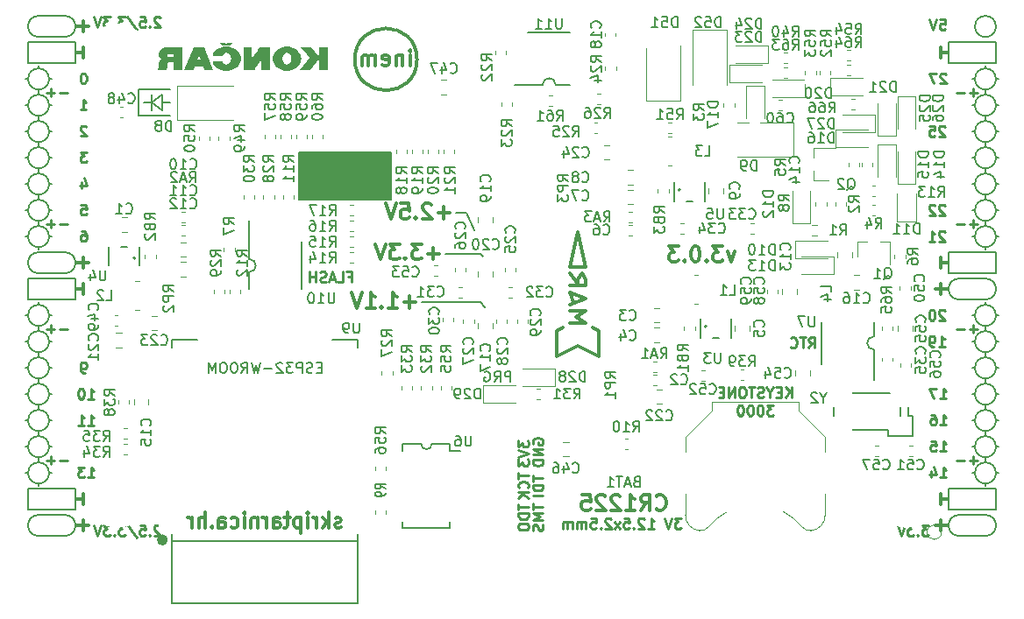
<source format=gbo>
G04 #@! TF.GenerationSoftware,KiCad,Pcbnew,5.0.0+dfsg1-2*
G04 #@! TF.CreationDate,2018-09-19T12:14:17+02:00*
G04 #@! TF.ProjectId,ulx3s,756C7833732E6B696361645F70636200,rev?*
G04 #@! TF.SameCoordinates,Original*
G04 #@! TF.FileFunction,Legend,Bot*
G04 #@! TF.FilePolarity,Positive*
%FSLAX46Y46*%
G04 Gerber Fmt 4.6, Leading zero omitted, Abs format (unit mm)*
G04 Created by KiCad (PCBNEW 5.0.0+dfsg1-2) date Wed Sep 19 12:14:17 2018*
%MOMM*%
%LPD*%
G01*
G04 APERTURE LIST*
%ADD10C,0.300000*%
%ADD11C,0.150000*%
%ADD12C,0.200000*%
%ADD13C,0.250000*%
%ADD14C,0.120000*%
%ADD15C,0.500000*%
%ADD16C,0.100000*%
%ADD17C,1.200000*%
%ADD18C,2.100000*%
%ADD19C,1.395000*%
%ADD20C,1.900000*%
%ADD21O,1.200000X0.500000*%
%ADD22R,1.200000X0.500000*%
%ADD23C,1.075000*%
%ADD24C,0.975000*%
%ADD25R,1.000000X0.900000*%
%ADD26R,1.100000X1.100000*%
%ADD27R,0.800000X1.300000*%
%ADD28C,1.800000*%
%ADD29R,3.800000X3.600000*%
%ADD30C,9.100000*%
%ADD31R,1.900000X1.500000*%
%ADD32R,1.827200X2.132000*%
%ADD33O,1.827200X2.132000*%
%ADD34R,0.700000X1.650000*%
%ADD35O,0.700000X1.650000*%
%ADD36R,1.650000X0.700000*%
%ADD37O,1.650000X0.700000*%
%ADD38R,0.700000X2.200000*%
%ADD39O,0.700000X2.200000*%
%ADD40O,2.600000X1.000000*%
%ADD41O,1.000000X2.600000*%
%ADD42R,6.100000X6.100000*%
%ADD43O,1.827200X1.827200*%
%ADD44R,1.827200X1.827200*%
%ADD45C,5.600000*%
%ADD46C,0.400000*%
%ADD47R,1.800000X1.800000*%
%ADD48O,1.800000X1.800000*%
%ADD49R,1.600000X2.800000*%
%ADD50R,0.770000X1.100000*%
%ADD51R,2.600000X1.900000*%
%ADD52R,0.900000X1.000000*%
%ADD53R,1.500000X1.395000*%
G04 APERTURE END LIST*
D10*
X124563333Y-111107142D02*
X124430000Y-111178571D01*
X124163333Y-111178571D01*
X124030000Y-111107142D01*
X123963333Y-110964285D01*
X123963333Y-110892857D01*
X124030000Y-110750000D01*
X124163333Y-110678571D01*
X124363333Y-110678571D01*
X124496666Y-110607142D01*
X124563333Y-110464285D01*
X124563333Y-110392857D01*
X124496666Y-110250000D01*
X124363333Y-110178571D01*
X124163333Y-110178571D01*
X124030000Y-110250000D01*
X123363333Y-111178571D02*
X123363333Y-109678571D01*
X123230000Y-110607142D02*
X122830000Y-111178571D01*
X122830000Y-110178571D02*
X123363333Y-110750000D01*
X122230000Y-111178571D02*
X122230000Y-110178571D01*
X122230000Y-110464285D02*
X122163333Y-110321428D01*
X122096666Y-110250000D01*
X121963333Y-110178571D01*
X121830000Y-110178571D01*
X121363333Y-111178571D02*
X121363333Y-110178571D01*
X121363333Y-109678571D02*
X121430000Y-109750000D01*
X121363333Y-109821428D01*
X121296666Y-109750000D01*
X121363333Y-109678571D01*
X121363333Y-109821428D01*
X120696666Y-110178571D02*
X120696666Y-111678571D01*
X120696666Y-110250000D02*
X120563333Y-110178571D01*
X120296666Y-110178571D01*
X120163333Y-110250000D01*
X120096666Y-110321428D01*
X120030000Y-110464285D01*
X120030000Y-110892857D01*
X120096666Y-111035714D01*
X120163333Y-111107142D01*
X120296666Y-111178571D01*
X120563333Y-111178571D01*
X120696666Y-111107142D01*
X119630000Y-110178571D02*
X119096666Y-110178571D01*
X119430000Y-109678571D02*
X119430000Y-110964285D01*
X119363333Y-111107142D01*
X119230000Y-111178571D01*
X119096666Y-111178571D01*
X118030000Y-111178571D02*
X118030000Y-110392857D01*
X118096666Y-110250000D01*
X118230000Y-110178571D01*
X118496666Y-110178571D01*
X118630000Y-110250000D01*
X118030000Y-111107142D02*
X118163333Y-111178571D01*
X118496666Y-111178571D01*
X118630000Y-111107142D01*
X118696666Y-110964285D01*
X118696666Y-110821428D01*
X118630000Y-110678571D01*
X118496666Y-110607142D01*
X118163333Y-110607142D01*
X118030000Y-110535714D01*
X117363333Y-111178571D02*
X117363333Y-110178571D01*
X117363333Y-110464285D02*
X117296666Y-110321428D01*
X117230000Y-110250000D01*
X117096666Y-110178571D01*
X116963333Y-110178571D01*
X116496666Y-110178571D02*
X116496666Y-111178571D01*
X116496666Y-110321428D02*
X116430000Y-110250000D01*
X116296666Y-110178571D01*
X116096666Y-110178571D01*
X115963333Y-110250000D01*
X115896666Y-110392857D01*
X115896666Y-111178571D01*
X115230000Y-111178571D02*
X115230000Y-110178571D01*
X115230000Y-109678571D02*
X115296666Y-109750000D01*
X115230000Y-109821428D01*
X115163333Y-109750000D01*
X115230000Y-109678571D01*
X115230000Y-109821428D01*
X113963333Y-111107142D02*
X114096666Y-111178571D01*
X114363333Y-111178571D01*
X114496666Y-111107142D01*
X114563333Y-111035714D01*
X114630000Y-110892857D01*
X114630000Y-110464285D01*
X114563333Y-110321428D01*
X114496666Y-110250000D01*
X114363333Y-110178571D01*
X114096666Y-110178571D01*
X113963333Y-110250000D01*
X112763333Y-111178571D02*
X112763333Y-110392857D01*
X112830000Y-110250000D01*
X112963333Y-110178571D01*
X113230000Y-110178571D01*
X113363333Y-110250000D01*
X112763333Y-111107142D02*
X112896666Y-111178571D01*
X113230000Y-111178571D01*
X113363333Y-111107142D01*
X113430000Y-110964285D01*
X113430000Y-110821428D01*
X113363333Y-110678571D01*
X113230000Y-110607142D01*
X112896666Y-110607142D01*
X112763333Y-110535714D01*
X112096666Y-111035714D02*
X112030000Y-111107142D01*
X112096666Y-111178571D01*
X112163333Y-111107142D01*
X112096666Y-111035714D01*
X112096666Y-111178571D01*
X111430000Y-111178571D02*
X111430000Y-109678571D01*
X110830000Y-111178571D02*
X110830000Y-110392857D01*
X110896666Y-110250000D01*
X111030000Y-110178571D01*
X111230000Y-110178571D01*
X111363333Y-110250000D01*
X111430000Y-110321428D01*
X110163333Y-111178571D02*
X110163333Y-110178571D01*
X110163333Y-110464285D02*
X110096666Y-110321428D01*
X110030000Y-110250000D01*
X109896666Y-110178571D01*
X109763333Y-110178571D01*
D11*
G36*
X129406000Y-74882000D02*
X120516000Y-74882000D01*
X120516000Y-79454000D01*
X129406000Y-79454000D01*
X129406000Y-74882000D01*
G37*
X129406000Y-74882000D02*
X120516000Y-74882000D01*
X120516000Y-79454000D01*
X129406000Y-79454000D01*
X129406000Y-74882000D01*
D12*
X185540000Y-72850000D02*
X185794000Y-72850000D01*
D11*
X140954904Y-97051380D02*
X140954904Y-96051380D01*
X140573952Y-96051380D01*
X140478714Y-96099000D01*
X140431095Y-96146619D01*
X140383476Y-96241857D01*
X140383476Y-96384714D01*
X140431095Y-96479952D01*
X140478714Y-96527571D01*
X140573952Y-96575190D01*
X140954904Y-96575190D01*
X139383476Y-97051380D02*
X139716809Y-96575190D01*
X139954904Y-97051380D02*
X139954904Y-96051380D01*
X139573952Y-96051380D01*
X139478714Y-96099000D01*
X139431095Y-96146619D01*
X139383476Y-96241857D01*
X139383476Y-96384714D01*
X139431095Y-96479952D01*
X139478714Y-96527571D01*
X139573952Y-96575190D01*
X139954904Y-96575190D01*
X138431095Y-96099000D02*
X138526333Y-96051380D01*
X138669190Y-96051380D01*
X138812047Y-96099000D01*
X138907285Y-96194238D01*
X138954904Y-96289476D01*
X139002523Y-96479952D01*
X139002523Y-96622809D01*
X138954904Y-96813285D01*
X138907285Y-96908523D01*
X138812047Y-97003761D01*
X138669190Y-97051380D01*
X138573952Y-97051380D01*
X138431095Y-97003761D01*
X138383476Y-96956142D01*
X138383476Y-96622809D01*
X138573952Y-96622809D01*
D12*
X136660000Y-80742000D02*
X135644000Y-80742000D01*
X137422000Y-82393000D02*
X136660000Y-80742000D01*
X138057000Y-84679000D02*
X134628000Y-84679000D01*
X138311000Y-84933000D02*
X138057000Y-84679000D01*
X138057000Y-89378000D02*
X138438000Y-89886000D01*
X132342000Y-89378000D02*
X138057000Y-89378000D01*
D13*
X99893476Y-96180380D02*
X99703000Y-96180380D01*
X99607761Y-96132761D01*
X99560142Y-96085142D01*
X99464904Y-95942285D01*
X99417285Y-95751809D01*
X99417285Y-95370857D01*
X99464904Y-95275619D01*
X99512523Y-95228000D01*
X99607761Y-95180380D01*
X99798238Y-95180380D01*
X99893476Y-95228000D01*
X99941095Y-95275619D01*
X99988714Y-95370857D01*
X99988714Y-95608952D01*
X99941095Y-95704190D01*
X99893476Y-95751809D01*
X99798238Y-95799428D01*
X99607761Y-95799428D01*
X99512523Y-95751809D01*
X99464904Y-95704190D01*
X99417285Y-95608952D01*
X100147476Y-101260380D02*
X100718904Y-101260380D01*
X100433190Y-101260380D02*
X100433190Y-100260380D01*
X100528428Y-100403238D01*
X100623666Y-100498476D01*
X100718904Y-100546095D01*
X99195095Y-101260380D02*
X99766523Y-101260380D01*
X99480809Y-101260380D02*
X99480809Y-100260380D01*
X99576047Y-100403238D01*
X99671285Y-100498476D01*
X99766523Y-100546095D01*
D12*
X105037000Y-68804000D02*
X108085000Y-68804000D01*
X105037000Y-71344000D02*
X105037000Y-68804000D01*
X108085000Y-71344000D02*
X105037000Y-71344000D01*
X107323000Y-70074000D02*
X108085000Y-70074000D01*
X106307000Y-70074000D02*
X105545000Y-70074000D01*
X106307000Y-70836000D02*
X106307000Y-70074000D01*
X106307000Y-69312000D02*
X106307000Y-70836000D01*
X107323000Y-69312000D02*
X107323000Y-70836000D01*
X106307000Y-70074000D02*
X107323000Y-69312000D01*
X107323000Y-70836000D02*
X106307000Y-70074000D01*
D13*
X182887904Y-72415619D02*
X182840285Y-72368000D01*
X182745047Y-72320380D01*
X182506952Y-72320380D01*
X182411714Y-72368000D01*
X182364095Y-72415619D01*
X182316476Y-72510857D01*
X182316476Y-72606095D01*
X182364095Y-72748952D01*
X182935523Y-73320380D01*
X182316476Y-73320380D01*
X181411714Y-72320380D02*
X181887904Y-72320380D01*
X181935523Y-72796571D01*
X181887904Y-72748952D01*
X181792666Y-72701333D01*
X181554571Y-72701333D01*
X181459333Y-72748952D01*
X181411714Y-72796571D01*
X181364095Y-72891809D01*
X181364095Y-73129904D01*
X181411714Y-73225142D01*
X181459333Y-73272761D01*
X181554571Y-73320380D01*
X181792666Y-73320380D01*
X181887904Y-73272761D01*
X181935523Y-73225142D01*
X182887904Y-80035619D02*
X182840285Y-79988000D01*
X182745047Y-79940380D01*
X182506952Y-79940380D01*
X182411714Y-79988000D01*
X182364095Y-80035619D01*
X182316476Y-80130857D01*
X182316476Y-80226095D01*
X182364095Y-80368952D01*
X182935523Y-80940380D01*
X182316476Y-80940380D01*
X181935523Y-80035619D02*
X181887904Y-79988000D01*
X181792666Y-79940380D01*
X181554571Y-79940380D01*
X181459333Y-79988000D01*
X181411714Y-80035619D01*
X181364095Y-80130857D01*
X181364095Y-80226095D01*
X181411714Y-80368952D01*
X181983142Y-80940380D01*
X181364095Y-80940380D01*
X182887904Y-82575619D02*
X182840285Y-82528000D01*
X182745047Y-82480380D01*
X182506952Y-82480380D01*
X182411714Y-82528000D01*
X182364095Y-82575619D01*
X182316476Y-82670857D01*
X182316476Y-82766095D01*
X182364095Y-82908952D01*
X182935523Y-83480380D01*
X182316476Y-83480380D01*
X181364095Y-83480380D02*
X181935523Y-83480380D01*
X181649809Y-83480380D02*
X181649809Y-82480380D01*
X181745047Y-82623238D01*
X181840285Y-82718476D01*
X181935523Y-82766095D01*
X182887904Y-90195619D02*
X182840285Y-90148000D01*
X182745047Y-90100380D01*
X182506952Y-90100380D01*
X182411714Y-90148000D01*
X182364095Y-90195619D01*
X182316476Y-90290857D01*
X182316476Y-90386095D01*
X182364095Y-90528952D01*
X182935523Y-91100380D01*
X182316476Y-91100380D01*
X181697428Y-90100380D02*
X181602190Y-90100380D01*
X181506952Y-90148000D01*
X181459333Y-90195619D01*
X181411714Y-90290857D01*
X181364095Y-90481333D01*
X181364095Y-90719428D01*
X181411714Y-90909904D01*
X181459333Y-91005142D01*
X181506952Y-91052761D01*
X181602190Y-91100380D01*
X181697428Y-91100380D01*
X181792666Y-91052761D01*
X181840285Y-91005142D01*
X181887904Y-90909904D01*
X181935523Y-90719428D01*
X181935523Y-90481333D01*
X181887904Y-90290857D01*
X181840285Y-90195619D01*
X181792666Y-90148000D01*
X181697428Y-90100380D01*
X182316476Y-93640380D02*
X182887904Y-93640380D01*
X182602190Y-93640380D02*
X182602190Y-92640380D01*
X182697428Y-92783238D01*
X182792666Y-92878476D01*
X182887904Y-92926095D01*
X181840285Y-93640380D02*
X181649809Y-93640380D01*
X181554571Y-93592761D01*
X181506952Y-93545142D01*
X181411714Y-93402285D01*
X181364095Y-93211809D01*
X181364095Y-92830857D01*
X181411714Y-92735619D01*
X181459333Y-92688000D01*
X181554571Y-92640380D01*
X181745047Y-92640380D01*
X181840285Y-92688000D01*
X181887904Y-92735619D01*
X181935523Y-92830857D01*
X181935523Y-93068952D01*
X181887904Y-93164190D01*
X181840285Y-93211809D01*
X181745047Y-93259428D01*
X181554571Y-93259428D01*
X181459333Y-93211809D01*
X181411714Y-93164190D01*
X181364095Y-93068952D01*
X125269476Y-86893571D02*
X125602809Y-86893571D01*
X125602809Y-87417380D02*
X125602809Y-86417380D01*
X125126619Y-86417380D01*
X124269476Y-87417380D02*
X124745666Y-87417380D01*
X124745666Y-86417380D01*
X123983761Y-87131666D02*
X123507571Y-87131666D01*
X124079000Y-87417380D02*
X123745666Y-86417380D01*
X123412333Y-87417380D01*
X123126619Y-87369761D02*
X122983761Y-87417380D01*
X122745666Y-87417380D01*
X122650428Y-87369761D01*
X122602809Y-87322142D01*
X122555190Y-87226904D01*
X122555190Y-87131666D01*
X122602809Y-87036428D01*
X122650428Y-86988809D01*
X122745666Y-86941190D01*
X122936142Y-86893571D01*
X123031380Y-86845952D01*
X123079000Y-86798333D01*
X123126619Y-86703095D01*
X123126619Y-86607857D01*
X123079000Y-86512619D01*
X123031380Y-86465000D01*
X122936142Y-86417380D01*
X122698047Y-86417380D01*
X122555190Y-86465000D01*
X122126619Y-87417380D02*
X122126619Y-86417380D01*
X122126619Y-86893571D02*
X121555190Y-86893571D01*
X121555190Y-87417380D02*
X121555190Y-86417380D01*
X157418095Y-110252380D02*
X156799047Y-110252380D01*
X157132380Y-110633333D01*
X156989523Y-110633333D01*
X156894285Y-110680952D01*
X156846666Y-110728571D01*
X156799047Y-110823809D01*
X156799047Y-111061904D01*
X156846666Y-111157142D01*
X156894285Y-111204761D01*
X156989523Y-111252380D01*
X157275238Y-111252380D01*
X157370476Y-111204761D01*
X157418095Y-111157142D01*
X156513333Y-110252380D02*
X156180000Y-111252380D01*
X155846666Y-110252380D01*
X154227619Y-111252380D02*
X154799047Y-111252380D01*
X154513333Y-111252380D02*
X154513333Y-110252380D01*
X154608571Y-110395238D01*
X154703809Y-110490476D01*
X154799047Y-110538095D01*
X153846666Y-110347619D02*
X153799047Y-110300000D01*
X153703809Y-110252380D01*
X153465714Y-110252380D01*
X153370476Y-110300000D01*
X153322857Y-110347619D01*
X153275238Y-110442857D01*
X153275238Y-110538095D01*
X153322857Y-110680952D01*
X153894285Y-111252380D01*
X153275238Y-111252380D01*
X152846666Y-111157142D02*
X152799047Y-111204761D01*
X152846666Y-111252380D01*
X152894285Y-111204761D01*
X152846666Y-111157142D01*
X152846666Y-111252380D01*
X151894285Y-110252380D02*
X152370476Y-110252380D01*
X152418095Y-110728571D01*
X152370476Y-110680952D01*
X152275238Y-110633333D01*
X152037142Y-110633333D01*
X151941904Y-110680952D01*
X151894285Y-110728571D01*
X151846666Y-110823809D01*
X151846666Y-111061904D01*
X151894285Y-111157142D01*
X151941904Y-111204761D01*
X152037142Y-111252380D01*
X152275238Y-111252380D01*
X152370476Y-111204761D01*
X152418095Y-111157142D01*
X151513333Y-111252380D02*
X150989523Y-110585714D01*
X151513333Y-110585714D02*
X150989523Y-111252380D01*
X150656190Y-110347619D02*
X150608571Y-110300000D01*
X150513333Y-110252380D01*
X150275238Y-110252380D01*
X150180000Y-110300000D01*
X150132380Y-110347619D01*
X150084761Y-110442857D01*
X150084761Y-110538095D01*
X150132380Y-110680952D01*
X150703809Y-111252380D01*
X150084761Y-111252380D01*
X149656190Y-111157142D02*
X149608571Y-111204761D01*
X149656190Y-111252380D01*
X149703809Y-111204761D01*
X149656190Y-111157142D01*
X149656190Y-111252380D01*
X148703809Y-110252380D02*
X149180000Y-110252380D01*
X149227619Y-110728571D01*
X149180000Y-110680952D01*
X149084761Y-110633333D01*
X148846666Y-110633333D01*
X148751428Y-110680952D01*
X148703809Y-110728571D01*
X148656190Y-110823809D01*
X148656190Y-111061904D01*
X148703809Y-111157142D01*
X148751428Y-111204761D01*
X148846666Y-111252380D01*
X149084761Y-111252380D01*
X149180000Y-111204761D01*
X149227619Y-111157142D01*
X148227619Y-111252380D02*
X148227619Y-110585714D01*
X148227619Y-110680952D02*
X148180000Y-110633333D01*
X148084761Y-110585714D01*
X147941904Y-110585714D01*
X147846666Y-110633333D01*
X147799047Y-110728571D01*
X147799047Y-111252380D01*
X147799047Y-110728571D02*
X147751428Y-110633333D01*
X147656190Y-110585714D01*
X147513333Y-110585714D01*
X147418095Y-110633333D01*
X147370476Y-110728571D01*
X147370476Y-111252380D01*
X146894285Y-111252380D02*
X146894285Y-110585714D01*
X146894285Y-110680952D02*
X146846666Y-110633333D01*
X146751428Y-110585714D01*
X146608571Y-110585714D01*
X146513333Y-110633333D01*
X146465714Y-110728571D01*
X146465714Y-111252380D01*
X146465714Y-110728571D02*
X146418095Y-110633333D01*
X146322857Y-110585714D01*
X146180000Y-110585714D01*
X146084761Y-110633333D01*
X146037142Y-110728571D01*
X146037142Y-111252380D01*
D10*
X162592285Y-84466571D02*
X162235142Y-85466571D01*
X161878000Y-84466571D01*
X161449428Y-83966571D02*
X160520857Y-83966571D01*
X161020857Y-84538000D01*
X160806571Y-84538000D01*
X160663714Y-84609428D01*
X160592285Y-84680857D01*
X160520857Y-84823714D01*
X160520857Y-85180857D01*
X160592285Y-85323714D01*
X160663714Y-85395142D01*
X160806571Y-85466571D01*
X161235142Y-85466571D01*
X161378000Y-85395142D01*
X161449428Y-85323714D01*
X159878000Y-85323714D02*
X159806571Y-85395142D01*
X159878000Y-85466571D01*
X159949428Y-85395142D01*
X159878000Y-85323714D01*
X159878000Y-85466571D01*
X158878000Y-83966571D02*
X158735142Y-83966571D01*
X158592285Y-84038000D01*
X158520857Y-84109428D01*
X158449428Y-84252285D01*
X158378000Y-84538000D01*
X158378000Y-84895142D01*
X158449428Y-85180857D01*
X158520857Y-85323714D01*
X158592285Y-85395142D01*
X158735142Y-85466571D01*
X158878000Y-85466571D01*
X159020857Y-85395142D01*
X159092285Y-85323714D01*
X159163714Y-85180857D01*
X159235142Y-84895142D01*
X159235142Y-84538000D01*
X159163714Y-84252285D01*
X159092285Y-84109428D01*
X159020857Y-84038000D01*
X158878000Y-83966571D01*
X157735142Y-85323714D02*
X157663714Y-85395142D01*
X157735142Y-85466571D01*
X157806571Y-85395142D01*
X157735142Y-85323714D01*
X157735142Y-85466571D01*
X157163714Y-83966571D02*
X156235142Y-83966571D01*
X156735142Y-84538000D01*
X156520857Y-84538000D01*
X156378000Y-84609428D01*
X156306571Y-84680857D01*
X156235142Y-84823714D01*
X156235142Y-85180857D01*
X156306571Y-85323714D01*
X156378000Y-85395142D01*
X156520857Y-85466571D01*
X156949428Y-85466571D01*
X157092285Y-85395142D01*
X157163714Y-85323714D01*
D13*
X168085000Y-98577380D02*
X168085000Y-97577380D01*
X167513571Y-98577380D02*
X167942142Y-98005952D01*
X167513571Y-97577380D02*
X168085000Y-98148809D01*
X167085000Y-98053571D02*
X166751666Y-98053571D01*
X166608809Y-98577380D02*
X167085000Y-98577380D01*
X167085000Y-97577380D01*
X166608809Y-97577380D01*
X165989761Y-98101190D02*
X165989761Y-98577380D01*
X166323095Y-97577380D02*
X165989761Y-98101190D01*
X165656428Y-97577380D01*
X165370714Y-98529761D02*
X165227857Y-98577380D01*
X164989761Y-98577380D01*
X164894523Y-98529761D01*
X164846904Y-98482142D01*
X164799285Y-98386904D01*
X164799285Y-98291666D01*
X164846904Y-98196428D01*
X164894523Y-98148809D01*
X164989761Y-98101190D01*
X165180238Y-98053571D01*
X165275476Y-98005952D01*
X165323095Y-97958333D01*
X165370714Y-97863095D01*
X165370714Y-97767857D01*
X165323095Y-97672619D01*
X165275476Y-97625000D01*
X165180238Y-97577380D01*
X164942142Y-97577380D01*
X164799285Y-97625000D01*
X164513571Y-97577380D02*
X163942142Y-97577380D01*
X164227857Y-98577380D02*
X164227857Y-97577380D01*
X163418333Y-97577380D02*
X163227857Y-97577380D01*
X163132619Y-97625000D01*
X163037380Y-97720238D01*
X162989761Y-97910714D01*
X162989761Y-98244047D01*
X163037380Y-98434523D01*
X163132619Y-98529761D01*
X163227857Y-98577380D01*
X163418333Y-98577380D01*
X163513571Y-98529761D01*
X163608809Y-98434523D01*
X163656428Y-98244047D01*
X163656428Y-97910714D01*
X163608809Y-97720238D01*
X163513571Y-97625000D01*
X163418333Y-97577380D01*
X162561190Y-98577380D02*
X162561190Y-97577380D01*
X161989761Y-98577380D01*
X161989761Y-97577380D01*
X161513571Y-98053571D02*
X161180238Y-98053571D01*
X161037380Y-98577380D02*
X161513571Y-98577380D01*
X161513571Y-97577380D01*
X161037380Y-97577380D01*
X166346904Y-99327380D02*
X165727857Y-99327380D01*
X166061190Y-99708333D01*
X165918333Y-99708333D01*
X165823095Y-99755952D01*
X165775476Y-99803571D01*
X165727857Y-99898809D01*
X165727857Y-100136904D01*
X165775476Y-100232142D01*
X165823095Y-100279761D01*
X165918333Y-100327380D01*
X166204047Y-100327380D01*
X166299285Y-100279761D01*
X166346904Y-100232142D01*
X165108809Y-99327380D02*
X165013571Y-99327380D01*
X164918333Y-99375000D01*
X164870714Y-99422619D01*
X164823095Y-99517857D01*
X164775476Y-99708333D01*
X164775476Y-99946428D01*
X164823095Y-100136904D01*
X164870714Y-100232142D01*
X164918333Y-100279761D01*
X165013571Y-100327380D01*
X165108809Y-100327380D01*
X165204047Y-100279761D01*
X165251666Y-100232142D01*
X165299285Y-100136904D01*
X165346904Y-99946428D01*
X165346904Y-99708333D01*
X165299285Y-99517857D01*
X165251666Y-99422619D01*
X165204047Y-99375000D01*
X165108809Y-99327380D01*
X164156428Y-99327380D02*
X164061190Y-99327380D01*
X163965952Y-99375000D01*
X163918333Y-99422619D01*
X163870714Y-99517857D01*
X163823095Y-99708333D01*
X163823095Y-99946428D01*
X163870714Y-100136904D01*
X163918333Y-100232142D01*
X163965952Y-100279761D01*
X164061190Y-100327380D01*
X164156428Y-100327380D01*
X164251666Y-100279761D01*
X164299285Y-100232142D01*
X164346904Y-100136904D01*
X164394523Y-99946428D01*
X164394523Y-99708333D01*
X164346904Y-99517857D01*
X164299285Y-99422619D01*
X164251666Y-99375000D01*
X164156428Y-99327380D01*
X163204047Y-99327380D02*
X163108809Y-99327380D01*
X163013571Y-99375000D01*
X162965952Y-99422619D01*
X162918333Y-99517857D01*
X162870714Y-99708333D01*
X162870714Y-99946428D01*
X162918333Y-100136904D01*
X162965952Y-100232142D01*
X163013571Y-100279761D01*
X163108809Y-100327380D01*
X163204047Y-100327380D01*
X163299285Y-100279761D01*
X163346904Y-100232142D01*
X163394523Y-100136904D01*
X163442142Y-99946428D01*
X163442142Y-99708333D01*
X163394523Y-99517857D01*
X163346904Y-99422619D01*
X163299285Y-99375000D01*
X163204047Y-99327380D01*
D10*
X182492000Y-87582000D02*
X182492000Y-88598000D01*
X183254000Y-88090000D02*
X181984000Y-88090000D01*
X182492000Y-110442000D02*
X182492000Y-111458000D01*
X183254000Y-110950000D02*
X181984000Y-110950000D01*
X99688000Y-62182000D02*
X99688000Y-63198000D01*
X98926000Y-62690000D02*
X100196000Y-62690000D01*
X99688000Y-110442000D02*
X99688000Y-111458000D01*
X98926000Y-110950000D02*
X100196000Y-110950000D01*
X99688000Y-85042000D02*
X99688000Y-86058000D01*
X98926000Y-85550000D02*
X100196000Y-85550000D01*
D12*
X187826000Y-62690000D02*
G75*
G03X187826000Y-62690000I-1016000J0D01*
G01*
X184270000Y-87074000D02*
X186810000Y-87074000D01*
X184270000Y-89106000D02*
X186810000Y-89106000D01*
X184270000Y-87074000D02*
G75*
G03X184270000Y-89106000I0J-1016000D01*
G01*
X186810000Y-89106000D02*
G75*
G03X186810000Y-87074000I0J1016000D01*
G01*
X184270000Y-111966000D02*
X186810000Y-111966000D01*
X184270000Y-109934000D02*
X186810000Y-109934000D01*
X184270000Y-109934000D02*
G75*
G03X184270000Y-111966000I0J-1016000D01*
G01*
X186810000Y-111966000D02*
G75*
G03X186810000Y-109934000I0J1016000D01*
G01*
X97910000Y-63706000D02*
G75*
G03X97910000Y-61674000I0J1016000D01*
G01*
X95370000Y-61674000D02*
X97910000Y-61674000D01*
X95370000Y-63706000D02*
X97910000Y-63706000D01*
X95370000Y-61674000D02*
G75*
G03X95370000Y-63706000I0J-1016000D01*
G01*
X95370000Y-86566000D02*
X97910000Y-86566000D01*
X95370000Y-84534000D02*
X97910000Y-84534000D01*
X95370000Y-84534000D02*
G75*
G03X95370000Y-86566000I0J-1016000D01*
G01*
X97910000Y-86566000D02*
G75*
G03X97910000Y-84534000I0J1016000D01*
G01*
X95370000Y-111966000D02*
X97910000Y-111966000D01*
X95370000Y-109934000D02*
X97910000Y-109934000D01*
X95370000Y-109934000D02*
G75*
G03X95370000Y-111966000I0J-1016000D01*
G01*
X97910000Y-111966000D02*
G75*
G03X97910000Y-109934000I0J1016000D01*
G01*
X98926000Y-107394000D02*
X94354000Y-107394000D01*
X98926000Y-109426000D02*
X98926000Y-107394000D01*
X94354000Y-109426000D02*
X98926000Y-109426000D01*
X94354000Y-107394000D02*
X94354000Y-109426000D01*
X187826000Y-107394000D02*
X183254000Y-107394000D01*
X187826000Y-109426000D02*
X187826000Y-107394000D01*
X183254000Y-109426000D02*
X187826000Y-109426000D01*
X183254000Y-107394000D02*
X183254000Y-109426000D01*
X187826000Y-84534000D02*
X183254000Y-84534000D01*
X187826000Y-86566000D02*
X187826000Y-84534000D01*
X183254000Y-86566000D02*
X187826000Y-86566000D01*
X183254000Y-84534000D02*
X183254000Y-86566000D01*
X187826000Y-64214000D02*
X183254000Y-64214000D01*
X187826000Y-66246000D02*
X187826000Y-64214000D01*
X183254000Y-66246000D02*
X187826000Y-66246000D01*
X183254000Y-64214000D02*
X183254000Y-66246000D01*
X98926000Y-64214000D02*
X94354000Y-64214000D01*
X98926000Y-66246000D02*
X98926000Y-64214000D01*
X94354000Y-66246000D02*
X98926000Y-66246000D01*
X94354000Y-64214000D02*
X94354000Y-66246000D01*
X98926000Y-87074000D02*
X94354000Y-87074000D01*
X98926000Y-89106000D02*
X98926000Y-87074000D01*
X94354000Y-89106000D02*
X98926000Y-89106000D01*
X94354000Y-87074000D02*
X94354000Y-89106000D01*
D13*
X186032000Y-91971428D02*
X185270095Y-91971428D01*
X185651047Y-92352380D02*
X185651047Y-91590476D01*
X184793904Y-91971428D02*
X184032000Y-91971428D01*
X186032000Y-69111428D02*
X185270095Y-69111428D01*
X185651047Y-69492380D02*
X185651047Y-68730476D01*
X184793904Y-69111428D02*
X184032000Y-69111428D01*
X186032000Y-81811428D02*
X185270095Y-81811428D01*
X185651047Y-82192380D02*
X185651047Y-81430476D01*
X184793904Y-81811428D02*
X184032000Y-81811428D01*
X186032000Y-104671428D02*
X185270095Y-104671428D01*
X185651047Y-105052380D02*
X185651047Y-104290476D01*
X184793904Y-104671428D02*
X184032000Y-104671428D01*
X98148000Y-104671428D02*
X97386095Y-104671428D01*
X96909904Y-104671428D02*
X96148000Y-104671428D01*
X96528952Y-105052380D02*
X96528952Y-104290476D01*
X98148000Y-91971428D02*
X97386095Y-91971428D01*
X96909904Y-91971428D02*
X96148000Y-91971428D01*
X96528952Y-92352380D02*
X96528952Y-91590476D01*
X98148000Y-81811428D02*
X97386095Y-81811428D01*
X96909904Y-81811428D02*
X96148000Y-81811428D01*
X96528952Y-82192380D02*
X96528952Y-81430476D01*
X98148000Y-69111428D02*
X97386095Y-69111428D01*
X96909904Y-69111428D02*
X96148000Y-69111428D01*
X96528952Y-69492380D02*
X96528952Y-68730476D01*
D10*
X182492000Y-107902000D02*
X182492000Y-108918000D01*
X183254000Y-108410000D02*
X182492000Y-108410000D01*
D12*
X95370000Y-96726000D02*
X95370000Y-97234000D01*
X96386000Y-95710000D02*
X96640000Y-95710000D01*
X94354000Y-95710000D02*
X94100000Y-95710000D01*
X187826000Y-98250000D02*
X188080000Y-98250000D01*
X187826000Y-83010000D02*
X188080000Y-83010000D01*
X95370000Y-107140000D02*
X95370000Y-106886000D01*
X96386000Y-105870000D02*
X96640000Y-105870000D01*
X94354000Y-105870000D02*
X94100000Y-105870000D01*
X94354000Y-103330000D02*
X94100000Y-103330000D01*
X95370000Y-104346000D02*
X95370000Y-104854000D01*
X96386000Y-103330000D02*
X96640000Y-103330000D01*
X94354000Y-100790000D02*
X94100000Y-100790000D01*
X95370000Y-102314000D02*
X95370000Y-101806000D01*
X96386000Y-100790000D02*
X96640000Y-100790000D01*
X95370000Y-99266000D02*
X95370000Y-99774000D01*
X94354000Y-98250000D02*
X94100000Y-98250000D01*
X96386000Y-98250000D02*
X96640000Y-98250000D01*
X95370000Y-94186000D02*
X95370000Y-94694000D01*
X96386000Y-93170000D02*
X96640000Y-93170000D01*
X94354000Y-93170000D02*
X94100000Y-93170000D01*
X94354000Y-90630000D02*
X94100000Y-90630000D01*
X95370000Y-91646000D02*
X95370000Y-92154000D01*
X96640000Y-90630000D02*
X96386000Y-90630000D01*
X95370000Y-89360000D02*
X95370000Y-89614000D01*
X94354000Y-83010000D02*
X94100000Y-83010000D01*
X95370000Y-84280000D02*
X95370000Y-84026000D01*
X96386000Y-83010000D02*
X96640000Y-83010000D01*
X95370000Y-81486000D02*
X95370000Y-81994000D01*
X94354000Y-80470000D02*
X94100000Y-80470000D01*
X96640000Y-80470000D02*
X96386000Y-80470000D01*
X95370000Y-78946000D02*
X95370000Y-79454000D01*
X96386000Y-77930000D02*
X96640000Y-77930000D01*
X94354000Y-77930000D02*
X94100000Y-77930000D01*
X95370000Y-76406000D02*
X95370000Y-76914000D01*
X94354000Y-75390000D02*
X94100000Y-75390000D01*
X96386000Y-75390000D02*
X96640000Y-75390000D01*
X95370000Y-73866000D02*
X95370000Y-74374000D01*
X96386000Y-72850000D02*
X96640000Y-72850000D01*
X94100000Y-72850000D02*
X94354000Y-72850000D01*
X94354000Y-70310000D02*
X94100000Y-70310000D01*
X96640000Y-70310000D02*
X96386000Y-70310000D01*
X95370000Y-71326000D02*
X95370000Y-71834000D01*
X95370000Y-68786000D02*
X95370000Y-69294000D01*
X96386000Y-67770000D02*
X96640000Y-67770000D01*
X94354000Y-67770000D02*
X94100000Y-67770000D01*
X95370000Y-66500000D02*
X95370000Y-66754000D01*
X187826000Y-105870000D02*
X188080000Y-105870000D01*
X186810000Y-107140000D02*
X186810000Y-106886000D01*
X185540000Y-105870000D02*
X185794000Y-105870000D01*
X186810000Y-104346000D02*
X186810000Y-104854000D01*
X187826000Y-103330000D02*
X188080000Y-103330000D01*
X185540000Y-103330000D02*
X185794000Y-103330000D01*
X186810000Y-101806000D02*
X186810000Y-102314000D01*
X187826000Y-100790000D02*
X188080000Y-100790000D01*
X185540000Y-100790000D02*
X185794000Y-100790000D01*
X186810000Y-99266000D02*
X186810000Y-99774000D01*
X185540000Y-98250000D02*
X185794000Y-98250000D01*
X186810000Y-97234000D02*
X186810000Y-96726000D01*
X187826000Y-95710000D02*
X188080000Y-95710000D01*
X185540000Y-95710000D02*
X185794000Y-95710000D01*
X186810000Y-94694000D02*
X186810000Y-94186000D01*
X187826000Y-93170000D02*
X188080000Y-93170000D01*
X185540000Y-93170000D02*
X185794000Y-93170000D01*
X186810000Y-92154000D02*
X186810000Y-91646000D01*
X187826000Y-90630000D02*
X188080000Y-90630000D01*
X185540000Y-90630000D02*
X185794000Y-90630000D01*
X186810000Y-89360000D02*
X186810000Y-89614000D01*
X186810000Y-84280000D02*
X186810000Y-84026000D01*
X185540000Y-83010000D02*
X185794000Y-83010000D01*
X186810000Y-81994000D02*
X186810000Y-81486000D01*
X185794000Y-80470000D02*
X185540000Y-80470000D01*
X187826000Y-80470000D02*
X188080000Y-80470000D01*
X186810000Y-78946000D02*
X186810000Y-79454000D01*
X185794000Y-77930000D02*
X185540000Y-77930000D01*
X187826000Y-77930000D02*
X188080000Y-77930000D01*
X186810000Y-76406000D02*
X186810000Y-76914000D01*
X186810000Y-73866000D02*
X186810000Y-74374000D01*
X185794000Y-75390000D02*
X185540000Y-75390000D01*
X187826000Y-75390000D02*
X188080000Y-75390000D01*
X187826000Y-72850000D02*
X188080000Y-72850000D01*
X186810000Y-71834000D02*
X186810000Y-71326000D01*
X187826000Y-70310000D02*
X188080000Y-70310000D01*
X185540000Y-70310000D02*
X185794000Y-70310000D01*
X187826000Y-67770000D02*
X188080000Y-67770000D01*
X186810000Y-68786000D02*
X186810000Y-69294000D01*
X185540000Y-67770000D02*
X185794000Y-67770000D01*
X186810000Y-66500000D02*
X186810000Y-66754000D01*
X187826000Y-67770000D02*
G75*
G03X187826000Y-67770000I-1016000J0D01*
G01*
X187826000Y-70310000D02*
G75*
G03X187826000Y-70310000I-1016000J0D01*
G01*
X187826000Y-72850000D02*
G75*
G03X187826000Y-72850000I-1016000J0D01*
G01*
X187826000Y-75390000D02*
G75*
G03X187826000Y-75390000I-1016000J0D01*
G01*
X187826000Y-77930000D02*
G75*
G03X187826000Y-77930000I-1016000J0D01*
G01*
X187826000Y-80470000D02*
G75*
G03X187826000Y-80470000I-1016000J0D01*
G01*
X187826000Y-83010000D02*
G75*
G03X187826000Y-83010000I-1016000J0D01*
G01*
X187826000Y-90630000D02*
G75*
G03X187826000Y-90630000I-1016000J0D01*
G01*
X187826000Y-93170000D02*
G75*
G03X187826000Y-93170000I-1016000J0D01*
G01*
X187826000Y-95710000D02*
G75*
G03X187826000Y-95710000I-1016000J0D01*
G01*
X187826000Y-98250000D02*
G75*
G03X187826000Y-98250000I-1016000J0D01*
G01*
X187826000Y-100790000D02*
G75*
G03X187826000Y-100790000I-1016000J0D01*
G01*
X187826000Y-103330000D02*
G75*
G03X187826000Y-103330000I-1016000J0D01*
G01*
X187826000Y-105870000D02*
G75*
G03X187826000Y-105870000I-1016000J0D01*
G01*
X96386000Y-105870000D02*
G75*
G03X96386000Y-105870000I-1016000J0D01*
G01*
X96386000Y-103330000D02*
G75*
G03X96386000Y-103330000I-1016000J0D01*
G01*
X96386000Y-100790000D02*
G75*
G03X96386000Y-100790000I-1016000J0D01*
G01*
X96386000Y-98250000D02*
G75*
G03X96386000Y-98250000I-1016000J0D01*
G01*
X96386000Y-95710000D02*
G75*
G03X96386000Y-95710000I-1016000J0D01*
G01*
X96386000Y-93170000D02*
G75*
G03X96386000Y-93170000I-1016000J0D01*
G01*
X96386000Y-90630000D02*
G75*
G03X96386000Y-90630000I-1016000J0D01*
G01*
X96386000Y-83010000D02*
G75*
G03X96386000Y-83010000I-1016000J0D01*
G01*
X96386000Y-80470000D02*
G75*
G03X96386000Y-80470000I-1016000J0D01*
G01*
X96386000Y-77930000D02*
G75*
G03X96386000Y-77930000I-1016000J0D01*
G01*
X96386000Y-75390000D02*
G75*
G03X96386000Y-75390000I-1016000J0D01*
G01*
X96386000Y-72850000D02*
G75*
G03X96386000Y-72850000I-1016000J0D01*
G01*
X96386000Y-70310000D02*
G75*
G03X96386000Y-70310000I-1016000J0D01*
G01*
X96386000Y-67770000D02*
G75*
G03X96386000Y-67770000I-1016000J0D01*
G01*
D13*
X182428476Y-62015380D02*
X182904666Y-62015380D01*
X182952285Y-62491571D01*
X182904666Y-62443952D01*
X182809428Y-62396333D01*
X182571333Y-62396333D01*
X182476095Y-62443952D01*
X182428476Y-62491571D01*
X182380857Y-62586809D01*
X182380857Y-62824904D01*
X182428476Y-62920142D01*
X182476095Y-62967761D01*
X182571333Y-63015380D01*
X182809428Y-63015380D01*
X182904666Y-62967761D01*
X182952285Y-62920142D01*
X182095142Y-62015380D02*
X181761809Y-63015380D01*
X181428476Y-62015380D01*
D10*
X182492000Y-64722000D02*
X182492000Y-65738000D01*
X183254000Y-65230000D02*
X182492000Y-65230000D01*
D13*
X182999904Y-67317619D02*
X182952285Y-67270000D01*
X182857047Y-67222380D01*
X182618952Y-67222380D01*
X182523714Y-67270000D01*
X182476095Y-67317619D01*
X182428476Y-67412857D01*
X182428476Y-67508095D01*
X182476095Y-67650952D01*
X183047523Y-68222380D01*
X182428476Y-68222380D01*
X182095142Y-67222380D02*
X181428476Y-67222380D01*
X181857047Y-68222380D01*
D10*
X182492000Y-85042000D02*
X182492000Y-86058000D01*
X183254000Y-85550000D02*
X182492000Y-85550000D01*
D13*
X182428476Y-98702380D02*
X182999904Y-98702380D01*
X182714190Y-98702380D02*
X182714190Y-97702380D01*
X182809428Y-97845238D01*
X182904666Y-97940476D01*
X182999904Y-97988095D01*
X182095142Y-97702380D02*
X181428476Y-97702380D01*
X181857047Y-98702380D01*
X182428476Y-101242380D02*
X182999904Y-101242380D01*
X182714190Y-101242380D02*
X182714190Y-100242380D01*
X182809428Y-100385238D01*
X182904666Y-100480476D01*
X182999904Y-100528095D01*
X181571333Y-100242380D02*
X181761809Y-100242380D01*
X181857047Y-100290000D01*
X181904666Y-100337619D01*
X181999904Y-100480476D01*
X182047523Y-100670952D01*
X182047523Y-101051904D01*
X181999904Y-101147142D01*
X181952285Y-101194761D01*
X181857047Y-101242380D01*
X181666571Y-101242380D01*
X181571333Y-101194761D01*
X181523714Y-101147142D01*
X181476095Y-101051904D01*
X181476095Y-100813809D01*
X181523714Y-100718571D01*
X181571333Y-100670952D01*
X181666571Y-100623333D01*
X181857047Y-100623333D01*
X181952285Y-100670952D01*
X181999904Y-100718571D01*
X182047523Y-100813809D01*
X182428476Y-103782380D02*
X182999904Y-103782380D01*
X182714190Y-103782380D02*
X182714190Y-102782380D01*
X182809428Y-102925238D01*
X182904666Y-103020476D01*
X182999904Y-103068095D01*
X181523714Y-102782380D02*
X181999904Y-102782380D01*
X182047523Y-103258571D01*
X181999904Y-103210952D01*
X181904666Y-103163333D01*
X181666571Y-103163333D01*
X181571333Y-103210952D01*
X181523714Y-103258571D01*
X181476095Y-103353809D01*
X181476095Y-103591904D01*
X181523714Y-103687142D01*
X181571333Y-103734761D01*
X181666571Y-103782380D01*
X181904666Y-103782380D01*
X181999904Y-103734761D01*
X182047523Y-103687142D01*
X182428476Y-106322380D02*
X182999904Y-106322380D01*
X182714190Y-106322380D02*
X182714190Y-105322380D01*
X182809428Y-105465238D01*
X182904666Y-105560476D01*
X182999904Y-105608095D01*
X181571333Y-105655714D02*
X181571333Y-106322380D01*
X181809428Y-105274761D02*
X182047523Y-105989047D01*
X181428476Y-105989047D01*
X181312642Y-110928380D02*
X180693595Y-110928380D01*
X181026928Y-111309333D01*
X180884071Y-111309333D01*
X180788833Y-111356952D01*
X180741214Y-111404571D01*
X180693595Y-111499809D01*
X180693595Y-111737904D01*
X180741214Y-111833142D01*
X180788833Y-111880761D01*
X180884071Y-111928380D01*
X181169785Y-111928380D01*
X181265023Y-111880761D01*
X181312642Y-111833142D01*
X180265023Y-111833142D02*
X180217404Y-111880761D01*
X180265023Y-111928380D01*
X180312642Y-111880761D01*
X180265023Y-111833142D01*
X180265023Y-111928380D01*
X179884071Y-110928380D02*
X179265023Y-110928380D01*
X179598357Y-111309333D01*
X179455500Y-111309333D01*
X179360261Y-111356952D01*
X179312642Y-111404571D01*
X179265023Y-111499809D01*
X179265023Y-111737904D01*
X179312642Y-111833142D01*
X179360261Y-111880761D01*
X179455500Y-111928380D01*
X179741214Y-111928380D01*
X179836452Y-111880761D01*
X179884071Y-111833142D01*
X178979309Y-110928380D02*
X178645976Y-111928380D01*
X178312642Y-110928380D01*
D10*
X99688000Y-108918000D02*
X99688000Y-107902000D01*
X98926000Y-108410000D02*
X99688000Y-108410000D01*
X99688000Y-88598000D02*
X99688000Y-87582000D01*
X98926000Y-88090000D02*
X99688000Y-88090000D01*
X99688000Y-64722000D02*
X99688000Y-65738000D01*
X98926000Y-65230000D02*
X99688000Y-65230000D01*
D13*
X107103690Y-111023619D02*
X107056071Y-110976000D01*
X106960833Y-110928380D01*
X106722738Y-110928380D01*
X106627500Y-110976000D01*
X106579880Y-111023619D01*
X106532261Y-111118857D01*
X106532261Y-111214095D01*
X106579880Y-111356952D01*
X107151309Y-111928380D01*
X106532261Y-111928380D01*
X106103690Y-111833142D02*
X106056071Y-111880761D01*
X106103690Y-111928380D01*
X106151309Y-111880761D01*
X106103690Y-111833142D01*
X106103690Y-111928380D01*
X105151309Y-110928380D02*
X105627500Y-110928380D01*
X105675119Y-111404571D01*
X105627500Y-111356952D01*
X105532261Y-111309333D01*
X105294166Y-111309333D01*
X105198928Y-111356952D01*
X105151309Y-111404571D01*
X105103690Y-111499809D01*
X105103690Y-111737904D01*
X105151309Y-111833142D01*
X105198928Y-111880761D01*
X105294166Y-111928380D01*
X105532261Y-111928380D01*
X105627500Y-111880761D01*
X105675119Y-111833142D01*
X103960833Y-110880761D02*
X104817976Y-112166476D01*
X103722738Y-110928380D02*
X103103690Y-110928380D01*
X103437023Y-111309333D01*
X103294166Y-111309333D01*
X103198928Y-111356952D01*
X103151309Y-111404571D01*
X103103690Y-111499809D01*
X103103690Y-111737904D01*
X103151309Y-111833142D01*
X103198928Y-111880761D01*
X103294166Y-111928380D01*
X103579880Y-111928380D01*
X103675119Y-111880761D01*
X103722738Y-111833142D01*
X102675119Y-111833142D02*
X102627500Y-111880761D01*
X102675119Y-111928380D01*
X102722738Y-111880761D01*
X102675119Y-111833142D01*
X102675119Y-111928380D01*
X102294166Y-110928380D02*
X101675119Y-110928380D01*
X102008452Y-111309333D01*
X101865595Y-111309333D01*
X101770357Y-111356952D01*
X101722738Y-111404571D01*
X101675119Y-111499809D01*
X101675119Y-111737904D01*
X101722738Y-111833142D01*
X101770357Y-111880761D01*
X101865595Y-111928380D01*
X102151309Y-111928380D01*
X102246547Y-111880761D01*
X102294166Y-111833142D01*
X101389404Y-110928380D02*
X101056071Y-111928380D01*
X100722738Y-110928380D01*
X100132476Y-106322380D02*
X100703904Y-106322380D01*
X100418190Y-106322380D02*
X100418190Y-105322380D01*
X100513428Y-105465238D01*
X100608666Y-105560476D01*
X100703904Y-105608095D01*
X99799142Y-105322380D02*
X99180095Y-105322380D01*
X99513428Y-105703333D01*
X99370571Y-105703333D01*
X99275333Y-105750952D01*
X99227714Y-105798571D01*
X99180095Y-105893809D01*
X99180095Y-106131904D01*
X99227714Y-106227142D01*
X99275333Y-106274761D01*
X99370571Y-106322380D01*
X99656285Y-106322380D01*
X99751523Y-106274761D01*
X99799142Y-106227142D01*
X100147476Y-98720380D02*
X100718904Y-98720380D01*
X100433190Y-98720380D02*
X100433190Y-97720380D01*
X100528428Y-97863238D01*
X100623666Y-97958476D01*
X100718904Y-98006095D01*
X99528428Y-97720380D02*
X99433190Y-97720380D01*
X99337952Y-97768000D01*
X99290333Y-97815619D01*
X99242714Y-97910857D01*
X99195095Y-98101333D01*
X99195095Y-98339428D01*
X99242714Y-98529904D01*
X99290333Y-98625142D01*
X99337952Y-98672761D01*
X99433190Y-98720380D01*
X99528428Y-98720380D01*
X99623666Y-98672761D01*
X99671285Y-98625142D01*
X99718904Y-98529904D01*
X99766523Y-98339428D01*
X99766523Y-98101333D01*
X99718904Y-97910857D01*
X99671285Y-97815619D01*
X99623666Y-97768000D01*
X99528428Y-97720380D01*
X99512523Y-82462380D02*
X99703000Y-82462380D01*
X99798238Y-82510000D01*
X99845857Y-82557619D01*
X99941095Y-82700476D01*
X99988714Y-82890952D01*
X99988714Y-83271904D01*
X99941095Y-83367142D01*
X99893476Y-83414761D01*
X99798238Y-83462380D01*
X99607761Y-83462380D01*
X99512523Y-83414761D01*
X99464904Y-83367142D01*
X99417285Y-83271904D01*
X99417285Y-83033809D01*
X99464904Y-82938571D01*
X99512523Y-82890952D01*
X99607761Y-82843333D01*
X99798238Y-82843333D01*
X99893476Y-82890952D01*
X99941095Y-82938571D01*
X99988714Y-83033809D01*
X99464904Y-79922380D02*
X99941095Y-79922380D01*
X99988714Y-80398571D01*
X99941095Y-80350952D01*
X99845857Y-80303333D01*
X99607761Y-80303333D01*
X99512523Y-80350952D01*
X99464904Y-80398571D01*
X99417285Y-80493809D01*
X99417285Y-80731904D01*
X99464904Y-80827142D01*
X99512523Y-80874761D01*
X99607761Y-80922380D01*
X99845857Y-80922380D01*
X99941095Y-80874761D01*
X99988714Y-80827142D01*
X99512523Y-77715714D02*
X99512523Y-78382380D01*
X99750619Y-77334761D02*
X99988714Y-78049047D01*
X99369666Y-78049047D01*
X100021333Y-74842380D02*
X99402285Y-74842380D01*
X99735619Y-75223333D01*
X99592761Y-75223333D01*
X99497523Y-75270952D01*
X99449904Y-75318571D01*
X99402285Y-75413809D01*
X99402285Y-75651904D01*
X99449904Y-75747142D01*
X99497523Y-75794761D01*
X99592761Y-75842380D01*
X99878476Y-75842380D01*
X99973714Y-75794761D01*
X100021333Y-75747142D01*
X99973714Y-72397619D02*
X99926095Y-72350000D01*
X99830857Y-72302380D01*
X99592761Y-72302380D01*
X99497523Y-72350000D01*
X99449904Y-72397619D01*
X99402285Y-72492857D01*
X99402285Y-72588095D01*
X99449904Y-72730952D01*
X100021333Y-73302380D01*
X99402285Y-73302380D01*
X99402285Y-70762380D02*
X99973714Y-70762380D01*
X99688000Y-70762380D02*
X99688000Y-69762380D01*
X99783238Y-69905238D01*
X99878476Y-70000476D01*
X99973714Y-70048095D01*
X99750619Y-67222380D02*
X99655380Y-67222380D01*
X99560142Y-67270000D01*
X99512523Y-67317619D01*
X99464904Y-67412857D01*
X99417285Y-67603333D01*
X99417285Y-67841428D01*
X99464904Y-68031904D01*
X99512523Y-68127142D01*
X99560142Y-68174761D01*
X99655380Y-68222380D01*
X99750619Y-68222380D01*
X99845857Y-68174761D01*
X99893476Y-68127142D01*
X99941095Y-68031904D01*
X99988714Y-67841428D01*
X99988714Y-67603333D01*
X99941095Y-67412857D01*
X99893476Y-67317619D01*
X99845857Y-67270000D01*
X99750619Y-67222380D01*
X107103690Y-61874619D02*
X107056071Y-61827000D01*
X106960833Y-61779380D01*
X106722738Y-61779380D01*
X106627500Y-61827000D01*
X106579880Y-61874619D01*
X106532261Y-61969857D01*
X106532261Y-62065095D01*
X106579880Y-62207952D01*
X107151309Y-62779380D01*
X106532261Y-62779380D01*
X106103690Y-62684142D02*
X106056071Y-62731761D01*
X106103690Y-62779380D01*
X106151309Y-62731761D01*
X106103690Y-62684142D01*
X106103690Y-62779380D01*
X105151309Y-61779380D02*
X105627500Y-61779380D01*
X105675119Y-62255571D01*
X105627500Y-62207952D01*
X105532261Y-62160333D01*
X105294166Y-62160333D01*
X105198928Y-62207952D01*
X105151309Y-62255571D01*
X105103690Y-62350809D01*
X105103690Y-62588904D01*
X105151309Y-62684142D01*
X105198928Y-62731761D01*
X105294166Y-62779380D01*
X105532261Y-62779380D01*
X105627500Y-62731761D01*
X105675119Y-62684142D01*
X103960833Y-61731761D02*
X104817976Y-63017476D01*
X103722738Y-61779380D02*
X103103690Y-61779380D01*
X103437023Y-62160333D01*
X103294166Y-62160333D01*
X103198928Y-62207952D01*
X103151309Y-62255571D01*
X103103690Y-62350809D01*
X103103690Y-62588904D01*
X103151309Y-62684142D01*
X103198928Y-62731761D01*
X103294166Y-62779380D01*
X103579880Y-62779380D01*
X103675119Y-62731761D01*
X103722738Y-62684142D01*
X102675119Y-62684142D02*
X102627500Y-62731761D01*
X102675119Y-62779380D01*
X102722738Y-62731761D01*
X102675119Y-62684142D01*
X102675119Y-62779380D01*
X102294166Y-61779380D02*
X101675119Y-61779380D01*
X102008452Y-62160333D01*
X101865595Y-62160333D01*
X101770357Y-62207952D01*
X101722738Y-62255571D01*
X101675119Y-62350809D01*
X101675119Y-62588904D01*
X101722738Y-62684142D01*
X101770357Y-62731761D01*
X101865595Y-62779380D01*
X102151309Y-62779380D01*
X102246547Y-62731761D01*
X102294166Y-62684142D01*
X101389404Y-61779380D02*
X101056071Y-62779380D01*
X100722738Y-61779380D01*
D10*
X155027857Y-109335714D02*
X155099285Y-109407142D01*
X155313571Y-109478571D01*
X155456428Y-109478571D01*
X155670714Y-109407142D01*
X155813571Y-109264285D01*
X155885000Y-109121428D01*
X155956428Y-108835714D01*
X155956428Y-108621428D01*
X155885000Y-108335714D01*
X155813571Y-108192857D01*
X155670714Y-108050000D01*
X155456428Y-107978571D01*
X155313571Y-107978571D01*
X155099285Y-108050000D01*
X155027857Y-108121428D01*
X153527857Y-109478571D02*
X154027857Y-108764285D01*
X154385000Y-109478571D02*
X154385000Y-107978571D01*
X153813571Y-107978571D01*
X153670714Y-108050000D01*
X153599285Y-108121428D01*
X153527857Y-108264285D01*
X153527857Y-108478571D01*
X153599285Y-108621428D01*
X153670714Y-108692857D01*
X153813571Y-108764285D01*
X154385000Y-108764285D01*
X152099285Y-109478571D02*
X152956428Y-109478571D01*
X152527857Y-109478571D02*
X152527857Y-107978571D01*
X152670714Y-108192857D01*
X152813571Y-108335714D01*
X152956428Y-108407142D01*
X151527857Y-108121428D02*
X151456428Y-108050000D01*
X151313571Y-107978571D01*
X150956428Y-107978571D01*
X150813571Y-108050000D01*
X150742142Y-108121428D01*
X150670714Y-108264285D01*
X150670714Y-108407142D01*
X150742142Y-108621428D01*
X151599285Y-109478571D01*
X150670714Y-109478571D01*
X150099285Y-108121428D02*
X150027857Y-108050000D01*
X149885000Y-107978571D01*
X149527857Y-107978571D01*
X149385000Y-108050000D01*
X149313571Y-108121428D01*
X149242142Y-108264285D01*
X149242142Y-108407142D01*
X149313571Y-108621428D01*
X150170714Y-109478571D01*
X149242142Y-109478571D01*
X147885000Y-107978571D02*
X148599285Y-107978571D01*
X148670714Y-108692857D01*
X148599285Y-108621428D01*
X148456428Y-108550000D01*
X148099285Y-108550000D01*
X147956428Y-108621428D01*
X147885000Y-108692857D01*
X147813571Y-108835714D01*
X147813571Y-109192857D01*
X147885000Y-109335714D01*
X147956428Y-109407142D01*
X148099285Y-109478571D01*
X148456428Y-109478571D01*
X148599285Y-109407142D01*
X148670714Y-109335714D01*
X135088000Y-80722142D02*
X133945142Y-80722142D01*
X134516571Y-81293571D02*
X134516571Y-80150714D01*
X133302285Y-79936428D02*
X133230857Y-79865000D01*
X133088000Y-79793571D01*
X132730857Y-79793571D01*
X132588000Y-79865000D01*
X132516571Y-79936428D01*
X132445142Y-80079285D01*
X132445142Y-80222142D01*
X132516571Y-80436428D01*
X133373714Y-81293571D01*
X132445142Y-81293571D01*
X131802285Y-81150714D02*
X131730857Y-81222142D01*
X131802285Y-81293571D01*
X131873714Y-81222142D01*
X131802285Y-81150714D01*
X131802285Y-81293571D01*
X130373714Y-79793571D02*
X131088000Y-79793571D01*
X131159428Y-80507857D01*
X131088000Y-80436428D01*
X130945142Y-80365000D01*
X130588000Y-80365000D01*
X130445142Y-80436428D01*
X130373714Y-80507857D01*
X130302285Y-80650714D01*
X130302285Y-81007857D01*
X130373714Y-81150714D01*
X130445142Y-81222142D01*
X130588000Y-81293571D01*
X130945142Y-81293571D01*
X131088000Y-81222142D01*
X131159428Y-81150714D01*
X129873714Y-79793571D02*
X129373714Y-81293571D01*
X128873714Y-79793571D01*
X134072000Y-84659142D02*
X132929142Y-84659142D01*
X133500571Y-85230571D02*
X133500571Y-84087714D01*
X132357714Y-83730571D02*
X131429142Y-83730571D01*
X131929142Y-84302000D01*
X131714857Y-84302000D01*
X131572000Y-84373428D01*
X131500571Y-84444857D01*
X131429142Y-84587714D01*
X131429142Y-84944857D01*
X131500571Y-85087714D01*
X131572000Y-85159142D01*
X131714857Y-85230571D01*
X132143428Y-85230571D01*
X132286285Y-85159142D01*
X132357714Y-85087714D01*
X130786285Y-85087714D02*
X130714857Y-85159142D01*
X130786285Y-85230571D01*
X130857714Y-85159142D01*
X130786285Y-85087714D01*
X130786285Y-85230571D01*
X130214857Y-83730571D02*
X129286285Y-83730571D01*
X129786285Y-84302000D01*
X129572000Y-84302000D01*
X129429142Y-84373428D01*
X129357714Y-84444857D01*
X129286285Y-84587714D01*
X129286285Y-84944857D01*
X129357714Y-85087714D01*
X129429142Y-85159142D01*
X129572000Y-85230571D01*
X130000571Y-85230571D01*
X130143428Y-85159142D01*
X130214857Y-85087714D01*
X128857714Y-83730571D02*
X128357714Y-85230571D01*
X127857714Y-83730571D01*
X131786000Y-89358142D02*
X130643142Y-89358142D01*
X131214571Y-89929571D02*
X131214571Y-88786714D01*
X129143142Y-89929571D02*
X130000285Y-89929571D01*
X129571714Y-89929571D02*
X129571714Y-88429571D01*
X129714571Y-88643857D01*
X129857428Y-88786714D01*
X130000285Y-88858142D01*
X128500285Y-89786714D02*
X128428857Y-89858142D01*
X128500285Y-89929571D01*
X128571714Y-89858142D01*
X128500285Y-89786714D01*
X128500285Y-89929571D01*
X127000285Y-89929571D02*
X127857428Y-89929571D01*
X127428857Y-89929571D02*
X127428857Y-88429571D01*
X127571714Y-88643857D01*
X127714571Y-88786714D01*
X127857428Y-88858142D01*
X126571714Y-88429571D02*
X126071714Y-89929571D01*
X125571714Y-88429571D01*
D13*
X141685380Y-105854285D02*
X141685380Y-106425714D01*
X142685380Y-106140000D02*
X141685380Y-106140000D01*
X142590142Y-107330476D02*
X142637761Y-107282857D01*
X142685380Y-107140000D01*
X142685380Y-107044761D01*
X142637761Y-106901904D01*
X142542523Y-106806666D01*
X142447285Y-106759047D01*
X142256809Y-106711428D01*
X142113952Y-106711428D01*
X141923476Y-106759047D01*
X141828238Y-106806666D01*
X141733000Y-106901904D01*
X141685380Y-107044761D01*
X141685380Y-107140000D01*
X141733000Y-107282857D01*
X141780619Y-107330476D01*
X142685380Y-107759047D02*
X141685380Y-107759047D01*
X142685380Y-108330476D02*
X142113952Y-107901904D01*
X141685380Y-108330476D02*
X142256809Y-107759047D01*
X141685380Y-102726904D02*
X141685380Y-103345952D01*
X142066333Y-103012619D01*
X142066333Y-103155476D01*
X142113952Y-103250714D01*
X142161571Y-103298333D01*
X142256809Y-103345952D01*
X142494904Y-103345952D01*
X142590142Y-103298333D01*
X142637761Y-103250714D01*
X142685380Y-103155476D01*
X142685380Y-102869761D01*
X142637761Y-102774523D01*
X142590142Y-102726904D01*
X141685380Y-103631666D02*
X142685380Y-103965000D01*
X141685380Y-104298333D01*
X141685380Y-104536428D02*
X141685380Y-105155476D01*
X142066333Y-104822142D01*
X142066333Y-104965000D01*
X142113952Y-105060238D01*
X142161571Y-105107857D01*
X142256809Y-105155476D01*
X142494904Y-105155476D01*
X142590142Y-105107857D01*
X142637761Y-105060238D01*
X142685380Y-104965000D01*
X142685380Y-104679285D01*
X142637761Y-104584047D01*
X142590142Y-104536428D01*
X141685380Y-108878476D02*
X141685380Y-109449904D01*
X142685380Y-109164190D02*
X141685380Y-109164190D01*
X142685380Y-109783238D02*
X141685380Y-109783238D01*
X141685380Y-110021333D01*
X141733000Y-110164190D01*
X141828238Y-110259428D01*
X141923476Y-110307047D01*
X142113952Y-110354666D01*
X142256809Y-110354666D01*
X142447285Y-110307047D01*
X142542523Y-110259428D01*
X142637761Y-110164190D01*
X142685380Y-110021333D01*
X142685380Y-109783238D01*
X141685380Y-110973714D02*
X141685380Y-111164190D01*
X141733000Y-111259428D01*
X141828238Y-111354666D01*
X142018714Y-111402285D01*
X142352047Y-111402285D01*
X142542523Y-111354666D01*
X142637761Y-111259428D01*
X142685380Y-111164190D01*
X142685380Y-110973714D01*
X142637761Y-110878476D01*
X142542523Y-110783238D01*
X142352047Y-110735619D01*
X142018714Y-110735619D01*
X141828238Y-110783238D01*
X141733000Y-110878476D01*
X141685380Y-110973714D01*
X143130000Y-103076095D02*
X143082380Y-102980857D01*
X143082380Y-102838000D01*
X143130000Y-102695142D01*
X143225238Y-102599904D01*
X143320476Y-102552285D01*
X143510952Y-102504666D01*
X143653809Y-102504666D01*
X143844285Y-102552285D01*
X143939523Y-102599904D01*
X144034761Y-102695142D01*
X144082380Y-102838000D01*
X144082380Y-102933238D01*
X144034761Y-103076095D01*
X143987142Y-103123714D01*
X143653809Y-103123714D01*
X143653809Y-102933238D01*
X144082380Y-103552285D02*
X143082380Y-103552285D01*
X144082380Y-104123714D01*
X143082380Y-104123714D01*
X144082380Y-104599904D02*
X143082380Y-104599904D01*
X143082380Y-104838000D01*
X143130000Y-104980857D01*
X143225238Y-105076095D01*
X143320476Y-105123714D01*
X143510952Y-105171333D01*
X143653809Y-105171333D01*
X143844285Y-105123714D01*
X143939523Y-105076095D01*
X144034761Y-104980857D01*
X144082380Y-104838000D01*
X144082380Y-104599904D01*
X143082380Y-106116190D02*
X143082380Y-106687619D01*
X144082380Y-106401904D02*
X143082380Y-106401904D01*
X144082380Y-107020952D02*
X143082380Y-107020952D01*
X143082380Y-107259047D01*
X143130000Y-107401904D01*
X143225238Y-107497142D01*
X143320476Y-107544761D01*
X143510952Y-107592380D01*
X143653809Y-107592380D01*
X143844285Y-107544761D01*
X143939523Y-107497142D01*
X144034761Y-107401904D01*
X144082380Y-107259047D01*
X144082380Y-107020952D01*
X144082380Y-108020952D02*
X143082380Y-108020952D01*
X143082380Y-108854666D02*
X143082380Y-109426095D01*
X144082380Y-109140380D02*
X143082380Y-109140380D01*
X144082380Y-109759428D02*
X143082380Y-109759428D01*
X143796666Y-110092761D01*
X143082380Y-110426095D01*
X144082380Y-110426095D01*
X144034761Y-110854666D02*
X144082380Y-110997523D01*
X144082380Y-111235619D01*
X144034761Y-111330857D01*
X143987142Y-111378476D01*
X143891904Y-111426095D01*
X143796666Y-111426095D01*
X143701428Y-111378476D01*
X143653809Y-111330857D01*
X143606190Y-111235619D01*
X143558571Y-111045142D01*
X143510952Y-110949904D01*
X143463333Y-110902285D01*
X143368095Y-110854666D01*
X143272857Y-110854666D01*
X143177619Y-110902285D01*
X143130000Y-110949904D01*
X143082380Y-111045142D01*
X143082380Y-111283238D01*
X143130000Y-111426095D01*
X169743428Y-93767380D02*
X170076761Y-93291190D01*
X170314857Y-93767380D02*
X170314857Y-92767380D01*
X169933904Y-92767380D01*
X169838666Y-92815000D01*
X169791047Y-92862619D01*
X169743428Y-92957857D01*
X169743428Y-93100714D01*
X169791047Y-93195952D01*
X169838666Y-93243571D01*
X169933904Y-93291190D01*
X170314857Y-93291190D01*
X169457714Y-92767380D02*
X168886285Y-92767380D01*
X169172000Y-93767380D02*
X169172000Y-92767380D01*
X167981523Y-93672142D02*
X168029142Y-93719761D01*
X168172000Y-93767380D01*
X168267238Y-93767380D01*
X168410095Y-93719761D01*
X168505333Y-93624523D01*
X168552952Y-93529285D01*
X168600571Y-93338809D01*
X168600571Y-93195952D01*
X168552952Y-93005476D01*
X168505333Y-92910238D01*
X168410095Y-92815000D01*
X168267238Y-92767380D01*
X168172000Y-92767380D01*
X168029142Y-92815000D01*
X167981523Y-92862619D01*
D14*
G04 #@! TO.C,D52*
X158505000Y-62991000D02*
X158505000Y-68391000D01*
X161805000Y-62991000D02*
X161805000Y-68391000D01*
X158505000Y-62991000D02*
X161805000Y-62991000D01*
G04 #@! TO.C,D51*
X157360000Y-69918000D02*
X157360000Y-64518000D01*
X154060000Y-69918000D02*
X154060000Y-64518000D01*
X157360000Y-69918000D02*
X154060000Y-69918000D01*
G04 #@! TO.C,D9*
X168254000Y-71980000D02*
X162854000Y-71980000D01*
X168254000Y-75280000D02*
X162854000Y-75280000D01*
X168254000Y-71980000D02*
X168254000Y-75280000D01*
D11*
G04 #@! TO.C,U6*
X130549000Y-111204000D02*
X130549000Y-110569000D01*
X135121000Y-111204000D02*
X130549000Y-111204000D01*
X135121000Y-110569000D02*
X135121000Y-111204000D01*
X135121000Y-103711000D02*
X136137000Y-103711000D01*
X135121000Y-103076000D02*
X135121000Y-103711000D01*
X133343000Y-103076000D02*
X135121000Y-103076000D01*
X130549000Y-103076000D02*
X130549000Y-103711000D01*
X132327000Y-103076000D02*
X130549000Y-103076000D01*
X132327000Y-103076000D02*
G75*
G03X133343000Y-103076000I508000J0D01*
G01*
D14*
G04 #@! TO.C,C1*
X103444922Y-81175000D02*
X103962078Y-81175000D01*
X103444922Y-82595000D02*
X103962078Y-82595000D01*
G04 #@! TO.C,R9*
X128900000Y-109517221D02*
X128900000Y-109842779D01*
X127880000Y-109517221D02*
X127880000Y-109842779D01*
G04 #@! TO.C,R56*
X127880000Y-105608779D02*
X127880000Y-105283221D01*
X128900000Y-105608779D02*
X128900000Y-105283221D01*
G04 #@! TO.C,R55*
X135250000Y-97452221D02*
X135250000Y-97777779D01*
X134230000Y-97452221D02*
X134230000Y-97777779D01*
G04 #@! TO.C,R32*
X132325000Y-97777779D02*
X132325000Y-97452221D01*
X133345000Y-97777779D02*
X133345000Y-97452221D01*
G04 #@! TO.C,R33*
X130420000Y-97777779D02*
X130420000Y-97452221D01*
X131440000Y-97777779D02*
X131440000Y-97452221D01*
G04 #@! TO.C,R27*
X128515000Y-96337779D02*
X128515000Y-96012221D01*
X129535000Y-96337779D02*
X129535000Y-96012221D01*
G04 #@! TO.C,R40*
X167343221Y-65228000D02*
X167668779Y-65228000D01*
X167343221Y-66248000D02*
X167668779Y-66248000D01*
G04 #@! TO.C,R34*
X103589221Y-103090000D02*
X103914779Y-103090000D01*
X103589221Y-104110000D02*
X103914779Y-104110000D01*
G04 #@! TO.C,R35*
X103914779Y-102570000D02*
X103589221Y-102570000D01*
X103914779Y-101550000D02*
X103589221Y-101550000D01*
G04 #@! TO.C,C15*
X104566000Y-99270578D02*
X104566000Y-98753422D01*
X105986000Y-99270578D02*
X105986000Y-98753422D01*
G04 #@! TO.C,R38*
X103066500Y-99192779D02*
X103066500Y-98867221D01*
X104086500Y-99192779D02*
X104086500Y-98867221D01*
G04 #@! TO.C,C21*
X102858422Y-92351000D02*
X103375578Y-92351000D01*
X102858422Y-93771000D02*
X103375578Y-93771000D01*
G04 #@! TO.C,C49*
X102700221Y-90646000D02*
X103025779Y-90646000D01*
X102700221Y-91666000D02*
X103025779Y-91666000D01*
G04 #@! TO.C,C23*
X106804578Y-92102000D02*
X106287422Y-92102000D01*
X106804578Y-90682000D02*
X106287422Y-90682000D01*
G04 #@! TO.C,RB2*
X105655000Y-85077779D02*
X105655000Y-84752221D01*
X106675000Y-85077779D02*
X106675000Y-84752221D01*
G04 #@! TO.C,C12*
X109598578Y-86895000D02*
X109081422Y-86895000D01*
X109598578Y-85475000D02*
X109081422Y-85475000D01*
G04 #@! TO.C,C11*
X109598578Y-84990000D02*
X109081422Y-84990000D01*
X109598578Y-83570000D02*
X109081422Y-83570000D01*
G04 #@! TO.C,RA2*
X109502779Y-82885000D02*
X109177221Y-82885000D01*
X109502779Y-81865000D02*
X109177221Y-81865000D01*
G04 #@! TO.C,C10*
X109502779Y-81615000D02*
X109177221Y-81615000D01*
X109502779Y-80595000D02*
X109177221Y-80595000D01*
G04 #@! TO.C,R29*
X112274000Y-88506779D02*
X112274000Y-88181221D01*
X113294000Y-88506779D02*
X113294000Y-88181221D01*
G04 #@! TO.C,R12*
X113798000Y-88506779D02*
X113798000Y-88181221D01*
X114818000Y-88506779D02*
X114818000Y-88181221D01*
G04 #@! TO.C,R7*
X114295000Y-84117221D02*
X114295000Y-84442779D01*
X113275000Y-84117221D02*
X113275000Y-84442779D01*
G04 #@! TO.C,R30*
X116200000Y-79055221D02*
X116200000Y-79380779D01*
X115180000Y-79055221D02*
X115180000Y-79380779D01*
G04 #@! TO.C,R28*
X118105000Y-79055221D02*
X118105000Y-79380779D01*
X117085000Y-79055221D02*
X117085000Y-79380779D01*
G04 #@! TO.C,R11*
X120025000Y-79055221D02*
X120025000Y-79380779D01*
X119005000Y-79055221D02*
X119005000Y-79380779D01*
G04 #@! TO.C,R17*
X125758779Y-80980000D02*
X125433221Y-80980000D01*
X125758779Y-79960000D02*
X125433221Y-79960000D01*
G04 #@! TO.C,R16*
X125758779Y-82522000D02*
X125433221Y-82522000D01*
X125758779Y-81502000D02*
X125433221Y-81502000D01*
G04 #@! TO.C,R15*
X125758779Y-84046000D02*
X125433221Y-84046000D01*
X125758779Y-83026000D02*
X125433221Y-83026000D01*
G04 #@! TO.C,R14*
X125758779Y-85570000D02*
X125433221Y-85570000D01*
X125758779Y-84550000D02*
X125433221Y-84550000D01*
G04 #@! TO.C,C48*
X103208221Y-70453000D02*
X103533779Y-70453000D01*
X103208221Y-71473000D02*
X103533779Y-71473000D01*
G04 #@! TO.C,R50*
X110862000Y-73647779D02*
X110862000Y-73322221D01*
X111882000Y-73647779D02*
X111882000Y-73322221D01*
G04 #@! TO.C,R49*
X112767000Y-73647779D02*
X112767000Y-73322221D01*
X113787000Y-73647779D02*
X113787000Y-73322221D01*
G04 #@! TO.C,R57*
X117212000Y-73520779D02*
X117212000Y-73195221D01*
X118232000Y-73520779D02*
X118232000Y-73195221D01*
G04 #@! TO.C,R58*
X118736000Y-73520779D02*
X118736000Y-73195221D01*
X119756000Y-73520779D02*
X119756000Y-73195221D01*
G04 #@! TO.C,R59*
X120260000Y-73520779D02*
X120260000Y-73195221D01*
X121280000Y-73520779D02*
X121280000Y-73195221D01*
G04 #@! TO.C,R60*
X121784000Y-73520779D02*
X121784000Y-73195221D01*
X122804000Y-73520779D02*
X122804000Y-73195221D01*
G04 #@! TO.C,R18*
X129912000Y-74935779D02*
X129912000Y-74610221D01*
X130932000Y-74935779D02*
X130932000Y-74610221D01*
G04 #@! TO.C,R19*
X131451000Y-74935779D02*
X131451000Y-74610221D01*
X132471000Y-74935779D02*
X132471000Y-74610221D01*
G04 #@! TO.C,R20*
X132975000Y-74935779D02*
X132975000Y-74610221D01*
X133995000Y-74935779D02*
X133995000Y-74610221D01*
G04 #@! TO.C,R21*
X134499000Y-74935779D02*
X134499000Y-74610221D01*
X135519000Y-74935779D02*
X135519000Y-74610221D01*
G04 #@! TO.C,C47*
X134242422Y-67840000D02*
X134759578Y-67840000D01*
X134242422Y-69260000D02*
X134759578Y-69260000D01*
G04 #@! TO.C,C18*
X150079600Y-63646779D02*
X150079600Y-63321221D01*
X151099600Y-63646779D02*
X151099600Y-63321221D01*
G04 #@! TO.C,R24*
X150105000Y-66934779D02*
X150105000Y-66609221D01*
X151125000Y-66934779D02*
X151125000Y-66609221D01*
G04 #@! TO.C,R22*
X139515500Y-65392779D02*
X139515500Y-65067221D01*
X140535500Y-65392779D02*
X140535500Y-65067221D01*
G04 #@! TO.C,R23*
X141107000Y-70038221D02*
X141107000Y-70363779D01*
X140087000Y-70038221D02*
X140087000Y-70363779D01*
G04 #@! TO.C,R61*
X144942779Y-70410000D02*
X144617221Y-70410000D01*
X144942779Y-69390000D02*
X144617221Y-69390000D01*
G04 #@! TO.C,R26*
X149649779Y-70203000D02*
X149324221Y-70203000D01*
X149649779Y-69183000D02*
X149324221Y-69183000D01*
G04 #@! TO.C,R25*
X149337779Y-72997000D02*
X149012221Y-72997000D01*
X149337779Y-71977000D02*
X149012221Y-71977000D01*
G04 #@! TO.C,R51*
X156492779Y-72997000D02*
X156167221Y-72997000D01*
X156492779Y-71977000D02*
X156167221Y-71977000D01*
G04 #@! TO.C,C24*
X150492578Y-75592000D02*
X149975422Y-75592000D01*
X150492578Y-74172000D02*
X149975422Y-74172000D01*
G04 #@! TO.C,C9*
X160065000Y-78823578D02*
X160065000Y-78306422D01*
X161485000Y-78823578D02*
X161485000Y-78306422D01*
G04 #@! TO.C,C34*
X157662779Y-82730000D02*
X157337221Y-82730000D01*
X157662779Y-81710000D02*
X157337221Y-81710000D01*
G04 #@! TO.C,C33*
X164137221Y-81710000D02*
X164462779Y-81710000D01*
X164137221Y-82730000D02*
X164462779Y-82730000D01*
G04 #@! TO.C,R31*
X143792779Y-98760000D02*
X143467221Y-98760000D01*
X143792779Y-97740000D02*
X143467221Y-97740000D01*
G04 #@! TO.C,C46*
X146038422Y-102874000D02*
X146555578Y-102874000D01*
X146038422Y-104294000D02*
X146555578Y-104294000D01*
G04 #@! TO.C,R10*
X152301779Y-103586000D02*
X151976221Y-103586000D01*
X152301779Y-102566000D02*
X151976221Y-102566000D01*
G04 #@! TO.C,C22*
X155055422Y-97794000D02*
X155572578Y-97794000D01*
X155055422Y-99214000D02*
X155572578Y-99214000D01*
G04 #@! TO.C,C2*
X154697221Y-96400000D02*
X155022779Y-96400000D01*
X154697221Y-97420000D02*
X155022779Y-97420000D01*
G04 #@! TO.C,RA1*
X154697221Y-95130000D02*
X155022779Y-95130000D01*
X154697221Y-96150000D02*
X155022779Y-96150000D01*
G04 #@! TO.C,C3*
X154801422Y-89920000D02*
X155318578Y-89920000D01*
X154801422Y-91340000D02*
X155318578Y-91340000D01*
G04 #@! TO.C,C4*
X154801422Y-91825000D02*
X155318578Y-91825000D01*
X154801422Y-93245000D02*
X155318578Y-93245000D01*
G04 #@! TO.C,RB1*
X158745000Y-91737221D02*
X158745000Y-92062779D01*
X157725000Y-91737221D02*
X157725000Y-92062779D01*
G04 #@! TO.C,C52*
X159682779Y-97000000D02*
X159357221Y-97000000D01*
X159682779Y-95980000D02*
X159357221Y-95980000D01*
G04 #@! TO.C,R39*
X163477779Y-96855000D02*
X163152221Y-96855000D01*
X163477779Y-95835000D02*
X163152221Y-95835000D01*
G04 #@! TO.C,C5*
X162605000Y-92158578D02*
X162605000Y-91641422D01*
X164025000Y-92158578D02*
X164025000Y-91641422D01*
G04 #@! TO.C,C59*
X165741000Y-88524779D02*
X165741000Y-88199221D01*
X166761000Y-88524779D02*
X166761000Y-88199221D01*
G04 #@! TO.C,C58*
X167192000Y-88620578D02*
X167192000Y-88103422D01*
X168612000Y-88620578D02*
X168612000Y-88103422D01*
G04 #@! TO.C,C54*
X168462000Y-96494578D02*
X168462000Y-95977422D01*
X169882000Y-96494578D02*
X169882000Y-95977422D01*
G04 #@! TO.C,C57*
X176446779Y-104221000D02*
X176121221Y-104221000D01*
X176446779Y-103201000D02*
X176121221Y-103201000D01*
G04 #@! TO.C,C51*
X179760779Y-104221000D02*
X179435221Y-104221000D01*
X179760779Y-103201000D02*
X179435221Y-103201000D01*
G04 #@! TO.C,C35*
X177810000Y-94737221D02*
X177810000Y-95062779D01*
X176790000Y-94737221D02*
X176790000Y-95062779D01*
G04 #@! TO.C,C56*
X179588000Y-95311221D02*
X179588000Y-95636779D01*
X178568000Y-95311221D02*
X178568000Y-95636779D01*
G04 #@! TO.C,R65*
X176790000Y-92080779D02*
X176790000Y-91755221D01*
X177810000Y-92080779D02*
X177810000Y-91755221D01*
G04 #@! TO.C,C55*
X179788000Y-91659422D02*
X179788000Y-92176578D01*
X178368000Y-91659422D02*
X178368000Y-92176578D01*
G04 #@! TO.C,C50*
X178553000Y-88143779D02*
X178553000Y-87818221D01*
X179573000Y-88143779D02*
X179573000Y-87818221D01*
G04 #@! TO.C,C16*
X174120422Y-86763000D02*
X174637578Y-86763000D01*
X174120422Y-88183000D02*
X174637578Y-88183000D01*
G04 #@! TO.C,C13*
X172511000Y-85046578D02*
X172511000Y-84529422D01*
X173931000Y-85046578D02*
X173931000Y-84529422D01*
G04 #@! TO.C,R6*
X179065000Y-84752221D02*
X179065000Y-85077779D01*
X178045000Y-84752221D02*
X178045000Y-85077779D01*
G04 #@! TO.C,R8*
X170425000Y-79997779D02*
X170425000Y-79672221D01*
X171445000Y-79997779D02*
X171445000Y-79672221D01*
G04 #@! TO.C,R2*
X172330000Y-79997779D02*
X172330000Y-79672221D01*
X173350000Y-79997779D02*
X173350000Y-79672221D01*
G04 #@! TO.C,R4*
X176177779Y-80980000D02*
X175852221Y-80980000D01*
X176177779Y-79960000D02*
X175852221Y-79960000D01*
G04 #@! TO.C,R13*
X176177779Y-79075000D02*
X175852221Y-79075000D01*
X176177779Y-78055000D02*
X175852221Y-78055000D01*
G04 #@! TO.C,D11*
X178230000Y-81520000D02*
X178230000Y-78835000D01*
X180150000Y-81520000D02*
X178230000Y-81520000D01*
X180150000Y-78835000D02*
X180150000Y-81520000D01*
G04 #@! TO.C,Q2*
X170175000Y-77605000D02*
X171635000Y-77605000D01*
X170175000Y-74445000D02*
X172335000Y-74445000D01*
X170175000Y-74445000D02*
X170175000Y-75375000D01*
X170175000Y-77605000D02*
X170175000Y-76675000D01*
G04 #@! TO.C,R5*
X174620000Y-75862221D02*
X174620000Y-76187779D01*
X173600000Y-75862221D02*
X173600000Y-76187779D01*
G04 #@! TO.C,C14*
X175890000Y-75862221D02*
X175890000Y-76187779D01*
X174870000Y-75862221D02*
X174870000Y-76187779D01*
G04 #@! TO.C,R66*
X173835221Y-69691000D02*
X174160779Y-69691000D01*
X173835221Y-70711000D02*
X174160779Y-70711000D01*
G04 #@! TO.C,R64*
X173762779Y-67409000D02*
X173437221Y-67409000D01*
X173762779Y-66389000D02*
X173437221Y-66389000D01*
G04 #@! TO.C,R54*
X173439221Y-64992000D02*
X173764779Y-64992000D01*
X173439221Y-66012000D02*
X173764779Y-66012000D01*
G04 #@! TO.C,R53*
X169409000Y-67315779D02*
X169409000Y-66990221D01*
X170429000Y-67315779D02*
X170429000Y-66990221D01*
G04 #@! TO.C,R52*
X170821000Y-67315779D02*
X170821000Y-66990221D01*
X171841000Y-67315779D02*
X171841000Y-66990221D01*
G04 #@! TO.C,D24*
X165850000Y-64507000D02*
X162700000Y-64507000D01*
X165850000Y-66207000D02*
X162700000Y-66207000D01*
X165850000Y-64507000D02*
X165850000Y-66207000D01*
G04 #@! TO.C,R63*
X167343221Y-66625000D02*
X167668779Y-66625000D01*
X167343221Y-67645000D02*
X167668779Y-67645000D01*
G04 #@! TO.C,D20*
X169406000Y-67809000D02*
X166256000Y-67809000D01*
X169406000Y-69509000D02*
X166256000Y-69509000D01*
X169406000Y-67809000D02*
X169406000Y-69509000D01*
G04 #@! TO.C,R3*
X161535000Y-70472779D02*
X161535000Y-70147221D01*
X162555000Y-70472779D02*
X162555000Y-70147221D01*
G04 #@! TO.C,D17*
X163735000Y-68410000D02*
X163735000Y-71560000D01*
X165435000Y-68410000D02*
X165435000Y-71560000D01*
X163735000Y-68410000D02*
X165435000Y-68410000D01*
D11*
G04 #@! TO.C,U5*
X157346803Y-78492000D02*
G75*
G03X157346803Y-78492000I-111803J0D01*
G01*
X157935000Y-79592000D02*
X158535000Y-79592000D01*
X159735000Y-79592000D02*
X159735000Y-77792000D01*
X156735000Y-77792000D02*
X156735000Y-79592000D01*
D14*
G04 #@! TO.C,RB3*
X156205000Y-78402221D02*
X156205000Y-78727779D01*
X155185000Y-78402221D02*
X155185000Y-78727779D01*
G04 #@! TO.C,C8*
X152261422Y-76585000D02*
X152778578Y-76585000D01*
X152261422Y-78005000D02*
X152778578Y-78005000D01*
G04 #@! TO.C,C7*
X152261422Y-78490000D02*
X152778578Y-78490000D01*
X152261422Y-79910000D02*
X152778578Y-79910000D01*
G04 #@! TO.C,RA3*
X152357221Y-80595000D02*
X152682779Y-80595000D01*
X152357221Y-81615000D02*
X152682779Y-81615000D01*
G04 #@! TO.C,C6*
X152357221Y-81865000D02*
X152682779Y-81865000D01*
X152357221Y-82885000D02*
X152682779Y-82885000D01*
G04 #@! TO.C,C19*
X137790000Y-81678578D02*
X137790000Y-81161422D01*
X139210000Y-81678578D02*
X139210000Y-81161422D01*
G04 #@! TO.C,C53*
X133864979Y-86840000D02*
X133539421Y-86840000D01*
X133864979Y-85820000D02*
X133539421Y-85820000D01*
G04 #@! TO.C,C26*
X136610000Y-86057221D02*
X136610000Y-86382779D01*
X135590000Y-86057221D02*
X135590000Y-86382779D01*
G04 #@! TO.C,C25*
X141410000Y-86057221D02*
X141410000Y-86382779D01*
X140390000Y-86057221D02*
X140390000Y-86382779D01*
G04 #@! TO.C,C20*
X139210000Y-86361422D02*
X139210000Y-86878578D01*
X137790000Y-86361422D02*
X137790000Y-86878578D01*
G04 #@! TO.C,C30*
X135410000Y-90857221D02*
X135410000Y-91182779D01*
X134390000Y-90857221D02*
X134390000Y-91182779D01*
G04 #@! TO.C,C27*
X137410000Y-91057221D02*
X137410000Y-91382779D01*
X136390000Y-91057221D02*
X136390000Y-91382779D01*
G04 #@! TO.C,C17*
X139210000Y-91361422D02*
X139210000Y-91878578D01*
X137790000Y-91361422D02*
X137790000Y-91878578D01*
G04 #@! TO.C,C28*
X140610000Y-91057221D02*
X140610000Y-91382779D01*
X139590000Y-91057221D02*
X139590000Y-91382779D01*
G04 #@! TO.C,C29*
X142610000Y-91057221D02*
X142610000Y-91382779D01*
X141590000Y-91057221D02*
X141590000Y-91382779D01*
G04 #@! TO.C,C32*
X141062779Y-88930000D02*
X140737221Y-88930000D01*
X141062779Y-87910000D02*
X140737221Y-87910000D01*
G04 #@! TO.C,C31*
X135937221Y-87910000D02*
X136262779Y-87910000D01*
X135937221Y-88930000D02*
X136262779Y-88930000D01*
G04 #@! TO.C,BAT1*
X160091264Y-111074552D02*
G75*
G02X161785000Y-109670000I4493736J-3695448D01*
G01*
X167317553Y-109624793D02*
G75*
G02X169085000Y-111070000I-2732553J-5145207D01*
G01*
X159170385Y-111454160D02*
G75*
G03X160085000Y-111070000I124615J984160D01*
G01*
X169999615Y-111454160D02*
G75*
G02X169085000Y-111070000I-124615J984160D01*
G01*
X157835000Y-109920000D02*
G75*
G03X159285000Y-111470000I1500000J-50000D01*
G01*
X171335000Y-109920000D02*
G75*
G02X169885000Y-111470000I-1500000J-50000D01*
G01*
X157835000Y-107870000D02*
X157835000Y-109970000D01*
X171335000Y-107870000D02*
X171335000Y-109970000D01*
X171335000Y-103870000D02*
X171335000Y-102420000D01*
X171335000Y-102420000D02*
X168735000Y-99820000D01*
X168735000Y-99820000D02*
X168735000Y-99020000D01*
X168735000Y-99020000D02*
X160435000Y-99020000D01*
X160435000Y-99020000D02*
X160435000Y-99820000D01*
X160435000Y-99820000D02*
X157835000Y-102420000D01*
X157835000Y-102420000D02*
X157835000Y-103870000D01*
D11*
G04 #@! TO.C,Y2*
X179776000Y-100322000D02*
X179376000Y-100322000D01*
X179776000Y-102322000D02*
X179776000Y-100322000D01*
X177376000Y-102322000D02*
X179776000Y-102322000D01*
X177376000Y-101722000D02*
X177376000Y-102322000D01*
X172176000Y-99522000D02*
X172176000Y-100322000D01*
X177576000Y-98122000D02*
X173976000Y-98122000D01*
X177376000Y-101722000D02*
X173976000Y-101722000D01*
X178576000Y-99522000D02*
X178576000Y-100322000D01*
X179376000Y-99522000D02*
X179376000Y-100322000D01*
G04 #@! TO.C,U3*
X159886803Y-91700000D02*
G75*
G03X159886803Y-91700000I-111803J0D01*
G01*
X160475000Y-92800000D02*
X161075000Y-92800000D01*
X162275000Y-92800000D02*
X162275000Y-91000000D01*
X159275000Y-91000000D02*
X159275000Y-92800000D01*
G04 #@! TO.C,U4*
X104736803Y-85115000D02*
G75*
G03X104736803Y-85115000I-111803J0D01*
G01*
X103925000Y-84015000D02*
X103325000Y-84015000D01*
X102125000Y-84015000D02*
X102125000Y-85815000D01*
X105125000Y-85815000D02*
X105125000Y-84015000D01*
G04 #@! TO.C,U7*
X176030000Y-92680000D02*
X176030000Y-91283000D01*
X170950000Y-95347000D02*
X170950000Y-91283000D01*
X176030000Y-93950000D02*
X176030000Y-96871000D01*
X176030000Y-92680000D02*
G75*
G03X176030000Y-93950000I0J-635000D01*
G01*
G04 #@! TO.C,U11*
X144045000Y-68341500D02*
X141378000Y-68341500D01*
X145315000Y-68341500D02*
X146712000Y-68341500D01*
X146712000Y-63261500D02*
X142648000Y-63261500D01*
X145315000Y-68341500D02*
G75*
G03X144045000Y-68341500I-635000J0D01*
G01*
G04 #@! TO.C,U10*
X115705000Y-86457000D02*
X115705000Y-88108000D01*
X115705000Y-85187000D02*
X115705000Y-81504000D01*
X120785000Y-88108000D02*
X120785000Y-83536000D01*
X115705000Y-86457000D02*
G75*
G03X115705000Y-85187000I0J635000D01*
G01*
D15*
G04 #@! TO.C,U9*
X107607981Y-112354000D02*
G75*
G03X107607981Y-112354000I-283981J0D01*
G01*
D11*
X126230000Y-112500000D02*
X108230000Y-112500000D01*
X108230000Y-118500000D02*
X108230000Y-111750000D01*
X126230000Y-118500000D02*
X126230000Y-111750000D01*
X126230000Y-118500000D02*
X108230000Y-118500000D01*
X126230000Y-93750000D02*
X126230000Y-93000000D01*
X126230000Y-93000000D02*
X123730000Y-93000000D01*
X110730000Y-93000000D02*
X108230000Y-93000000D01*
X108230000Y-93000000D02*
X108230000Y-93750000D01*
D10*
G04 #@! TO.C,REF\002A\002A*
X131913000Y-65883000D02*
G75*
G03X131913000Y-65883000I-3000000J0D01*
G01*
X148240000Y-90179000D02*
X146640000Y-90179000D01*
X147240000Y-90779000D02*
X148240000Y-90179000D01*
X148240000Y-91379000D02*
X147240000Y-90779000D01*
X146640000Y-91379000D02*
X148240000Y-91379000D01*
X145440000Y-92179000D02*
X146040000Y-91779000D01*
X149440000Y-92179000D02*
X148840000Y-91779000D01*
X149440000Y-94579000D02*
X149440000Y-92179000D01*
X147440000Y-82579000D02*
X148240000Y-85979000D01*
X146640000Y-85979000D02*
X147440000Y-82579000D01*
X148240000Y-85979000D02*
X146640000Y-85979000D01*
X147440000Y-87579000D02*
X146640000Y-86579000D01*
X147440000Y-87179000D02*
X147440000Y-87779000D01*
X147840000Y-86579000D02*
X147440000Y-87179000D01*
X148240000Y-87179000D02*
X147840000Y-86579000D01*
X148240000Y-87779000D02*
X148240000Y-87179000D01*
X148240000Y-87779000D02*
X146640000Y-87779000D01*
X146640000Y-88379000D02*
X147040000Y-89379000D01*
X148240000Y-88979000D02*
X146640000Y-88379000D01*
X146640000Y-89579000D02*
X148240000Y-88979000D01*
X145440000Y-94579000D02*
X145440000Y-92179000D01*
X147440000Y-93579000D02*
X145440000Y-94579000D01*
X149440000Y-94579000D02*
X147440000Y-93579000D01*
D14*
G04 #@! TO.C,D10*
X168400000Y-85130000D02*
X168400000Y-83430000D01*
X168400000Y-83430000D02*
X171550000Y-83430000D01*
X168400000Y-85130000D02*
X171550000Y-85130000D01*
G04 #@! TO.C,D12*
X169880000Y-81735000D02*
X169880000Y-78585000D01*
X168180000Y-81735000D02*
X168180000Y-78585000D01*
X169880000Y-81735000D02*
X168180000Y-81735000D01*
G04 #@! TO.C,D13*
X172200000Y-84954000D02*
X172200000Y-86654000D01*
X172200000Y-86654000D02*
X169050000Y-86654000D01*
X172200000Y-84954000D02*
X169050000Y-84954000D01*
G04 #@! TO.C,D14*
X180040000Y-77925000D02*
X180040000Y-74775000D01*
X178340000Y-77925000D02*
X178340000Y-74775000D01*
X180040000Y-77925000D02*
X178340000Y-77925000D01*
G04 #@! TO.C,D15*
X176435000Y-74125000D02*
X176435000Y-77275000D01*
X178135000Y-74125000D02*
X178135000Y-77275000D01*
X176435000Y-74125000D02*
X178135000Y-74125000D01*
G04 #@! TO.C,D16*
X172337000Y-74353000D02*
X172337000Y-72653000D01*
X172337000Y-72653000D02*
X175487000Y-72653000D01*
X172337000Y-74353000D02*
X175487000Y-74353000D01*
G04 #@! TO.C,D21*
X171829000Y-69400000D02*
X174979000Y-69400000D01*
X171829000Y-67700000D02*
X174979000Y-67700000D01*
X171829000Y-69400000D02*
X171829000Y-67700000D01*
G04 #@! TO.C,D23*
X162050000Y-68112000D02*
X165200000Y-68112000D01*
X162050000Y-66412000D02*
X165200000Y-66412000D01*
X162050000Y-68112000D02*
X162050000Y-66412000D01*
G04 #@! TO.C,D25*
X178135000Y-73244000D02*
X176435000Y-73244000D01*
X176435000Y-73244000D02*
X176435000Y-70094000D01*
X178135000Y-73244000D02*
X178135000Y-70094000D01*
G04 #@! TO.C,D26*
X178340000Y-69444000D02*
X180040000Y-69444000D01*
X180040000Y-69444000D02*
X180040000Y-72594000D01*
X178340000Y-69444000D02*
X178340000Y-72594000D01*
G04 #@! TO.C,AE1*
X182572000Y-111603000D02*
G75*
G03X182572000Y-111603000I-700000J0D01*
G01*
G04 #@! TO.C,L1*
X159070000Y-86690000D02*
X158670000Y-86690000D01*
X159070000Y-89490000D02*
X158670000Y-89490000D01*
G04 #@! TO.C,L2*
X104695000Y-90125000D02*
X105095000Y-90125000D01*
X104695000Y-87325000D02*
X105095000Y-87325000D01*
G04 #@! TO.C,L3*
X156530000Y-76155000D02*
X156130000Y-76155000D01*
X156530000Y-73355000D02*
X156130000Y-73355000D01*
G04 #@! TO.C,R1*
X170080000Y-81865000D02*
X170520000Y-81865000D01*
X170080000Y-82885000D02*
X170520000Y-82885000D01*
G04 #@! TO.C,D8*
X108749000Y-71724000D02*
X108749000Y-68424000D01*
X108749000Y-68424000D02*
X114149000Y-68424000D01*
X108749000Y-71724000D02*
X114149000Y-71724000D01*
G04 #@! TO.C,Q1*
X174435000Y-83520000D02*
X174435000Y-84980000D01*
X177595000Y-83520000D02*
X177595000Y-85680000D01*
X177595000Y-83520000D02*
X176665000Y-83520000D01*
X174435000Y-83520000D02*
X175365000Y-83520000D01*
D16*
G04 #@! TO.C,svg2mod*
G36*
X113355225Y-64269303D02*
X112917348Y-64269303D01*
X113131250Y-64544530D01*
X113861438Y-64544530D01*
X114155782Y-64269303D01*
X113671925Y-64269303D01*
X113510924Y-64342793D01*
X113355225Y-64269303D01*
X113355225Y-64269303D01*
G37*
G36*
X113988996Y-65822663D02*
X113950212Y-66045256D01*
X113845602Y-66223766D01*
X113692777Y-66342431D01*
X113509351Y-66385489D01*
X113347398Y-66356788D01*
X113221812Y-66270204D01*
X113145553Y-66125019D01*
X113134184Y-66082751D01*
X112206588Y-66084695D01*
X112211802Y-66146344D01*
X112255953Y-66340579D01*
X112348470Y-66510184D01*
X112482035Y-66654768D01*
X112649329Y-66773941D01*
X112843035Y-66867310D01*
X113055834Y-66934487D01*
X113280408Y-66975079D01*
X113509440Y-66988697D01*
X113733801Y-66973587D01*
X113947537Y-66929758D01*
X114147589Y-66859461D01*
X114330896Y-66764946D01*
X114494399Y-66648466D01*
X114635036Y-66512271D01*
X114749747Y-66358611D01*
X114835473Y-66189739D01*
X114889152Y-66007904D01*
X114907725Y-65815359D01*
X114889152Y-65622784D01*
X114835473Y-65440933D01*
X114749747Y-65272054D01*
X114635036Y-65118395D01*
X114494399Y-64982207D01*
X114330896Y-64865737D01*
X114147589Y-64771234D01*
X113947537Y-64700948D01*
X113733801Y-64657127D01*
X113509440Y-64642020D01*
X113273520Y-64656603D01*
X113045592Y-64699928D01*
X112831932Y-64771364D01*
X112638817Y-64870278D01*
X112472524Y-64996036D01*
X112339329Y-65148007D01*
X112245508Y-65325558D01*
X112197339Y-65528055D01*
X112190535Y-65591295D01*
X113122078Y-65589881D01*
X113133094Y-65547112D01*
X113210573Y-65393715D01*
X113341366Y-65294875D01*
X113509351Y-65259868D01*
X113692777Y-65302925D01*
X113845602Y-65421586D01*
X113950212Y-65600087D01*
X113988996Y-65822663D01*
X113988996Y-65822663D01*
G37*
G36*
X111011886Y-65925267D02*
X109435840Y-66911271D01*
X110335276Y-66911271D01*
X110468059Y-66558931D01*
X111255214Y-66558931D01*
X111393976Y-66911271D01*
X112259274Y-66911271D01*
X111368910Y-64722739D01*
X110356543Y-64722739D01*
X109435840Y-66911271D01*
X111011886Y-65925267D01*
X110720606Y-65925267D01*
X110863875Y-65543737D01*
X111011886Y-65925267D01*
X111011886Y-65925267D01*
G37*
G36*
X107946789Y-65649071D02*
X109215149Y-66911274D01*
X109215149Y-64722742D01*
X107749205Y-64722742D01*
X107530090Y-64743566D01*
X107333084Y-64812465D01*
X107144760Y-64961887D01*
X107019139Y-65169631D01*
X106985777Y-65358931D01*
X107009945Y-65546037D01*
X107097102Y-65734313D01*
X107149767Y-65785830D01*
X107197573Y-65827008D01*
X107161785Y-65857612D01*
X107100990Y-65924327D01*
X107035511Y-66031573D01*
X106992448Y-66203221D01*
X106980490Y-66443795D01*
X106967478Y-66572303D01*
X106935954Y-66696371D01*
X106888031Y-66832129D01*
X106854688Y-66911274D01*
X107566584Y-66911274D01*
X107667144Y-66896606D01*
X107754831Y-66788005D01*
X107783432Y-66681879D01*
X107806701Y-66539582D01*
X107826532Y-66395032D01*
X107843137Y-66283619D01*
X107910618Y-66184444D01*
X107982871Y-66169275D01*
X108086170Y-66166211D01*
X108314298Y-66165652D01*
X108367936Y-66165475D01*
X108367936Y-66911274D01*
X109215149Y-66911274D01*
X107946789Y-65649071D01*
X107844779Y-65611059D01*
X107811119Y-65510308D01*
X107852154Y-65405265D01*
X107964874Y-65359823D01*
X108367936Y-65359823D01*
X108367936Y-65648982D01*
X107946789Y-65649071D01*
X107946789Y-65649071D01*
G37*
G36*
X118920182Y-65822663D02*
X117957948Y-65815359D01*
X117976395Y-66007847D01*
X118029714Y-66189648D01*
X118114867Y-66358507D01*
X118228819Y-66512169D01*
X118368535Y-66648378D01*
X118530979Y-66764879D01*
X118713113Y-66859416D01*
X118911904Y-66929735D01*
X119124314Y-66973580D01*
X119347309Y-66988697D01*
X119570333Y-66973580D01*
X119782762Y-66929735D01*
X119981562Y-66859416D01*
X120163700Y-66764879D01*
X120326141Y-66648378D01*
X120465851Y-66512169D01*
X120579796Y-66358507D01*
X120664941Y-66189648D01*
X120718254Y-66007847D01*
X120736699Y-65815359D01*
X120718254Y-65622870D01*
X120664941Y-65441069D01*
X120579796Y-65272210D01*
X120465851Y-65118548D01*
X120326141Y-64982339D01*
X120163700Y-64865838D01*
X119981562Y-64771301D01*
X119782762Y-64700982D01*
X119570333Y-64657137D01*
X119347309Y-64642020D01*
X119124314Y-64657137D01*
X118911904Y-64700982D01*
X118713113Y-64771301D01*
X118530979Y-64865838D01*
X118368535Y-64982339D01*
X118228819Y-65118548D01*
X118114867Y-65272210D01*
X118029714Y-65441069D01*
X117976395Y-65622870D01*
X117957948Y-65815359D01*
X118920182Y-65822663D01*
X118955187Y-65597192D01*
X119048654Y-65419013D01*
X119183260Y-65301960D01*
X119341683Y-65259868D01*
X119500075Y-65301960D01*
X119634642Y-65419013D01*
X119728075Y-65597192D01*
X119763065Y-65822663D01*
X119728075Y-66048152D01*
X119634642Y-66226340D01*
X119500075Y-66343396D01*
X119341683Y-66385489D01*
X119183260Y-66343396D01*
X119048654Y-66226340D01*
X118955187Y-66048152D01*
X118920182Y-65822663D01*
X118920182Y-65822663D01*
G37*
G36*
X115973538Y-64722736D02*
X115144234Y-64722736D01*
X115144234Y-66911268D01*
X116169561Y-66911268D01*
X116245659Y-66798414D01*
X116372965Y-66610468D01*
X116529415Y-66381056D01*
X116692944Y-66143802D01*
X116841487Y-65932333D01*
X116914801Y-65829653D01*
X116914801Y-66911268D01*
X117744105Y-66911268D01*
X117744105Y-64722736D01*
X116705288Y-64722736D01*
X116628900Y-64837901D01*
X116501795Y-65029516D01*
X116347164Y-65262509D01*
X116188198Y-65501806D01*
X116048089Y-65712334D01*
X115973892Y-65823468D01*
X115974068Y-65689830D01*
X115974132Y-65492212D01*
X115974047Y-65267123D01*
X115973877Y-65044134D01*
X115973687Y-64852815D01*
X115973538Y-64722736D01*
X115973538Y-64722736D01*
G37*
G36*
X123285312Y-64722736D02*
X122439779Y-64722736D01*
X122439779Y-65637430D01*
X121663405Y-64722736D01*
X120655810Y-64722736D01*
X120766190Y-64840789D01*
X120911311Y-64996570D01*
X121074015Y-65172097D01*
X121237144Y-65349389D01*
X121383539Y-65510464D01*
X121496042Y-65637342D01*
X121533803Y-65699020D01*
X121540872Y-65717783D01*
X121544937Y-65733424D01*
X121537161Y-65747444D01*
X121500372Y-65797812D01*
X121395488Y-65924764D01*
X121258146Y-66087555D01*
X121101635Y-66271104D01*
X120939244Y-66460331D01*
X120784262Y-66640154D01*
X120649979Y-66795494D01*
X120549684Y-66911268D01*
X121579075Y-66911268D01*
X122439779Y-65800286D01*
X122439779Y-66911268D01*
X123285312Y-66911268D01*
X123285312Y-64722736D01*
X123285312Y-64722736D01*
G37*
D14*
G04 #@! TO.C,D27*
X176152000Y-71256000D02*
X176152000Y-72956000D01*
X176152000Y-72956000D02*
X173002000Y-72956000D01*
X176152000Y-71256000D02*
X173002000Y-71256000D01*
G04 #@! TO.C,D28*
X145276000Y-95749000D02*
X145276000Y-97449000D01*
X145276000Y-97449000D02*
X142126000Y-97449000D01*
X145276000Y-95749000D02*
X142126000Y-95749000D01*
G04 #@! TO.C,D29*
X138301000Y-99100000D02*
X138301000Y-97400000D01*
X138301000Y-97400000D02*
X141451000Y-97400000D01*
X138301000Y-99100000D02*
X141451000Y-99100000D01*
G04 #@! TO.C,C60*
X166835221Y-70820000D02*
X167160779Y-70820000D01*
X166835221Y-69800000D02*
X167160779Y-69800000D01*
G04 #@! TO.C,RP2*
D11*
X108410380Y-88330333D02*
X107934190Y-87997000D01*
X108410380Y-87758904D02*
X107410380Y-87758904D01*
X107410380Y-88139857D01*
X107458000Y-88235095D01*
X107505619Y-88282714D01*
X107600857Y-88330333D01*
X107743714Y-88330333D01*
X107838952Y-88282714D01*
X107886571Y-88235095D01*
X107934190Y-88139857D01*
X107934190Y-87758904D01*
X108410380Y-88758904D02*
X107410380Y-88758904D01*
X107410380Y-89139857D01*
X107458000Y-89235095D01*
X107505619Y-89282714D01*
X107600857Y-89330333D01*
X107743714Y-89330333D01*
X107838952Y-89282714D01*
X107886571Y-89235095D01*
X107934190Y-89139857D01*
X107934190Y-88758904D01*
X107505619Y-89711285D02*
X107458000Y-89758904D01*
X107410380Y-89854142D01*
X107410380Y-90092238D01*
X107458000Y-90187476D01*
X107505619Y-90235095D01*
X107600857Y-90282714D01*
X107696095Y-90282714D01*
X107838952Y-90235095D01*
X108410380Y-89663666D01*
X108410380Y-90282714D01*
G04 #@! TO.C,RP3*
X146510380Y-77644333D02*
X146034190Y-77311000D01*
X146510380Y-77072904D02*
X145510380Y-77072904D01*
X145510380Y-77453857D01*
X145558000Y-77549095D01*
X145605619Y-77596714D01*
X145700857Y-77644333D01*
X145843714Y-77644333D01*
X145938952Y-77596714D01*
X145986571Y-77549095D01*
X146034190Y-77453857D01*
X146034190Y-77072904D01*
X146510380Y-78072904D02*
X145510380Y-78072904D01*
X145510380Y-78453857D01*
X145558000Y-78549095D01*
X145605619Y-78596714D01*
X145700857Y-78644333D01*
X145843714Y-78644333D01*
X145938952Y-78596714D01*
X145986571Y-78549095D01*
X146034190Y-78453857D01*
X146034190Y-78072904D01*
X145510380Y-78977666D02*
X145510380Y-79596714D01*
X145891333Y-79263380D01*
X145891333Y-79406238D01*
X145938952Y-79501476D01*
X145986571Y-79549095D01*
X146081809Y-79596714D01*
X146319904Y-79596714D01*
X146415142Y-79549095D01*
X146462761Y-79501476D01*
X146510380Y-79406238D01*
X146510380Y-79120523D01*
X146462761Y-79025285D01*
X146415142Y-78977666D01*
G04 #@! TO.C,RP1*
X151083380Y-96694333D02*
X150607190Y-96361000D01*
X151083380Y-96122904D02*
X150083380Y-96122904D01*
X150083380Y-96503857D01*
X150131000Y-96599095D01*
X150178619Y-96646714D01*
X150273857Y-96694333D01*
X150416714Y-96694333D01*
X150511952Y-96646714D01*
X150559571Y-96599095D01*
X150607190Y-96503857D01*
X150607190Y-96122904D01*
X151083380Y-97122904D02*
X150083380Y-97122904D01*
X150083380Y-97503857D01*
X150131000Y-97599095D01*
X150178619Y-97646714D01*
X150273857Y-97694333D01*
X150416714Y-97694333D01*
X150511952Y-97646714D01*
X150559571Y-97599095D01*
X150607190Y-97503857D01*
X150607190Y-97122904D01*
X151083380Y-98646714D02*
X151083380Y-98075285D01*
X151083380Y-98361000D02*
X150083380Y-98361000D01*
X150226238Y-98265761D01*
X150321476Y-98170523D01*
X150369095Y-98075285D01*
G04 #@! TO.C,D52*
X161242285Y-62779380D02*
X161242285Y-61779380D01*
X161004190Y-61779380D01*
X160861333Y-61827000D01*
X160766095Y-61922238D01*
X160718476Y-62017476D01*
X160670857Y-62207952D01*
X160670857Y-62350809D01*
X160718476Y-62541285D01*
X160766095Y-62636523D01*
X160861333Y-62731761D01*
X161004190Y-62779380D01*
X161242285Y-62779380D01*
X159766095Y-61779380D02*
X160242285Y-61779380D01*
X160289904Y-62255571D01*
X160242285Y-62207952D01*
X160147047Y-62160333D01*
X159908952Y-62160333D01*
X159813714Y-62207952D01*
X159766095Y-62255571D01*
X159718476Y-62350809D01*
X159718476Y-62588904D01*
X159766095Y-62684142D01*
X159813714Y-62731761D01*
X159908952Y-62779380D01*
X160147047Y-62779380D01*
X160242285Y-62731761D01*
X160289904Y-62684142D01*
X159337523Y-61874619D02*
X159289904Y-61827000D01*
X159194666Y-61779380D01*
X158956571Y-61779380D01*
X158861333Y-61827000D01*
X158813714Y-61874619D01*
X158766095Y-61969857D01*
X158766095Y-62065095D01*
X158813714Y-62207952D01*
X159385142Y-62779380D01*
X158766095Y-62779380D01*
G04 #@! TO.C,D51*
X157051285Y-62779380D02*
X157051285Y-61779380D01*
X156813190Y-61779380D01*
X156670333Y-61827000D01*
X156575095Y-61922238D01*
X156527476Y-62017476D01*
X156479857Y-62207952D01*
X156479857Y-62350809D01*
X156527476Y-62541285D01*
X156575095Y-62636523D01*
X156670333Y-62731761D01*
X156813190Y-62779380D01*
X157051285Y-62779380D01*
X155575095Y-61779380D02*
X156051285Y-61779380D01*
X156098904Y-62255571D01*
X156051285Y-62207952D01*
X155956047Y-62160333D01*
X155717952Y-62160333D01*
X155622714Y-62207952D01*
X155575095Y-62255571D01*
X155527476Y-62350809D01*
X155527476Y-62588904D01*
X155575095Y-62684142D01*
X155622714Y-62731761D01*
X155717952Y-62779380D01*
X155956047Y-62779380D01*
X156051285Y-62731761D01*
X156098904Y-62684142D01*
X154575095Y-62779380D02*
X155146523Y-62779380D01*
X154860809Y-62779380D02*
X154860809Y-61779380D01*
X154956047Y-61922238D01*
X155051285Y-62017476D01*
X155146523Y-62065095D01*
G04 #@! TO.C,D9*
X164703095Y-76622380D02*
X164703095Y-75622380D01*
X164465000Y-75622380D01*
X164322142Y-75670000D01*
X164226904Y-75765238D01*
X164179285Y-75860476D01*
X164131666Y-76050952D01*
X164131666Y-76193809D01*
X164179285Y-76384285D01*
X164226904Y-76479523D01*
X164322142Y-76574761D01*
X164465000Y-76622380D01*
X164703095Y-76622380D01*
X163655476Y-76622380D02*
X163465000Y-76622380D01*
X163369761Y-76574761D01*
X163322142Y-76527142D01*
X163226904Y-76384285D01*
X163179285Y-76193809D01*
X163179285Y-75812857D01*
X163226904Y-75717619D01*
X163274523Y-75670000D01*
X163369761Y-75622380D01*
X163560238Y-75622380D01*
X163655476Y-75670000D01*
X163703095Y-75717619D01*
X163750714Y-75812857D01*
X163750714Y-76050952D01*
X163703095Y-76146190D01*
X163655476Y-76193809D01*
X163560238Y-76241428D01*
X163369761Y-76241428D01*
X163274523Y-76193809D01*
X163226904Y-76146190D01*
X163179285Y-76050952D01*
G04 #@! TO.C,U6*
X137152904Y-102274380D02*
X137152904Y-103083904D01*
X137105285Y-103179142D01*
X137057666Y-103226761D01*
X136962428Y-103274380D01*
X136771952Y-103274380D01*
X136676714Y-103226761D01*
X136629095Y-103179142D01*
X136581476Y-103083904D01*
X136581476Y-102274380D01*
X135676714Y-102274380D02*
X135867190Y-102274380D01*
X135962428Y-102322000D01*
X136010047Y-102369619D01*
X136105285Y-102512476D01*
X136152904Y-102702952D01*
X136152904Y-103083904D01*
X136105285Y-103179142D01*
X136057666Y-103226761D01*
X135962428Y-103274380D01*
X135771952Y-103274380D01*
X135676714Y-103226761D01*
X135629095Y-103179142D01*
X135581476Y-103083904D01*
X135581476Y-102845809D01*
X135629095Y-102750571D01*
X135676714Y-102702952D01*
X135771952Y-102655333D01*
X135962428Y-102655333D01*
X136057666Y-102702952D01*
X136105285Y-102750571D01*
X136152904Y-102845809D01*
G04 #@! TO.C,C1*
X103806666Y-80718142D02*
X103854285Y-80765761D01*
X103997142Y-80813380D01*
X104092380Y-80813380D01*
X104235238Y-80765761D01*
X104330476Y-80670523D01*
X104378095Y-80575285D01*
X104425714Y-80384809D01*
X104425714Y-80241952D01*
X104378095Y-80051476D01*
X104330476Y-79956238D01*
X104235238Y-79861000D01*
X104092380Y-79813380D01*
X103997142Y-79813380D01*
X103854285Y-79861000D01*
X103806666Y-79908619D01*
X102854285Y-80813380D02*
X103425714Y-80813380D01*
X103140000Y-80813380D02*
X103140000Y-79813380D01*
X103235238Y-79956238D01*
X103330476Y-80051476D01*
X103425714Y-80099095D01*
G04 #@! TO.C,R9*
X128857380Y-107414000D02*
X128381190Y-107164000D01*
X128857380Y-106985428D02*
X127857380Y-106985428D01*
X127857380Y-107271142D01*
X127905000Y-107342571D01*
X127952619Y-107378285D01*
X128047857Y-107414000D01*
X128190714Y-107414000D01*
X128285952Y-107378285D01*
X128333571Y-107342571D01*
X128381190Y-107271142D01*
X128381190Y-106985428D01*
X128857380Y-107771142D02*
X128857380Y-107914000D01*
X128809761Y-107985428D01*
X128762142Y-108021142D01*
X128619285Y-108092571D01*
X128428809Y-108128285D01*
X128047857Y-108128285D01*
X127952619Y-108092571D01*
X127905000Y-108056857D01*
X127857380Y-107985428D01*
X127857380Y-107842571D01*
X127905000Y-107771142D01*
X127952619Y-107735428D01*
X128047857Y-107699714D01*
X128285952Y-107699714D01*
X128381190Y-107735428D01*
X128428809Y-107771142D01*
X128476428Y-107842571D01*
X128476428Y-107985428D01*
X128428809Y-108056857D01*
X128381190Y-108092571D01*
X128285952Y-108128285D01*
G04 #@! TO.C,R56*
X128857380Y-102070142D02*
X128381190Y-101736809D01*
X128857380Y-101498714D02*
X127857380Y-101498714D01*
X127857380Y-101879666D01*
X127905000Y-101974904D01*
X127952619Y-102022523D01*
X128047857Y-102070142D01*
X128190714Y-102070142D01*
X128285952Y-102022523D01*
X128333571Y-101974904D01*
X128381190Y-101879666D01*
X128381190Y-101498714D01*
X127857380Y-102974904D02*
X127857380Y-102498714D01*
X128333571Y-102451095D01*
X128285952Y-102498714D01*
X128238333Y-102593952D01*
X128238333Y-102832047D01*
X128285952Y-102927285D01*
X128333571Y-102974904D01*
X128428809Y-103022523D01*
X128666904Y-103022523D01*
X128762142Y-102974904D01*
X128809761Y-102927285D01*
X128857380Y-102832047D01*
X128857380Y-102593952D01*
X128809761Y-102498714D01*
X128762142Y-102451095D01*
X127857380Y-103879666D02*
X127857380Y-103689190D01*
X127905000Y-103593952D01*
X127952619Y-103546333D01*
X128095476Y-103451095D01*
X128285952Y-103403476D01*
X128666904Y-103403476D01*
X128762142Y-103451095D01*
X128809761Y-103498714D01*
X128857380Y-103593952D01*
X128857380Y-103784428D01*
X128809761Y-103879666D01*
X128762142Y-103927285D01*
X128666904Y-103974904D01*
X128428809Y-103974904D01*
X128333571Y-103927285D01*
X128285952Y-103879666D01*
X128238333Y-103784428D01*
X128238333Y-103593952D01*
X128285952Y-103498714D01*
X128333571Y-103451095D01*
X128428809Y-103403476D01*
G04 #@! TO.C,R55*
X135192380Y-94178142D02*
X134716190Y-93844809D01*
X135192380Y-93606714D02*
X134192380Y-93606714D01*
X134192380Y-93987666D01*
X134240000Y-94082904D01*
X134287619Y-94130523D01*
X134382857Y-94178142D01*
X134525714Y-94178142D01*
X134620952Y-94130523D01*
X134668571Y-94082904D01*
X134716190Y-93987666D01*
X134716190Y-93606714D01*
X134192380Y-95082904D02*
X134192380Y-94606714D01*
X134668571Y-94559095D01*
X134620952Y-94606714D01*
X134573333Y-94701952D01*
X134573333Y-94940047D01*
X134620952Y-95035285D01*
X134668571Y-95082904D01*
X134763809Y-95130523D01*
X135001904Y-95130523D01*
X135097142Y-95082904D01*
X135144761Y-95035285D01*
X135192380Y-94940047D01*
X135192380Y-94701952D01*
X135144761Y-94606714D01*
X135097142Y-94559095D01*
X134192380Y-96035285D02*
X134192380Y-95559095D01*
X134668571Y-95511476D01*
X134620952Y-95559095D01*
X134573333Y-95654333D01*
X134573333Y-95892428D01*
X134620952Y-95987666D01*
X134668571Y-96035285D01*
X134763809Y-96082904D01*
X135001904Y-96082904D01*
X135097142Y-96035285D01*
X135144761Y-95987666D01*
X135192380Y-95892428D01*
X135192380Y-95654333D01*
X135144761Y-95559095D01*
X135097142Y-95511476D01*
G04 #@! TO.C,R32*
X133302380Y-94196142D02*
X132826190Y-93862809D01*
X133302380Y-93624714D02*
X132302380Y-93624714D01*
X132302380Y-94005666D01*
X132350000Y-94100904D01*
X132397619Y-94148523D01*
X132492857Y-94196142D01*
X132635714Y-94196142D01*
X132730952Y-94148523D01*
X132778571Y-94100904D01*
X132826190Y-94005666D01*
X132826190Y-93624714D01*
X132302380Y-94529476D02*
X132302380Y-95148523D01*
X132683333Y-94815190D01*
X132683333Y-94958047D01*
X132730952Y-95053285D01*
X132778571Y-95100904D01*
X132873809Y-95148523D01*
X133111904Y-95148523D01*
X133207142Y-95100904D01*
X133254761Y-95053285D01*
X133302380Y-94958047D01*
X133302380Y-94672333D01*
X133254761Y-94577095D01*
X133207142Y-94529476D01*
X132397619Y-95529476D02*
X132350000Y-95577095D01*
X132302380Y-95672333D01*
X132302380Y-95910428D01*
X132350000Y-96005666D01*
X132397619Y-96053285D01*
X132492857Y-96100904D01*
X132588095Y-96100904D01*
X132730952Y-96053285D01*
X133302380Y-95481857D01*
X133302380Y-96100904D01*
G04 #@! TO.C,R33*
X131397380Y-94196142D02*
X130921190Y-93862809D01*
X131397380Y-93624714D02*
X130397380Y-93624714D01*
X130397380Y-94005666D01*
X130445000Y-94100904D01*
X130492619Y-94148523D01*
X130587857Y-94196142D01*
X130730714Y-94196142D01*
X130825952Y-94148523D01*
X130873571Y-94100904D01*
X130921190Y-94005666D01*
X130921190Y-93624714D01*
X130397380Y-94529476D02*
X130397380Y-95148523D01*
X130778333Y-94815190D01*
X130778333Y-94958047D01*
X130825952Y-95053285D01*
X130873571Y-95100904D01*
X130968809Y-95148523D01*
X131206904Y-95148523D01*
X131302142Y-95100904D01*
X131349761Y-95053285D01*
X131397380Y-94958047D01*
X131397380Y-94672333D01*
X131349761Y-94577095D01*
X131302142Y-94529476D01*
X130397380Y-95481857D02*
X130397380Y-96100904D01*
X130778333Y-95767571D01*
X130778333Y-95910428D01*
X130825952Y-96005666D01*
X130873571Y-96053285D01*
X130968809Y-96100904D01*
X131206904Y-96100904D01*
X131302142Y-96053285D01*
X131349761Y-96005666D01*
X131397380Y-95910428D01*
X131397380Y-95624714D01*
X131349761Y-95529476D01*
X131302142Y-95481857D01*
G04 #@! TO.C,R27*
X129492380Y-92672142D02*
X129016190Y-92338809D01*
X129492380Y-92100714D02*
X128492380Y-92100714D01*
X128492380Y-92481666D01*
X128540000Y-92576904D01*
X128587619Y-92624523D01*
X128682857Y-92672142D01*
X128825714Y-92672142D01*
X128920952Y-92624523D01*
X128968571Y-92576904D01*
X129016190Y-92481666D01*
X129016190Y-92100714D01*
X128587619Y-93053095D02*
X128540000Y-93100714D01*
X128492380Y-93195952D01*
X128492380Y-93434047D01*
X128540000Y-93529285D01*
X128587619Y-93576904D01*
X128682857Y-93624523D01*
X128778095Y-93624523D01*
X128920952Y-93576904D01*
X129492380Y-93005476D01*
X129492380Y-93624523D01*
X128492380Y-93957857D02*
X128492380Y-94624523D01*
X129492380Y-94195952D01*
G04 #@! TO.C,R40*
X168163857Y-63668380D02*
X168497190Y-63192190D01*
X168735285Y-63668380D02*
X168735285Y-62668380D01*
X168354333Y-62668380D01*
X168259095Y-62716000D01*
X168211476Y-62763619D01*
X168163857Y-62858857D01*
X168163857Y-63001714D01*
X168211476Y-63096952D01*
X168259095Y-63144571D01*
X168354333Y-63192190D01*
X168735285Y-63192190D01*
X167306714Y-63001714D02*
X167306714Y-63668380D01*
X167544809Y-62620761D02*
X167782904Y-63335047D01*
X167163857Y-63335047D01*
X166592428Y-62668380D02*
X166497190Y-62668380D01*
X166401952Y-62716000D01*
X166354333Y-62763619D01*
X166306714Y-62858857D01*
X166259095Y-63049333D01*
X166259095Y-63287428D01*
X166306714Y-63477904D01*
X166354333Y-63573142D01*
X166401952Y-63620761D01*
X166497190Y-63668380D01*
X166592428Y-63668380D01*
X166687666Y-63620761D01*
X166735285Y-63573142D01*
X166782904Y-63477904D01*
X166830523Y-63287428D01*
X166830523Y-63049333D01*
X166782904Y-62858857D01*
X166735285Y-62763619D01*
X166687666Y-62716000D01*
X166592428Y-62668380D01*
G04 #@! TO.C,R34*
X101615857Y-104308380D02*
X101949190Y-103832190D01*
X102187285Y-104308380D02*
X102187285Y-103308380D01*
X101806333Y-103308380D01*
X101711095Y-103356000D01*
X101663476Y-103403619D01*
X101615857Y-103498857D01*
X101615857Y-103641714D01*
X101663476Y-103736952D01*
X101711095Y-103784571D01*
X101806333Y-103832190D01*
X102187285Y-103832190D01*
X101282523Y-103308380D02*
X100663476Y-103308380D01*
X100996809Y-103689333D01*
X100853952Y-103689333D01*
X100758714Y-103736952D01*
X100711095Y-103784571D01*
X100663476Y-103879809D01*
X100663476Y-104117904D01*
X100711095Y-104213142D01*
X100758714Y-104260761D01*
X100853952Y-104308380D01*
X101139666Y-104308380D01*
X101234904Y-104260761D01*
X101282523Y-104213142D01*
X99806333Y-103641714D02*
X99806333Y-104308380D01*
X100044428Y-103260761D02*
X100282523Y-103975047D01*
X99663476Y-103975047D01*
G04 #@! TO.C,R35*
X101615857Y-102784380D02*
X101949190Y-102308190D01*
X102187285Y-102784380D02*
X102187285Y-101784380D01*
X101806333Y-101784380D01*
X101711095Y-101832000D01*
X101663476Y-101879619D01*
X101615857Y-101974857D01*
X101615857Y-102117714D01*
X101663476Y-102212952D01*
X101711095Y-102260571D01*
X101806333Y-102308190D01*
X102187285Y-102308190D01*
X101282523Y-101784380D02*
X100663476Y-101784380D01*
X100996809Y-102165333D01*
X100853952Y-102165333D01*
X100758714Y-102212952D01*
X100711095Y-102260571D01*
X100663476Y-102355809D01*
X100663476Y-102593904D01*
X100711095Y-102689142D01*
X100758714Y-102736761D01*
X100853952Y-102784380D01*
X101139666Y-102784380D01*
X101234904Y-102736761D01*
X101282523Y-102689142D01*
X99758714Y-101784380D02*
X100234904Y-101784380D01*
X100282523Y-102260571D01*
X100234904Y-102212952D01*
X100139666Y-102165333D01*
X99901571Y-102165333D01*
X99806333Y-102212952D01*
X99758714Y-102260571D01*
X99711095Y-102355809D01*
X99711095Y-102593904D01*
X99758714Y-102689142D01*
X99806333Y-102736761D01*
X99901571Y-102784380D01*
X100139666Y-102784380D01*
X100234904Y-102736761D01*
X100282523Y-102689142D01*
G04 #@! TO.C,C15*
X106141142Y-101290142D02*
X106188761Y-101242523D01*
X106236380Y-101099666D01*
X106236380Y-101004428D01*
X106188761Y-100861571D01*
X106093523Y-100766333D01*
X105998285Y-100718714D01*
X105807809Y-100671095D01*
X105664952Y-100671095D01*
X105474476Y-100718714D01*
X105379238Y-100766333D01*
X105284000Y-100861571D01*
X105236380Y-101004428D01*
X105236380Y-101099666D01*
X105284000Y-101242523D01*
X105331619Y-101290142D01*
X106236380Y-102242523D02*
X106236380Y-101671095D01*
X106236380Y-101956809D02*
X105236380Y-101956809D01*
X105379238Y-101861571D01*
X105474476Y-101766333D01*
X105522095Y-101671095D01*
X105236380Y-103147285D02*
X105236380Y-102671095D01*
X105712571Y-102623476D01*
X105664952Y-102671095D01*
X105617333Y-102766333D01*
X105617333Y-103004428D01*
X105664952Y-103099666D01*
X105712571Y-103147285D01*
X105807809Y-103194904D01*
X106045904Y-103194904D01*
X106141142Y-103147285D01*
X106188761Y-103099666D01*
X106236380Y-103004428D01*
X106236380Y-102766333D01*
X106188761Y-102671095D01*
X106141142Y-102623476D01*
G04 #@! TO.C,R38*
X102695380Y-98387142D02*
X102219190Y-98053809D01*
X102695380Y-97815714D02*
X101695380Y-97815714D01*
X101695380Y-98196666D01*
X101743000Y-98291904D01*
X101790619Y-98339523D01*
X101885857Y-98387142D01*
X102028714Y-98387142D01*
X102123952Y-98339523D01*
X102171571Y-98291904D01*
X102219190Y-98196666D01*
X102219190Y-97815714D01*
X101695380Y-98720476D02*
X101695380Y-99339523D01*
X102076333Y-99006190D01*
X102076333Y-99149047D01*
X102123952Y-99244285D01*
X102171571Y-99291904D01*
X102266809Y-99339523D01*
X102504904Y-99339523D01*
X102600142Y-99291904D01*
X102647761Y-99244285D01*
X102695380Y-99149047D01*
X102695380Y-98863333D01*
X102647761Y-98768095D01*
X102600142Y-98720476D01*
X102123952Y-99910952D02*
X102076333Y-99815714D01*
X102028714Y-99768095D01*
X101933476Y-99720476D01*
X101885857Y-99720476D01*
X101790619Y-99768095D01*
X101743000Y-99815714D01*
X101695380Y-99910952D01*
X101695380Y-100101428D01*
X101743000Y-100196666D01*
X101790619Y-100244285D01*
X101885857Y-100291904D01*
X101933476Y-100291904D01*
X102028714Y-100244285D01*
X102076333Y-100196666D01*
X102123952Y-100101428D01*
X102123952Y-99910952D01*
X102171571Y-99815714D01*
X102219190Y-99768095D01*
X102314428Y-99720476D01*
X102504904Y-99720476D01*
X102600142Y-99768095D01*
X102647761Y-99815714D01*
X102695380Y-99910952D01*
X102695380Y-100101428D01*
X102647761Y-100196666D01*
X102600142Y-100244285D01*
X102504904Y-100291904D01*
X102314428Y-100291904D01*
X102219190Y-100244285D01*
X102171571Y-100196666D01*
X102123952Y-100101428D01*
G04 #@! TO.C,C21*
X101061142Y-93053142D02*
X101108761Y-93005523D01*
X101156380Y-92862666D01*
X101156380Y-92767428D01*
X101108761Y-92624571D01*
X101013523Y-92529333D01*
X100918285Y-92481714D01*
X100727809Y-92434095D01*
X100584952Y-92434095D01*
X100394476Y-92481714D01*
X100299238Y-92529333D01*
X100204000Y-92624571D01*
X100156380Y-92767428D01*
X100156380Y-92862666D01*
X100204000Y-93005523D01*
X100251619Y-93053142D01*
X100251619Y-93434095D02*
X100204000Y-93481714D01*
X100156380Y-93576952D01*
X100156380Y-93815047D01*
X100204000Y-93910285D01*
X100251619Y-93957904D01*
X100346857Y-94005523D01*
X100442095Y-94005523D01*
X100584952Y-93957904D01*
X101156380Y-93386476D01*
X101156380Y-94005523D01*
X101156380Y-94957904D02*
X101156380Y-94386476D01*
X101156380Y-94672190D02*
X100156380Y-94672190D01*
X100299238Y-94576952D01*
X100394476Y-94481714D01*
X100442095Y-94386476D01*
G04 #@! TO.C,C49*
X101061142Y-90114142D02*
X101108761Y-90066523D01*
X101156380Y-89923666D01*
X101156380Y-89828428D01*
X101108761Y-89685571D01*
X101013523Y-89590333D01*
X100918285Y-89542714D01*
X100727809Y-89495095D01*
X100584952Y-89495095D01*
X100394476Y-89542714D01*
X100299238Y-89590333D01*
X100204000Y-89685571D01*
X100156380Y-89828428D01*
X100156380Y-89923666D01*
X100204000Y-90066523D01*
X100251619Y-90114142D01*
X100489714Y-90971285D02*
X101156380Y-90971285D01*
X100108761Y-90733190D02*
X100823047Y-90495095D01*
X100823047Y-91114142D01*
X101156380Y-91542714D02*
X101156380Y-91733190D01*
X101108761Y-91828428D01*
X101061142Y-91876047D01*
X100918285Y-91971285D01*
X100727809Y-92018904D01*
X100346857Y-92018904D01*
X100251619Y-91971285D01*
X100204000Y-91923666D01*
X100156380Y-91828428D01*
X100156380Y-91637952D01*
X100204000Y-91542714D01*
X100251619Y-91495095D01*
X100346857Y-91447476D01*
X100584952Y-91447476D01*
X100680190Y-91495095D01*
X100727809Y-91542714D01*
X100775428Y-91637952D01*
X100775428Y-91828428D01*
X100727809Y-91923666D01*
X100680190Y-91971285D01*
X100584952Y-92018904D01*
G04 #@! TO.C,C23*
X107188857Y-93418142D02*
X107236476Y-93465761D01*
X107379333Y-93513380D01*
X107474571Y-93513380D01*
X107617428Y-93465761D01*
X107712666Y-93370523D01*
X107760285Y-93275285D01*
X107807904Y-93084809D01*
X107807904Y-92941952D01*
X107760285Y-92751476D01*
X107712666Y-92656238D01*
X107617428Y-92561000D01*
X107474571Y-92513380D01*
X107379333Y-92513380D01*
X107236476Y-92561000D01*
X107188857Y-92608619D01*
X106807904Y-92608619D02*
X106760285Y-92561000D01*
X106665047Y-92513380D01*
X106426952Y-92513380D01*
X106331714Y-92561000D01*
X106284095Y-92608619D01*
X106236476Y-92703857D01*
X106236476Y-92799095D01*
X106284095Y-92941952D01*
X106855523Y-93513380D01*
X106236476Y-93513380D01*
X105903142Y-92513380D02*
X105284095Y-92513380D01*
X105617428Y-92894333D01*
X105474571Y-92894333D01*
X105379333Y-92941952D01*
X105331714Y-92989571D01*
X105284095Y-93084809D01*
X105284095Y-93322904D01*
X105331714Y-93418142D01*
X105379333Y-93465761D01*
X105474571Y-93513380D01*
X105760285Y-93513380D01*
X105855523Y-93465761D01*
X105903142Y-93418142D01*
G04 #@! TO.C,RB2*
X106632380Y-81345333D02*
X106156190Y-81012000D01*
X106632380Y-80773904D02*
X105632380Y-80773904D01*
X105632380Y-81154857D01*
X105680000Y-81250095D01*
X105727619Y-81297714D01*
X105822857Y-81345333D01*
X105965714Y-81345333D01*
X106060952Y-81297714D01*
X106108571Y-81250095D01*
X106156190Y-81154857D01*
X106156190Y-80773904D01*
X106108571Y-82107238D02*
X106156190Y-82250095D01*
X106203809Y-82297714D01*
X106299047Y-82345333D01*
X106441904Y-82345333D01*
X106537142Y-82297714D01*
X106584761Y-82250095D01*
X106632380Y-82154857D01*
X106632380Y-81773904D01*
X105632380Y-81773904D01*
X105632380Y-82107238D01*
X105680000Y-82202476D01*
X105727619Y-82250095D01*
X105822857Y-82297714D01*
X105918095Y-82297714D01*
X106013333Y-82250095D01*
X106060952Y-82202476D01*
X106108571Y-82107238D01*
X106108571Y-81773904D01*
X105727619Y-82726285D02*
X105680000Y-82773904D01*
X105632380Y-82869142D01*
X105632380Y-83107238D01*
X105680000Y-83202476D01*
X105727619Y-83250095D01*
X105822857Y-83297714D01*
X105918095Y-83297714D01*
X106060952Y-83250095D01*
X106632380Y-82678666D01*
X106632380Y-83297714D01*
G04 #@! TO.C,C12*
X109997857Y-80210142D02*
X110045476Y-80257761D01*
X110188333Y-80305380D01*
X110283571Y-80305380D01*
X110426428Y-80257761D01*
X110521666Y-80162523D01*
X110569285Y-80067285D01*
X110616904Y-79876809D01*
X110616904Y-79733952D01*
X110569285Y-79543476D01*
X110521666Y-79448238D01*
X110426428Y-79353000D01*
X110283571Y-79305380D01*
X110188333Y-79305380D01*
X110045476Y-79353000D01*
X109997857Y-79400619D01*
X109045476Y-80305380D02*
X109616904Y-80305380D01*
X109331190Y-80305380D02*
X109331190Y-79305380D01*
X109426428Y-79448238D01*
X109521666Y-79543476D01*
X109616904Y-79591095D01*
X108664523Y-79400619D02*
X108616904Y-79353000D01*
X108521666Y-79305380D01*
X108283571Y-79305380D01*
X108188333Y-79353000D01*
X108140714Y-79400619D01*
X108093095Y-79495857D01*
X108093095Y-79591095D01*
X108140714Y-79733952D01*
X108712142Y-80305380D01*
X108093095Y-80305380D01*
G04 #@! TO.C,C11*
X109997857Y-78940142D02*
X110045476Y-78987761D01*
X110188333Y-79035380D01*
X110283571Y-79035380D01*
X110426428Y-78987761D01*
X110521666Y-78892523D01*
X110569285Y-78797285D01*
X110616904Y-78606809D01*
X110616904Y-78463952D01*
X110569285Y-78273476D01*
X110521666Y-78178238D01*
X110426428Y-78083000D01*
X110283571Y-78035380D01*
X110188333Y-78035380D01*
X110045476Y-78083000D01*
X109997857Y-78130619D01*
X109045476Y-79035380D02*
X109616904Y-79035380D01*
X109331190Y-79035380D02*
X109331190Y-78035380D01*
X109426428Y-78178238D01*
X109521666Y-78273476D01*
X109616904Y-78321095D01*
X108093095Y-79035380D02*
X108664523Y-79035380D01*
X108378809Y-79035380D02*
X108378809Y-78035380D01*
X108474047Y-78178238D01*
X108569285Y-78273476D01*
X108664523Y-78321095D01*
G04 #@! TO.C,RA2*
X109950238Y-77765380D02*
X110283571Y-77289190D01*
X110521666Y-77765380D02*
X110521666Y-76765380D01*
X110140714Y-76765380D01*
X110045476Y-76813000D01*
X109997857Y-76860619D01*
X109950238Y-76955857D01*
X109950238Y-77098714D01*
X109997857Y-77193952D01*
X110045476Y-77241571D01*
X110140714Y-77289190D01*
X110521666Y-77289190D01*
X109569285Y-77479666D02*
X109093095Y-77479666D01*
X109664523Y-77765380D02*
X109331190Y-76765380D01*
X108997857Y-77765380D01*
X108712142Y-76860619D02*
X108664523Y-76813000D01*
X108569285Y-76765380D01*
X108331190Y-76765380D01*
X108235952Y-76813000D01*
X108188333Y-76860619D01*
X108140714Y-76955857D01*
X108140714Y-77051095D01*
X108188333Y-77193952D01*
X108759761Y-77765380D01*
X108140714Y-77765380D01*
G04 #@! TO.C,C10*
X109997857Y-76400142D02*
X110045476Y-76447761D01*
X110188333Y-76495380D01*
X110283571Y-76495380D01*
X110426428Y-76447761D01*
X110521666Y-76352523D01*
X110569285Y-76257285D01*
X110616904Y-76066809D01*
X110616904Y-75923952D01*
X110569285Y-75733476D01*
X110521666Y-75638238D01*
X110426428Y-75543000D01*
X110283571Y-75495380D01*
X110188333Y-75495380D01*
X110045476Y-75543000D01*
X109997857Y-75590619D01*
X109045476Y-76495380D02*
X109616904Y-76495380D01*
X109331190Y-76495380D02*
X109331190Y-75495380D01*
X109426428Y-75638238D01*
X109521666Y-75733476D01*
X109616904Y-75781095D01*
X108426428Y-75495380D02*
X108331190Y-75495380D01*
X108235952Y-75543000D01*
X108188333Y-75590619D01*
X108140714Y-75685857D01*
X108093095Y-75876333D01*
X108093095Y-76114428D01*
X108140714Y-76304904D01*
X108188333Y-76400142D01*
X108235952Y-76447761D01*
X108331190Y-76495380D01*
X108426428Y-76495380D01*
X108521666Y-76447761D01*
X108569285Y-76400142D01*
X108616904Y-76304904D01*
X108664523Y-76114428D01*
X108664523Y-75876333D01*
X108616904Y-75685857D01*
X108569285Y-75590619D01*
X108521666Y-75543000D01*
X108426428Y-75495380D01*
G04 #@! TO.C,R29*
X112967380Y-84907142D02*
X112491190Y-84573809D01*
X112967380Y-84335714D02*
X111967380Y-84335714D01*
X111967380Y-84716666D01*
X112015000Y-84811904D01*
X112062619Y-84859523D01*
X112157857Y-84907142D01*
X112300714Y-84907142D01*
X112395952Y-84859523D01*
X112443571Y-84811904D01*
X112491190Y-84716666D01*
X112491190Y-84335714D01*
X112062619Y-85288095D02*
X112015000Y-85335714D01*
X111967380Y-85430952D01*
X111967380Y-85669047D01*
X112015000Y-85764285D01*
X112062619Y-85811904D01*
X112157857Y-85859523D01*
X112253095Y-85859523D01*
X112395952Y-85811904D01*
X112967380Y-85240476D01*
X112967380Y-85859523D01*
X112967380Y-86335714D02*
X112967380Y-86526190D01*
X112919761Y-86621428D01*
X112872142Y-86669047D01*
X112729285Y-86764285D01*
X112538809Y-86811904D01*
X112157857Y-86811904D01*
X112062619Y-86764285D01*
X112015000Y-86716666D01*
X111967380Y-86621428D01*
X111967380Y-86430952D01*
X112015000Y-86335714D01*
X112062619Y-86288095D01*
X112157857Y-86240476D01*
X112395952Y-86240476D01*
X112491190Y-86288095D01*
X112538809Y-86335714D01*
X112586428Y-86430952D01*
X112586428Y-86621428D01*
X112538809Y-86716666D01*
X112491190Y-86764285D01*
X112395952Y-86811904D01*
G04 #@! TO.C,R12*
X115507380Y-84907142D02*
X115031190Y-84573809D01*
X115507380Y-84335714D02*
X114507380Y-84335714D01*
X114507380Y-84716666D01*
X114555000Y-84811904D01*
X114602619Y-84859523D01*
X114697857Y-84907142D01*
X114840714Y-84907142D01*
X114935952Y-84859523D01*
X114983571Y-84811904D01*
X115031190Y-84716666D01*
X115031190Y-84335714D01*
X115507380Y-85859523D02*
X115507380Y-85288095D01*
X115507380Y-85573809D02*
X114507380Y-85573809D01*
X114650238Y-85478571D01*
X114745476Y-85383333D01*
X114793095Y-85288095D01*
X114602619Y-86240476D02*
X114555000Y-86288095D01*
X114507380Y-86383333D01*
X114507380Y-86621428D01*
X114555000Y-86716666D01*
X114602619Y-86764285D01*
X114697857Y-86811904D01*
X114793095Y-86811904D01*
X114935952Y-86764285D01*
X115507380Y-86192857D01*
X115507380Y-86811904D01*
G04 #@! TO.C,R7*
X114237380Y-81827333D02*
X113761190Y-81494000D01*
X114237380Y-81255904D02*
X113237380Y-81255904D01*
X113237380Y-81636857D01*
X113285000Y-81732095D01*
X113332619Y-81779714D01*
X113427857Y-81827333D01*
X113570714Y-81827333D01*
X113665952Y-81779714D01*
X113713571Y-81732095D01*
X113761190Y-81636857D01*
X113761190Y-81255904D01*
X113237380Y-82160666D02*
X113237380Y-82827333D01*
X114237380Y-82398761D01*
G04 #@! TO.C,R30*
X116157380Y-75799142D02*
X115681190Y-75465809D01*
X116157380Y-75227714D02*
X115157380Y-75227714D01*
X115157380Y-75608666D01*
X115205000Y-75703904D01*
X115252619Y-75751523D01*
X115347857Y-75799142D01*
X115490714Y-75799142D01*
X115585952Y-75751523D01*
X115633571Y-75703904D01*
X115681190Y-75608666D01*
X115681190Y-75227714D01*
X115157380Y-76132476D02*
X115157380Y-76751523D01*
X115538333Y-76418190D01*
X115538333Y-76561047D01*
X115585952Y-76656285D01*
X115633571Y-76703904D01*
X115728809Y-76751523D01*
X115966904Y-76751523D01*
X116062142Y-76703904D01*
X116109761Y-76656285D01*
X116157380Y-76561047D01*
X116157380Y-76275333D01*
X116109761Y-76180095D01*
X116062142Y-76132476D01*
X115157380Y-77370571D02*
X115157380Y-77465809D01*
X115205000Y-77561047D01*
X115252619Y-77608666D01*
X115347857Y-77656285D01*
X115538333Y-77703904D01*
X115776428Y-77703904D01*
X115966904Y-77656285D01*
X116062142Y-77608666D01*
X116109761Y-77561047D01*
X116157380Y-77465809D01*
X116157380Y-77370571D01*
X116109761Y-77275333D01*
X116062142Y-77227714D01*
X115966904Y-77180095D01*
X115776428Y-77132476D01*
X115538333Y-77132476D01*
X115347857Y-77180095D01*
X115252619Y-77227714D01*
X115205000Y-77275333D01*
X115157380Y-77370571D01*
G04 #@! TO.C,R28*
X118062380Y-75799142D02*
X117586190Y-75465809D01*
X118062380Y-75227714D02*
X117062380Y-75227714D01*
X117062380Y-75608666D01*
X117110000Y-75703904D01*
X117157619Y-75751523D01*
X117252857Y-75799142D01*
X117395714Y-75799142D01*
X117490952Y-75751523D01*
X117538571Y-75703904D01*
X117586190Y-75608666D01*
X117586190Y-75227714D01*
X117157619Y-76180095D02*
X117110000Y-76227714D01*
X117062380Y-76322952D01*
X117062380Y-76561047D01*
X117110000Y-76656285D01*
X117157619Y-76703904D01*
X117252857Y-76751523D01*
X117348095Y-76751523D01*
X117490952Y-76703904D01*
X118062380Y-76132476D01*
X118062380Y-76751523D01*
X117490952Y-77322952D02*
X117443333Y-77227714D01*
X117395714Y-77180095D01*
X117300476Y-77132476D01*
X117252857Y-77132476D01*
X117157619Y-77180095D01*
X117110000Y-77227714D01*
X117062380Y-77322952D01*
X117062380Y-77513428D01*
X117110000Y-77608666D01*
X117157619Y-77656285D01*
X117252857Y-77703904D01*
X117300476Y-77703904D01*
X117395714Y-77656285D01*
X117443333Y-77608666D01*
X117490952Y-77513428D01*
X117490952Y-77322952D01*
X117538571Y-77227714D01*
X117586190Y-77180095D01*
X117681428Y-77132476D01*
X117871904Y-77132476D01*
X117967142Y-77180095D01*
X118014761Y-77227714D01*
X118062380Y-77322952D01*
X118062380Y-77513428D01*
X118014761Y-77608666D01*
X117967142Y-77656285D01*
X117871904Y-77703904D01*
X117681428Y-77703904D01*
X117586190Y-77656285D01*
X117538571Y-77608666D01*
X117490952Y-77513428D01*
G04 #@! TO.C,R11*
X119982380Y-75799142D02*
X119506190Y-75465809D01*
X119982380Y-75227714D02*
X118982380Y-75227714D01*
X118982380Y-75608666D01*
X119030000Y-75703904D01*
X119077619Y-75751523D01*
X119172857Y-75799142D01*
X119315714Y-75799142D01*
X119410952Y-75751523D01*
X119458571Y-75703904D01*
X119506190Y-75608666D01*
X119506190Y-75227714D01*
X119982380Y-76751523D02*
X119982380Y-76180095D01*
X119982380Y-76465809D02*
X118982380Y-76465809D01*
X119125238Y-76370571D01*
X119220476Y-76275333D01*
X119268095Y-76180095D01*
X119982380Y-77703904D02*
X119982380Y-77132476D01*
X119982380Y-77418190D02*
X118982380Y-77418190D01*
X119125238Y-77322952D01*
X119220476Y-77227714D01*
X119268095Y-77132476D01*
G04 #@! TO.C,R17*
X123459857Y-80940380D02*
X123793190Y-80464190D01*
X124031285Y-80940380D02*
X124031285Y-79940380D01*
X123650333Y-79940380D01*
X123555095Y-79988000D01*
X123507476Y-80035619D01*
X123459857Y-80130857D01*
X123459857Y-80273714D01*
X123507476Y-80368952D01*
X123555095Y-80416571D01*
X123650333Y-80464190D01*
X124031285Y-80464190D01*
X122507476Y-80940380D02*
X123078904Y-80940380D01*
X122793190Y-80940380D02*
X122793190Y-79940380D01*
X122888428Y-80083238D01*
X122983666Y-80178476D01*
X123078904Y-80226095D01*
X122174142Y-79940380D02*
X121507476Y-79940380D01*
X121936047Y-80940380D01*
G04 #@! TO.C,R16*
X123459857Y-82464380D02*
X123793190Y-81988190D01*
X124031285Y-82464380D02*
X124031285Y-81464380D01*
X123650333Y-81464380D01*
X123555095Y-81512000D01*
X123507476Y-81559619D01*
X123459857Y-81654857D01*
X123459857Y-81797714D01*
X123507476Y-81892952D01*
X123555095Y-81940571D01*
X123650333Y-81988190D01*
X124031285Y-81988190D01*
X122507476Y-82464380D02*
X123078904Y-82464380D01*
X122793190Y-82464380D02*
X122793190Y-81464380D01*
X122888428Y-81607238D01*
X122983666Y-81702476D01*
X123078904Y-81750095D01*
X121650333Y-81464380D02*
X121840809Y-81464380D01*
X121936047Y-81512000D01*
X121983666Y-81559619D01*
X122078904Y-81702476D01*
X122126523Y-81892952D01*
X122126523Y-82273904D01*
X122078904Y-82369142D01*
X122031285Y-82416761D01*
X121936047Y-82464380D01*
X121745571Y-82464380D01*
X121650333Y-82416761D01*
X121602714Y-82369142D01*
X121555095Y-82273904D01*
X121555095Y-82035809D01*
X121602714Y-81940571D01*
X121650333Y-81892952D01*
X121745571Y-81845333D01*
X121936047Y-81845333D01*
X122031285Y-81892952D01*
X122078904Y-81940571D01*
X122126523Y-82035809D01*
G04 #@! TO.C,R15*
X123459857Y-83988380D02*
X123793190Y-83512190D01*
X124031285Y-83988380D02*
X124031285Y-82988380D01*
X123650333Y-82988380D01*
X123555095Y-83036000D01*
X123507476Y-83083619D01*
X123459857Y-83178857D01*
X123459857Y-83321714D01*
X123507476Y-83416952D01*
X123555095Y-83464571D01*
X123650333Y-83512190D01*
X124031285Y-83512190D01*
X122507476Y-83988380D02*
X123078904Y-83988380D01*
X122793190Y-83988380D02*
X122793190Y-82988380D01*
X122888428Y-83131238D01*
X122983666Y-83226476D01*
X123078904Y-83274095D01*
X121602714Y-82988380D02*
X122078904Y-82988380D01*
X122126523Y-83464571D01*
X122078904Y-83416952D01*
X121983666Y-83369333D01*
X121745571Y-83369333D01*
X121650333Y-83416952D01*
X121602714Y-83464571D01*
X121555095Y-83559809D01*
X121555095Y-83797904D01*
X121602714Y-83893142D01*
X121650333Y-83940761D01*
X121745571Y-83988380D01*
X121983666Y-83988380D01*
X122078904Y-83940761D01*
X122126523Y-83893142D01*
G04 #@! TO.C,R14*
X123459857Y-85512380D02*
X123793190Y-85036190D01*
X124031285Y-85512380D02*
X124031285Y-84512380D01*
X123650333Y-84512380D01*
X123555095Y-84560000D01*
X123507476Y-84607619D01*
X123459857Y-84702857D01*
X123459857Y-84845714D01*
X123507476Y-84940952D01*
X123555095Y-84988571D01*
X123650333Y-85036190D01*
X124031285Y-85036190D01*
X122507476Y-85512380D02*
X123078904Y-85512380D01*
X122793190Y-85512380D02*
X122793190Y-84512380D01*
X122888428Y-84655238D01*
X122983666Y-84750476D01*
X123078904Y-84798095D01*
X121650333Y-84845714D02*
X121650333Y-85512380D01*
X121888428Y-84464761D02*
X122126523Y-85179047D01*
X121507476Y-85179047D01*
G04 #@! TO.C,C48*
X104025857Y-70050142D02*
X104073476Y-70097761D01*
X104216333Y-70145380D01*
X104311571Y-70145380D01*
X104454428Y-70097761D01*
X104549666Y-70002523D01*
X104597285Y-69907285D01*
X104644904Y-69716809D01*
X104644904Y-69573952D01*
X104597285Y-69383476D01*
X104549666Y-69288238D01*
X104454428Y-69193000D01*
X104311571Y-69145380D01*
X104216333Y-69145380D01*
X104073476Y-69193000D01*
X104025857Y-69240619D01*
X103168714Y-69478714D02*
X103168714Y-70145380D01*
X103406809Y-69097761D02*
X103644904Y-69812047D01*
X103025857Y-69812047D01*
X102502047Y-69573952D02*
X102597285Y-69526333D01*
X102644904Y-69478714D01*
X102692523Y-69383476D01*
X102692523Y-69335857D01*
X102644904Y-69240619D01*
X102597285Y-69193000D01*
X102502047Y-69145380D01*
X102311571Y-69145380D01*
X102216333Y-69193000D01*
X102168714Y-69240619D01*
X102121095Y-69335857D01*
X102121095Y-69383476D01*
X102168714Y-69478714D01*
X102216333Y-69526333D01*
X102311571Y-69573952D01*
X102502047Y-69573952D01*
X102597285Y-69621571D01*
X102644904Y-69669190D01*
X102692523Y-69764428D01*
X102692523Y-69954904D01*
X102644904Y-70050142D01*
X102597285Y-70097761D01*
X102502047Y-70145380D01*
X102311571Y-70145380D01*
X102216333Y-70097761D01*
X102168714Y-70050142D01*
X102121095Y-69954904D01*
X102121095Y-69764428D01*
X102168714Y-69669190D01*
X102216333Y-69621571D01*
X102311571Y-69573952D01*
G04 #@! TO.C,R50*
X110442380Y-72860142D02*
X109966190Y-72526809D01*
X110442380Y-72288714D02*
X109442380Y-72288714D01*
X109442380Y-72669666D01*
X109490000Y-72764904D01*
X109537619Y-72812523D01*
X109632857Y-72860142D01*
X109775714Y-72860142D01*
X109870952Y-72812523D01*
X109918571Y-72764904D01*
X109966190Y-72669666D01*
X109966190Y-72288714D01*
X109442380Y-73764904D02*
X109442380Y-73288714D01*
X109918571Y-73241095D01*
X109870952Y-73288714D01*
X109823333Y-73383952D01*
X109823333Y-73622047D01*
X109870952Y-73717285D01*
X109918571Y-73764904D01*
X110013809Y-73812523D01*
X110251904Y-73812523D01*
X110347142Y-73764904D01*
X110394761Y-73717285D01*
X110442380Y-73622047D01*
X110442380Y-73383952D01*
X110394761Y-73288714D01*
X110347142Y-73241095D01*
X109442380Y-74431571D02*
X109442380Y-74526809D01*
X109490000Y-74622047D01*
X109537619Y-74669666D01*
X109632857Y-74717285D01*
X109823333Y-74764904D01*
X110061428Y-74764904D01*
X110251904Y-74717285D01*
X110347142Y-74669666D01*
X110394761Y-74622047D01*
X110442380Y-74526809D01*
X110442380Y-74431571D01*
X110394761Y-74336333D01*
X110347142Y-74288714D01*
X110251904Y-74241095D01*
X110061428Y-74193476D01*
X109823333Y-74193476D01*
X109632857Y-74241095D01*
X109537619Y-74288714D01*
X109490000Y-74336333D01*
X109442380Y-74431571D01*
G04 #@! TO.C,R49*
X115268380Y-72860142D02*
X114792190Y-72526809D01*
X115268380Y-72288714D02*
X114268380Y-72288714D01*
X114268380Y-72669666D01*
X114316000Y-72764904D01*
X114363619Y-72812523D01*
X114458857Y-72860142D01*
X114601714Y-72860142D01*
X114696952Y-72812523D01*
X114744571Y-72764904D01*
X114792190Y-72669666D01*
X114792190Y-72288714D01*
X114601714Y-73717285D02*
X115268380Y-73717285D01*
X114220761Y-73479190D02*
X114935047Y-73241095D01*
X114935047Y-73860142D01*
X115268380Y-74288714D02*
X115268380Y-74479190D01*
X115220761Y-74574428D01*
X115173142Y-74622047D01*
X115030285Y-74717285D01*
X114839809Y-74764904D01*
X114458857Y-74764904D01*
X114363619Y-74717285D01*
X114316000Y-74669666D01*
X114268380Y-74574428D01*
X114268380Y-74383952D01*
X114316000Y-74288714D01*
X114363619Y-74241095D01*
X114458857Y-74193476D01*
X114696952Y-74193476D01*
X114792190Y-74241095D01*
X114839809Y-74288714D01*
X114887428Y-74383952D01*
X114887428Y-74574428D01*
X114839809Y-74669666D01*
X114792190Y-74717285D01*
X114696952Y-74764904D01*
G04 #@! TO.C,R57*
X118189380Y-69812142D02*
X117713190Y-69478809D01*
X118189380Y-69240714D02*
X117189380Y-69240714D01*
X117189380Y-69621666D01*
X117237000Y-69716904D01*
X117284619Y-69764523D01*
X117379857Y-69812142D01*
X117522714Y-69812142D01*
X117617952Y-69764523D01*
X117665571Y-69716904D01*
X117713190Y-69621666D01*
X117713190Y-69240714D01*
X117189380Y-70716904D02*
X117189380Y-70240714D01*
X117665571Y-70193095D01*
X117617952Y-70240714D01*
X117570333Y-70335952D01*
X117570333Y-70574047D01*
X117617952Y-70669285D01*
X117665571Y-70716904D01*
X117760809Y-70764523D01*
X117998904Y-70764523D01*
X118094142Y-70716904D01*
X118141761Y-70669285D01*
X118189380Y-70574047D01*
X118189380Y-70335952D01*
X118141761Y-70240714D01*
X118094142Y-70193095D01*
X117189380Y-71097857D02*
X117189380Y-71764523D01*
X118189380Y-71335952D01*
G04 #@! TO.C,R58*
X119713380Y-69812142D02*
X119237190Y-69478809D01*
X119713380Y-69240714D02*
X118713380Y-69240714D01*
X118713380Y-69621666D01*
X118761000Y-69716904D01*
X118808619Y-69764523D01*
X118903857Y-69812142D01*
X119046714Y-69812142D01*
X119141952Y-69764523D01*
X119189571Y-69716904D01*
X119237190Y-69621666D01*
X119237190Y-69240714D01*
X118713380Y-70716904D02*
X118713380Y-70240714D01*
X119189571Y-70193095D01*
X119141952Y-70240714D01*
X119094333Y-70335952D01*
X119094333Y-70574047D01*
X119141952Y-70669285D01*
X119189571Y-70716904D01*
X119284809Y-70764523D01*
X119522904Y-70764523D01*
X119618142Y-70716904D01*
X119665761Y-70669285D01*
X119713380Y-70574047D01*
X119713380Y-70335952D01*
X119665761Y-70240714D01*
X119618142Y-70193095D01*
X119141952Y-71335952D02*
X119094333Y-71240714D01*
X119046714Y-71193095D01*
X118951476Y-71145476D01*
X118903857Y-71145476D01*
X118808619Y-71193095D01*
X118761000Y-71240714D01*
X118713380Y-71335952D01*
X118713380Y-71526428D01*
X118761000Y-71621666D01*
X118808619Y-71669285D01*
X118903857Y-71716904D01*
X118951476Y-71716904D01*
X119046714Y-71669285D01*
X119094333Y-71621666D01*
X119141952Y-71526428D01*
X119141952Y-71335952D01*
X119189571Y-71240714D01*
X119237190Y-71193095D01*
X119332428Y-71145476D01*
X119522904Y-71145476D01*
X119618142Y-71193095D01*
X119665761Y-71240714D01*
X119713380Y-71335952D01*
X119713380Y-71526428D01*
X119665761Y-71621666D01*
X119618142Y-71669285D01*
X119522904Y-71716904D01*
X119332428Y-71716904D01*
X119237190Y-71669285D01*
X119189571Y-71621666D01*
X119141952Y-71526428D01*
G04 #@! TO.C,R59*
X121237380Y-69812142D02*
X120761190Y-69478809D01*
X121237380Y-69240714D02*
X120237380Y-69240714D01*
X120237380Y-69621666D01*
X120285000Y-69716904D01*
X120332619Y-69764523D01*
X120427857Y-69812142D01*
X120570714Y-69812142D01*
X120665952Y-69764523D01*
X120713571Y-69716904D01*
X120761190Y-69621666D01*
X120761190Y-69240714D01*
X120237380Y-70716904D02*
X120237380Y-70240714D01*
X120713571Y-70193095D01*
X120665952Y-70240714D01*
X120618333Y-70335952D01*
X120618333Y-70574047D01*
X120665952Y-70669285D01*
X120713571Y-70716904D01*
X120808809Y-70764523D01*
X121046904Y-70764523D01*
X121142142Y-70716904D01*
X121189761Y-70669285D01*
X121237380Y-70574047D01*
X121237380Y-70335952D01*
X121189761Y-70240714D01*
X121142142Y-70193095D01*
X121237380Y-71240714D02*
X121237380Y-71431190D01*
X121189761Y-71526428D01*
X121142142Y-71574047D01*
X120999285Y-71669285D01*
X120808809Y-71716904D01*
X120427857Y-71716904D01*
X120332619Y-71669285D01*
X120285000Y-71621666D01*
X120237380Y-71526428D01*
X120237380Y-71335952D01*
X120285000Y-71240714D01*
X120332619Y-71193095D01*
X120427857Y-71145476D01*
X120665952Y-71145476D01*
X120761190Y-71193095D01*
X120808809Y-71240714D01*
X120856428Y-71335952D01*
X120856428Y-71526428D01*
X120808809Y-71621666D01*
X120761190Y-71669285D01*
X120665952Y-71716904D01*
G04 #@! TO.C,R60*
X122761380Y-69812142D02*
X122285190Y-69478809D01*
X122761380Y-69240714D02*
X121761380Y-69240714D01*
X121761380Y-69621666D01*
X121809000Y-69716904D01*
X121856619Y-69764523D01*
X121951857Y-69812142D01*
X122094714Y-69812142D01*
X122189952Y-69764523D01*
X122237571Y-69716904D01*
X122285190Y-69621666D01*
X122285190Y-69240714D01*
X121761380Y-70669285D02*
X121761380Y-70478809D01*
X121809000Y-70383571D01*
X121856619Y-70335952D01*
X121999476Y-70240714D01*
X122189952Y-70193095D01*
X122570904Y-70193095D01*
X122666142Y-70240714D01*
X122713761Y-70288333D01*
X122761380Y-70383571D01*
X122761380Y-70574047D01*
X122713761Y-70669285D01*
X122666142Y-70716904D01*
X122570904Y-70764523D01*
X122332809Y-70764523D01*
X122237571Y-70716904D01*
X122189952Y-70669285D01*
X122142333Y-70574047D01*
X122142333Y-70383571D01*
X122189952Y-70288333D01*
X122237571Y-70240714D01*
X122332809Y-70193095D01*
X121761380Y-71383571D02*
X121761380Y-71478809D01*
X121809000Y-71574047D01*
X121856619Y-71621666D01*
X121951857Y-71669285D01*
X122142333Y-71716904D01*
X122380428Y-71716904D01*
X122570904Y-71669285D01*
X122666142Y-71621666D01*
X122713761Y-71574047D01*
X122761380Y-71478809D01*
X122761380Y-71383571D01*
X122713761Y-71288333D01*
X122666142Y-71240714D01*
X122570904Y-71193095D01*
X122380428Y-71145476D01*
X122142333Y-71145476D01*
X121951857Y-71193095D01*
X121856619Y-71240714D01*
X121809000Y-71288333D01*
X121761380Y-71383571D01*
G04 #@! TO.C,R18*
X130889380Y-76924142D02*
X130413190Y-76590809D01*
X130889380Y-76352714D02*
X129889380Y-76352714D01*
X129889380Y-76733666D01*
X129937000Y-76828904D01*
X129984619Y-76876523D01*
X130079857Y-76924142D01*
X130222714Y-76924142D01*
X130317952Y-76876523D01*
X130365571Y-76828904D01*
X130413190Y-76733666D01*
X130413190Y-76352714D01*
X130889380Y-77876523D02*
X130889380Y-77305095D01*
X130889380Y-77590809D02*
X129889380Y-77590809D01*
X130032238Y-77495571D01*
X130127476Y-77400333D01*
X130175095Y-77305095D01*
X130317952Y-78447952D02*
X130270333Y-78352714D01*
X130222714Y-78305095D01*
X130127476Y-78257476D01*
X130079857Y-78257476D01*
X129984619Y-78305095D01*
X129937000Y-78352714D01*
X129889380Y-78447952D01*
X129889380Y-78638428D01*
X129937000Y-78733666D01*
X129984619Y-78781285D01*
X130079857Y-78828904D01*
X130127476Y-78828904D01*
X130222714Y-78781285D01*
X130270333Y-78733666D01*
X130317952Y-78638428D01*
X130317952Y-78447952D01*
X130365571Y-78352714D01*
X130413190Y-78305095D01*
X130508428Y-78257476D01*
X130698904Y-78257476D01*
X130794142Y-78305095D01*
X130841761Y-78352714D01*
X130889380Y-78447952D01*
X130889380Y-78638428D01*
X130841761Y-78733666D01*
X130794142Y-78781285D01*
X130698904Y-78828904D01*
X130508428Y-78828904D01*
X130413190Y-78781285D01*
X130365571Y-78733666D01*
X130317952Y-78638428D01*
G04 #@! TO.C,R19*
X132413380Y-76924142D02*
X131937190Y-76590809D01*
X132413380Y-76352714D02*
X131413380Y-76352714D01*
X131413380Y-76733666D01*
X131461000Y-76828904D01*
X131508619Y-76876523D01*
X131603857Y-76924142D01*
X131746714Y-76924142D01*
X131841952Y-76876523D01*
X131889571Y-76828904D01*
X131937190Y-76733666D01*
X131937190Y-76352714D01*
X132413380Y-77876523D02*
X132413380Y-77305095D01*
X132413380Y-77590809D02*
X131413380Y-77590809D01*
X131556238Y-77495571D01*
X131651476Y-77400333D01*
X131699095Y-77305095D01*
X132413380Y-78352714D02*
X132413380Y-78543190D01*
X132365761Y-78638428D01*
X132318142Y-78686047D01*
X132175285Y-78781285D01*
X131984809Y-78828904D01*
X131603857Y-78828904D01*
X131508619Y-78781285D01*
X131461000Y-78733666D01*
X131413380Y-78638428D01*
X131413380Y-78447952D01*
X131461000Y-78352714D01*
X131508619Y-78305095D01*
X131603857Y-78257476D01*
X131841952Y-78257476D01*
X131937190Y-78305095D01*
X131984809Y-78352714D01*
X132032428Y-78447952D01*
X132032428Y-78638428D01*
X131984809Y-78733666D01*
X131937190Y-78781285D01*
X131841952Y-78828904D01*
G04 #@! TO.C,R20*
X133937380Y-76924142D02*
X133461190Y-76590809D01*
X133937380Y-76352714D02*
X132937380Y-76352714D01*
X132937380Y-76733666D01*
X132985000Y-76828904D01*
X133032619Y-76876523D01*
X133127857Y-76924142D01*
X133270714Y-76924142D01*
X133365952Y-76876523D01*
X133413571Y-76828904D01*
X133461190Y-76733666D01*
X133461190Y-76352714D01*
X133032619Y-77305095D02*
X132985000Y-77352714D01*
X132937380Y-77447952D01*
X132937380Y-77686047D01*
X132985000Y-77781285D01*
X133032619Y-77828904D01*
X133127857Y-77876523D01*
X133223095Y-77876523D01*
X133365952Y-77828904D01*
X133937380Y-77257476D01*
X133937380Y-77876523D01*
X132937380Y-78495571D02*
X132937380Y-78590809D01*
X132985000Y-78686047D01*
X133032619Y-78733666D01*
X133127857Y-78781285D01*
X133318333Y-78828904D01*
X133556428Y-78828904D01*
X133746904Y-78781285D01*
X133842142Y-78733666D01*
X133889761Y-78686047D01*
X133937380Y-78590809D01*
X133937380Y-78495571D01*
X133889761Y-78400333D01*
X133842142Y-78352714D01*
X133746904Y-78305095D01*
X133556428Y-78257476D01*
X133318333Y-78257476D01*
X133127857Y-78305095D01*
X133032619Y-78352714D01*
X132985000Y-78400333D01*
X132937380Y-78495571D01*
G04 #@! TO.C,R21*
X135588380Y-76924142D02*
X135112190Y-76590809D01*
X135588380Y-76352714D02*
X134588380Y-76352714D01*
X134588380Y-76733666D01*
X134636000Y-76828904D01*
X134683619Y-76876523D01*
X134778857Y-76924142D01*
X134921714Y-76924142D01*
X135016952Y-76876523D01*
X135064571Y-76828904D01*
X135112190Y-76733666D01*
X135112190Y-76352714D01*
X134683619Y-77305095D02*
X134636000Y-77352714D01*
X134588380Y-77447952D01*
X134588380Y-77686047D01*
X134636000Y-77781285D01*
X134683619Y-77828904D01*
X134778857Y-77876523D01*
X134874095Y-77876523D01*
X135016952Y-77828904D01*
X135588380Y-77257476D01*
X135588380Y-77876523D01*
X135588380Y-78828904D02*
X135588380Y-78257476D01*
X135588380Y-78543190D02*
X134588380Y-78543190D01*
X134731238Y-78447952D01*
X134826476Y-78352714D01*
X134874095Y-78257476D01*
G04 #@! TO.C,C47*
X135143857Y-67129142D02*
X135191476Y-67176761D01*
X135334333Y-67224380D01*
X135429571Y-67224380D01*
X135572428Y-67176761D01*
X135667666Y-67081523D01*
X135715285Y-66986285D01*
X135762904Y-66795809D01*
X135762904Y-66652952D01*
X135715285Y-66462476D01*
X135667666Y-66367238D01*
X135572428Y-66272000D01*
X135429571Y-66224380D01*
X135334333Y-66224380D01*
X135191476Y-66272000D01*
X135143857Y-66319619D01*
X134286714Y-66557714D02*
X134286714Y-67224380D01*
X134524809Y-66176761D02*
X134762904Y-66891047D01*
X134143857Y-66891047D01*
X133858142Y-66224380D02*
X133191476Y-66224380D01*
X133620047Y-67224380D01*
G04 #@! TO.C,C18*
X149590142Y-62827142D02*
X149637761Y-62779523D01*
X149685380Y-62636666D01*
X149685380Y-62541428D01*
X149637761Y-62398571D01*
X149542523Y-62303333D01*
X149447285Y-62255714D01*
X149256809Y-62208095D01*
X149113952Y-62208095D01*
X148923476Y-62255714D01*
X148828238Y-62303333D01*
X148733000Y-62398571D01*
X148685380Y-62541428D01*
X148685380Y-62636666D01*
X148733000Y-62779523D01*
X148780619Y-62827142D01*
X149685380Y-63779523D02*
X149685380Y-63208095D01*
X149685380Y-63493809D02*
X148685380Y-63493809D01*
X148828238Y-63398571D01*
X148923476Y-63303333D01*
X148971095Y-63208095D01*
X149113952Y-64350952D02*
X149066333Y-64255714D01*
X149018714Y-64208095D01*
X148923476Y-64160476D01*
X148875857Y-64160476D01*
X148780619Y-64208095D01*
X148733000Y-64255714D01*
X148685380Y-64350952D01*
X148685380Y-64541428D01*
X148733000Y-64636666D01*
X148780619Y-64684285D01*
X148875857Y-64731904D01*
X148923476Y-64731904D01*
X149018714Y-64684285D01*
X149066333Y-64636666D01*
X149113952Y-64541428D01*
X149113952Y-64350952D01*
X149161571Y-64255714D01*
X149209190Y-64208095D01*
X149304428Y-64160476D01*
X149494904Y-64160476D01*
X149590142Y-64208095D01*
X149637761Y-64255714D01*
X149685380Y-64350952D01*
X149685380Y-64541428D01*
X149637761Y-64636666D01*
X149590142Y-64684285D01*
X149494904Y-64731904D01*
X149304428Y-64731904D01*
X149209190Y-64684285D01*
X149161571Y-64636666D01*
X149113952Y-64541428D01*
G04 #@! TO.C,R24*
X149685380Y-66129142D02*
X149209190Y-65795809D01*
X149685380Y-65557714D02*
X148685380Y-65557714D01*
X148685380Y-65938666D01*
X148733000Y-66033904D01*
X148780619Y-66081523D01*
X148875857Y-66129142D01*
X149018714Y-66129142D01*
X149113952Y-66081523D01*
X149161571Y-66033904D01*
X149209190Y-65938666D01*
X149209190Y-65557714D01*
X148780619Y-66510095D02*
X148733000Y-66557714D01*
X148685380Y-66652952D01*
X148685380Y-66891047D01*
X148733000Y-66986285D01*
X148780619Y-67033904D01*
X148875857Y-67081523D01*
X148971095Y-67081523D01*
X149113952Y-67033904D01*
X149685380Y-66462476D01*
X149685380Y-67081523D01*
X149018714Y-67938666D02*
X149685380Y-67938666D01*
X148637761Y-67700571D02*
X149352047Y-67462476D01*
X149352047Y-68081523D01*
G04 #@! TO.C,R22*
X139144380Y-66002142D02*
X138668190Y-65668809D01*
X139144380Y-65430714D02*
X138144380Y-65430714D01*
X138144380Y-65811666D01*
X138192000Y-65906904D01*
X138239619Y-65954523D01*
X138334857Y-66002142D01*
X138477714Y-66002142D01*
X138572952Y-65954523D01*
X138620571Y-65906904D01*
X138668190Y-65811666D01*
X138668190Y-65430714D01*
X138239619Y-66383095D02*
X138192000Y-66430714D01*
X138144380Y-66525952D01*
X138144380Y-66764047D01*
X138192000Y-66859285D01*
X138239619Y-66906904D01*
X138334857Y-66954523D01*
X138430095Y-66954523D01*
X138572952Y-66906904D01*
X139144380Y-66335476D01*
X139144380Y-66954523D01*
X138239619Y-67335476D02*
X138192000Y-67383095D01*
X138144380Y-67478333D01*
X138144380Y-67716428D01*
X138192000Y-67811666D01*
X138239619Y-67859285D01*
X138334857Y-67906904D01*
X138430095Y-67906904D01*
X138572952Y-67859285D01*
X139144380Y-67287857D01*
X139144380Y-67906904D01*
G04 #@! TO.C,R23*
X141049380Y-72352142D02*
X140573190Y-72018809D01*
X141049380Y-71780714D02*
X140049380Y-71780714D01*
X140049380Y-72161666D01*
X140097000Y-72256904D01*
X140144619Y-72304523D01*
X140239857Y-72352142D01*
X140382714Y-72352142D01*
X140477952Y-72304523D01*
X140525571Y-72256904D01*
X140573190Y-72161666D01*
X140573190Y-71780714D01*
X140144619Y-72733095D02*
X140097000Y-72780714D01*
X140049380Y-72875952D01*
X140049380Y-73114047D01*
X140097000Y-73209285D01*
X140144619Y-73256904D01*
X140239857Y-73304523D01*
X140335095Y-73304523D01*
X140477952Y-73256904D01*
X141049380Y-72685476D01*
X141049380Y-73304523D01*
X140049380Y-73637857D02*
X140049380Y-74256904D01*
X140430333Y-73923571D01*
X140430333Y-74066428D01*
X140477952Y-74161666D01*
X140525571Y-74209285D01*
X140620809Y-74256904D01*
X140858904Y-74256904D01*
X140954142Y-74209285D01*
X141001761Y-74161666D01*
X141049380Y-74066428D01*
X141049380Y-73780714D01*
X141001761Y-73685476D01*
X140954142Y-73637857D01*
G04 #@! TO.C,R61*
X145430857Y-71796380D02*
X145764190Y-71320190D01*
X146002285Y-71796380D02*
X146002285Y-70796380D01*
X145621333Y-70796380D01*
X145526095Y-70844000D01*
X145478476Y-70891619D01*
X145430857Y-70986857D01*
X145430857Y-71129714D01*
X145478476Y-71224952D01*
X145526095Y-71272571D01*
X145621333Y-71320190D01*
X146002285Y-71320190D01*
X144573714Y-70796380D02*
X144764190Y-70796380D01*
X144859428Y-70844000D01*
X144907047Y-70891619D01*
X145002285Y-71034476D01*
X145049904Y-71224952D01*
X145049904Y-71605904D01*
X145002285Y-71701142D01*
X144954666Y-71748761D01*
X144859428Y-71796380D01*
X144668952Y-71796380D01*
X144573714Y-71748761D01*
X144526095Y-71701142D01*
X144478476Y-71605904D01*
X144478476Y-71367809D01*
X144526095Y-71272571D01*
X144573714Y-71224952D01*
X144668952Y-71177333D01*
X144859428Y-71177333D01*
X144954666Y-71224952D01*
X145002285Y-71272571D01*
X145049904Y-71367809D01*
X143526095Y-71796380D02*
X144097523Y-71796380D01*
X143811809Y-71796380D02*
X143811809Y-70796380D01*
X143907047Y-70939238D01*
X144002285Y-71034476D01*
X144097523Y-71082095D01*
G04 #@! TO.C,R26*
X150002857Y-71542380D02*
X150336190Y-71066190D01*
X150574285Y-71542380D02*
X150574285Y-70542380D01*
X150193333Y-70542380D01*
X150098095Y-70590000D01*
X150050476Y-70637619D01*
X150002857Y-70732857D01*
X150002857Y-70875714D01*
X150050476Y-70970952D01*
X150098095Y-71018571D01*
X150193333Y-71066190D01*
X150574285Y-71066190D01*
X149621904Y-70637619D02*
X149574285Y-70590000D01*
X149479047Y-70542380D01*
X149240952Y-70542380D01*
X149145714Y-70590000D01*
X149098095Y-70637619D01*
X149050476Y-70732857D01*
X149050476Y-70828095D01*
X149098095Y-70970952D01*
X149669523Y-71542380D01*
X149050476Y-71542380D01*
X148193333Y-70542380D02*
X148383809Y-70542380D01*
X148479047Y-70590000D01*
X148526666Y-70637619D01*
X148621904Y-70780476D01*
X148669523Y-70970952D01*
X148669523Y-71351904D01*
X148621904Y-71447142D01*
X148574285Y-71494761D01*
X148479047Y-71542380D01*
X148288571Y-71542380D01*
X148193333Y-71494761D01*
X148145714Y-71447142D01*
X148098095Y-71351904D01*
X148098095Y-71113809D01*
X148145714Y-71018571D01*
X148193333Y-70970952D01*
X148288571Y-70923333D01*
X148479047Y-70923333D01*
X148574285Y-70970952D01*
X148621904Y-71018571D01*
X148669523Y-71113809D01*
G04 #@! TO.C,R25*
X146954857Y-73320380D02*
X147288190Y-72844190D01*
X147526285Y-73320380D02*
X147526285Y-72320380D01*
X147145333Y-72320380D01*
X147050095Y-72368000D01*
X147002476Y-72415619D01*
X146954857Y-72510857D01*
X146954857Y-72653714D01*
X147002476Y-72748952D01*
X147050095Y-72796571D01*
X147145333Y-72844190D01*
X147526285Y-72844190D01*
X146573904Y-72415619D02*
X146526285Y-72368000D01*
X146431047Y-72320380D01*
X146192952Y-72320380D01*
X146097714Y-72368000D01*
X146050095Y-72415619D01*
X146002476Y-72510857D01*
X146002476Y-72606095D01*
X146050095Y-72748952D01*
X146621523Y-73320380D01*
X146002476Y-73320380D01*
X145097714Y-72320380D02*
X145573904Y-72320380D01*
X145621523Y-72796571D01*
X145573904Y-72748952D01*
X145478666Y-72701333D01*
X145240571Y-72701333D01*
X145145333Y-72748952D01*
X145097714Y-72796571D01*
X145050095Y-72891809D01*
X145050095Y-73129904D01*
X145097714Y-73225142D01*
X145145333Y-73272761D01*
X145240571Y-73320380D01*
X145478666Y-73320380D01*
X145573904Y-73272761D01*
X145621523Y-73225142D01*
G04 #@! TO.C,R51*
X156987857Y-71669380D02*
X157321190Y-71193190D01*
X157559285Y-71669380D02*
X157559285Y-70669380D01*
X157178333Y-70669380D01*
X157083095Y-70717000D01*
X157035476Y-70764619D01*
X156987857Y-70859857D01*
X156987857Y-71002714D01*
X157035476Y-71097952D01*
X157083095Y-71145571D01*
X157178333Y-71193190D01*
X157559285Y-71193190D01*
X156083095Y-70669380D02*
X156559285Y-70669380D01*
X156606904Y-71145571D01*
X156559285Y-71097952D01*
X156464047Y-71050333D01*
X156225952Y-71050333D01*
X156130714Y-71097952D01*
X156083095Y-71145571D01*
X156035476Y-71240809D01*
X156035476Y-71478904D01*
X156083095Y-71574142D01*
X156130714Y-71621761D01*
X156225952Y-71669380D01*
X156464047Y-71669380D01*
X156559285Y-71621761D01*
X156606904Y-71574142D01*
X155083095Y-71669380D02*
X155654523Y-71669380D01*
X155368809Y-71669380D02*
X155368809Y-70669380D01*
X155464047Y-70812238D01*
X155559285Y-70907476D01*
X155654523Y-70955095D01*
G04 #@! TO.C,C24*
X147894657Y-75257142D02*
X147942276Y-75304761D01*
X148085133Y-75352380D01*
X148180371Y-75352380D01*
X148323228Y-75304761D01*
X148418466Y-75209523D01*
X148466085Y-75114285D01*
X148513704Y-74923809D01*
X148513704Y-74780952D01*
X148466085Y-74590476D01*
X148418466Y-74495238D01*
X148323228Y-74400000D01*
X148180371Y-74352380D01*
X148085133Y-74352380D01*
X147942276Y-74400000D01*
X147894657Y-74447619D01*
X147513704Y-74447619D02*
X147466085Y-74400000D01*
X147370847Y-74352380D01*
X147132752Y-74352380D01*
X147037514Y-74400000D01*
X146989895Y-74447619D01*
X146942276Y-74542857D01*
X146942276Y-74638095D01*
X146989895Y-74780952D01*
X147561323Y-75352380D01*
X146942276Y-75352380D01*
X146085133Y-74685714D02*
X146085133Y-75352380D01*
X146323228Y-74304761D02*
X146561323Y-75019047D01*
X145942276Y-75019047D01*
G04 #@! TO.C,C9*
X162982142Y-78398333D02*
X163029761Y-78350714D01*
X163077380Y-78207857D01*
X163077380Y-78112619D01*
X163029761Y-77969761D01*
X162934523Y-77874523D01*
X162839285Y-77826904D01*
X162648809Y-77779285D01*
X162505952Y-77779285D01*
X162315476Y-77826904D01*
X162220238Y-77874523D01*
X162125000Y-77969761D01*
X162077380Y-78112619D01*
X162077380Y-78207857D01*
X162125000Y-78350714D01*
X162172619Y-78398333D01*
X163077380Y-78874523D02*
X163077380Y-79065000D01*
X163029761Y-79160238D01*
X162982142Y-79207857D01*
X162839285Y-79303095D01*
X162648809Y-79350714D01*
X162267857Y-79350714D01*
X162172619Y-79303095D01*
X162125000Y-79255476D01*
X162077380Y-79160238D01*
X162077380Y-78969761D01*
X162125000Y-78874523D01*
X162172619Y-78826904D01*
X162267857Y-78779285D01*
X162505952Y-78779285D01*
X162601190Y-78826904D01*
X162648809Y-78874523D01*
X162696428Y-78969761D01*
X162696428Y-79160238D01*
X162648809Y-79255476D01*
X162601190Y-79303095D01*
X162505952Y-79350714D01*
G04 #@! TO.C,C34*
X161036857Y-82605142D02*
X161084476Y-82652761D01*
X161227333Y-82700380D01*
X161322571Y-82700380D01*
X161465428Y-82652761D01*
X161560666Y-82557523D01*
X161608285Y-82462285D01*
X161655904Y-82271809D01*
X161655904Y-82128952D01*
X161608285Y-81938476D01*
X161560666Y-81843238D01*
X161465428Y-81748000D01*
X161322571Y-81700380D01*
X161227333Y-81700380D01*
X161084476Y-81748000D01*
X161036857Y-81795619D01*
X160703523Y-81700380D02*
X160084476Y-81700380D01*
X160417809Y-82081333D01*
X160274952Y-82081333D01*
X160179714Y-82128952D01*
X160132095Y-82176571D01*
X160084476Y-82271809D01*
X160084476Y-82509904D01*
X160132095Y-82605142D01*
X160179714Y-82652761D01*
X160274952Y-82700380D01*
X160560666Y-82700380D01*
X160655904Y-82652761D01*
X160703523Y-82605142D01*
X159227333Y-82033714D02*
X159227333Y-82700380D01*
X159465428Y-81652761D02*
X159703523Y-82367047D01*
X159084476Y-82367047D01*
G04 #@! TO.C,C33*
X163972857Y-81226142D02*
X164020476Y-81273761D01*
X164163333Y-81321380D01*
X164258571Y-81321380D01*
X164401428Y-81273761D01*
X164496666Y-81178523D01*
X164544285Y-81083285D01*
X164591904Y-80892809D01*
X164591904Y-80749952D01*
X164544285Y-80559476D01*
X164496666Y-80464238D01*
X164401428Y-80369000D01*
X164258571Y-80321380D01*
X164163333Y-80321380D01*
X164020476Y-80369000D01*
X163972857Y-80416619D01*
X163639523Y-80321380D02*
X163020476Y-80321380D01*
X163353809Y-80702333D01*
X163210952Y-80702333D01*
X163115714Y-80749952D01*
X163068095Y-80797571D01*
X163020476Y-80892809D01*
X163020476Y-81130904D01*
X163068095Y-81226142D01*
X163115714Y-81273761D01*
X163210952Y-81321380D01*
X163496666Y-81321380D01*
X163591904Y-81273761D01*
X163639523Y-81226142D01*
X162687142Y-80321380D02*
X162068095Y-80321380D01*
X162401428Y-80702333D01*
X162258571Y-80702333D01*
X162163333Y-80749952D01*
X162115714Y-80797571D01*
X162068095Y-80892809D01*
X162068095Y-81130904D01*
X162115714Y-81226142D01*
X162163333Y-81273761D01*
X162258571Y-81321380D01*
X162544285Y-81321380D01*
X162639523Y-81273761D01*
X162687142Y-81226142D01*
G04 #@! TO.C,R31*
X147066857Y-98702380D02*
X147400190Y-98226190D01*
X147638285Y-98702380D02*
X147638285Y-97702380D01*
X147257333Y-97702380D01*
X147162095Y-97750000D01*
X147114476Y-97797619D01*
X147066857Y-97892857D01*
X147066857Y-98035714D01*
X147114476Y-98130952D01*
X147162095Y-98178571D01*
X147257333Y-98226190D01*
X147638285Y-98226190D01*
X146733523Y-97702380D02*
X146114476Y-97702380D01*
X146447809Y-98083333D01*
X146304952Y-98083333D01*
X146209714Y-98130952D01*
X146162095Y-98178571D01*
X146114476Y-98273809D01*
X146114476Y-98511904D01*
X146162095Y-98607142D01*
X146209714Y-98654761D01*
X146304952Y-98702380D01*
X146590666Y-98702380D01*
X146685904Y-98654761D01*
X146733523Y-98607142D01*
X145162095Y-98702380D02*
X145733523Y-98702380D01*
X145447809Y-98702380D02*
X145447809Y-97702380D01*
X145543047Y-97845238D01*
X145638285Y-97940476D01*
X145733523Y-97988095D01*
G04 #@! TO.C,C46*
X146939857Y-105791142D02*
X146987476Y-105838761D01*
X147130333Y-105886380D01*
X147225571Y-105886380D01*
X147368428Y-105838761D01*
X147463666Y-105743523D01*
X147511285Y-105648285D01*
X147558904Y-105457809D01*
X147558904Y-105314952D01*
X147511285Y-105124476D01*
X147463666Y-105029238D01*
X147368428Y-104934000D01*
X147225571Y-104886380D01*
X147130333Y-104886380D01*
X146987476Y-104934000D01*
X146939857Y-104981619D01*
X146082714Y-105219714D02*
X146082714Y-105886380D01*
X146320809Y-104838761D02*
X146558904Y-105553047D01*
X145939857Y-105553047D01*
X145130333Y-104886380D02*
X145320809Y-104886380D01*
X145416047Y-104934000D01*
X145463666Y-104981619D01*
X145558904Y-105124476D01*
X145606523Y-105314952D01*
X145606523Y-105695904D01*
X145558904Y-105791142D01*
X145511285Y-105838761D01*
X145416047Y-105886380D01*
X145225571Y-105886380D01*
X145130333Y-105838761D01*
X145082714Y-105791142D01*
X145035095Y-105695904D01*
X145035095Y-105457809D01*
X145082714Y-105362571D01*
X145130333Y-105314952D01*
X145225571Y-105267333D01*
X145416047Y-105267333D01*
X145511285Y-105314952D01*
X145558904Y-105362571D01*
X145606523Y-105457809D01*
G04 #@! TO.C,R10*
X152781857Y-101878380D02*
X153115190Y-101402190D01*
X153353285Y-101878380D02*
X153353285Y-100878380D01*
X152972333Y-100878380D01*
X152877095Y-100926000D01*
X152829476Y-100973619D01*
X152781857Y-101068857D01*
X152781857Y-101211714D01*
X152829476Y-101306952D01*
X152877095Y-101354571D01*
X152972333Y-101402190D01*
X153353285Y-101402190D01*
X151829476Y-101878380D02*
X152400904Y-101878380D01*
X152115190Y-101878380D02*
X152115190Y-100878380D01*
X152210428Y-101021238D01*
X152305666Y-101116476D01*
X152400904Y-101164095D01*
X151210428Y-100878380D02*
X151115190Y-100878380D01*
X151019952Y-100926000D01*
X150972333Y-100973619D01*
X150924714Y-101068857D01*
X150877095Y-101259333D01*
X150877095Y-101497428D01*
X150924714Y-101687904D01*
X150972333Y-101783142D01*
X151019952Y-101830761D01*
X151115190Y-101878380D01*
X151210428Y-101878380D01*
X151305666Y-101830761D01*
X151353285Y-101783142D01*
X151400904Y-101687904D01*
X151448523Y-101497428D01*
X151448523Y-101259333D01*
X151400904Y-101068857D01*
X151353285Y-100973619D01*
X151305666Y-100926000D01*
X151210428Y-100878380D01*
G04 #@! TO.C,C22*
X155956857Y-100711142D02*
X156004476Y-100758761D01*
X156147333Y-100806380D01*
X156242571Y-100806380D01*
X156385428Y-100758761D01*
X156480666Y-100663523D01*
X156528285Y-100568285D01*
X156575904Y-100377809D01*
X156575904Y-100234952D01*
X156528285Y-100044476D01*
X156480666Y-99949238D01*
X156385428Y-99854000D01*
X156242571Y-99806380D01*
X156147333Y-99806380D01*
X156004476Y-99854000D01*
X155956857Y-99901619D01*
X155575904Y-99901619D02*
X155528285Y-99854000D01*
X155433047Y-99806380D01*
X155194952Y-99806380D01*
X155099714Y-99854000D01*
X155052095Y-99901619D01*
X155004476Y-99996857D01*
X155004476Y-100092095D01*
X155052095Y-100234952D01*
X155623523Y-100806380D01*
X155004476Y-100806380D01*
X154623523Y-99901619D02*
X154575904Y-99854000D01*
X154480666Y-99806380D01*
X154242571Y-99806380D01*
X154147333Y-99854000D01*
X154099714Y-99901619D01*
X154052095Y-99996857D01*
X154052095Y-100092095D01*
X154099714Y-100234952D01*
X154671142Y-100806380D01*
X154052095Y-100806380D01*
G04 #@! TO.C,C2*
X157400666Y-97228142D02*
X157448285Y-97275761D01*
X157591142Y-97323380D01*
X157686380Y-97323380D01*
X157829238Y-97275761D01*
X157924476Y-97180523D01*
X157972095Y-97085285D01*
X158019714Y-96894809D01*
X158019714Y-96751952D01*
X157972095Y-96561476D01*
X157924476Y-96466238D01*
X157829238Y-96371000D01*
X157686380Y-96323380D01*
X157591142Y-96323380D01*
X157448285Y-96371000D01*
X157400666Y-96418619D01*
X157019714Y-96418619D02*
X156972095Y-96371000D01*
X156876857Y-96323380D01*
X156638761Y-96323380D01*
X156543523Y-96371000D01*
X156495904Y-96418619D01*
X156448285Y-96513857D01*
X156448285Y-96609095D01*
X156495904Y-96751952D01*
X157067333Y-97323380D01*
X156448285Y-97323380D01*
G04 #@! TO.C,RA1*
X155455238Y-94783380D02*
X155788571Y-94307190D01*
X156026666Y-94783380D02*
X156026666Y-93783380D01*
X155645714Y-93783380D01*
X155550476Y-93831000D01*
X155502857Y-93878619D01*
X155455238Y-93973857D01*
X155455238Y-94116714D01*
X155502857Y-94211952D01*
X155550476Y-94259571D01*
X155645714Y-94307190D01*
X156026666Y-94307190D01*
X155074285Y-94497666D02*
X154598095Y-94497666D01*
X155169523Y-94783380D02*
X154836190Y-93783380D01*
X154502857Y-94783380D01*
X153645714Y-94783380D02*
X154217142Y-94783380D01*
X153931428Y-94783380D02*
X153931428Y-93783380D01*
X154026666Y-93926238D01*
X154121904Y-94021476D01*
X154217142Y-94069095D01*
G04 #@! TO.C,C3*
X152446666Y-91005142D02*
X152494285Y-91052761D01*
X152637142Y-91100380D01*
X152732380Y-91100380D01*
X152875238Y-91052761D01*
X152970476Y-90957523D01*
X153018095Y-90862285D01*
X153065714Y-90671809D01*
X153065714Y-90528952D01*
X153018095Y-90338476D01*
X152970476Y-90243238D01*
X152875238Y-90148000D01*
X152732380Y-90100380D01*
X152637142Y-90100380D01*
X152494285Y-90148000D01*
X152446666Y-90195619D01*
X152113333Y-90100380D02*
X151494285Y-90100380D01*
X151827619Y-90481333D01*
X151684761Y-90481333D01*
X151589523Y-90528952D01*
X151541904Y-90576571D01*
X151494285Y-90671809D01*
X151494285Y-90909904D01*
X151541904Y-91005142D01*
X151589523Y-91052761D01*
X151684761Y-91100380D01*
X151970476Y-91100380D01*
X152065714Y-91052761D01*
X152113333Y-91005142D01*
G04 #@! TO.C,C4*
X152446666Y-92957142D02*
X152494285Y-93004761D01*
X152637142Y-93052380D01*
X152732380Y-93052380D01*
X152875238Y-93004761D01*
X152970476Y-92909523D01*
X153018095Y-92814285D01*
X153065714Y-92623809D01*
X153065714Y-92480952D01*
X153018095Y-92290476D01*
X152970476Y-92195238D01*
X152875238Y-92100000D01*
X152732380Y-92052380D01*
X152637142Y-92052380D01*
X152494285Y-92100000D01*
X152446666Y-92147619D01*
X151589523Y-92385714D02*
X151589523Y-93052380D01*
X151827619Y-92004761D02*
X152065714Y-92719047D01*
X151446666Y-92719047D01*
G04 #@! TO.C,RB1*
X158067380Y-94045333D02*
X157591190Y-93712000D01*
X158067380Y-93473904D02*
X157067380Y-93473904D01*
X157067380Y-93854857D01*
X157115000Y-93950095D01*
X157162619Y-93997714D01*
X157257857Y-94045333D01*
X157400714Y-94045333D01*
X157495952Y-93997714D01*
X157543571Y-93950095D01*
X157591190Y-93854857D01*
X157591190Y-93473904D01*
X157543571Y-94807238D02*
X157591190Y-94950095D01*
X157638809Y-94997714D01*
X157734047Y-95045333D01*
X157876904Y-95045333D01*
X157972142Y-94997714D01*
X158019761Y-94950095D01*
X158067380Y-94854857D01*
X158067380Y-94473904D01*
X157067380Y-94473904D01*
X157067380Y-94807238D01*
X157115000Y-94902476D01*
X157162619Y-94950095D01*
X157257857Y-94997714D01*
X157353095Y-94997714D01*
X157448333Y-94950095D01*
X157495952Y-94902476D01*
X157543571Y-94807238D01*
X157543571Y-94473904D01*
X158067380Y-95997714D02*
X158067380Y-95426285D01*
X158067380Y-95712000D02*
X157067380Y-95712000D01*
X157210238Y-95616761D01*
X157305476Y-95521523D01*
X157353095Y-95426285D01*
G04 #@! TO.C,C52*
X160162857Y-98157142D02*
X160210476Y-98204761D01*
X160353333Y-98252380D01*
X160448571Y-98252380D01*
X160591428Y-98204761D01*
X160686666Y-98109523D01*
X160734285Y-98014285D01*
X160781904Y-97823809D01*
X160781904Y-97680952D01*
X160734285Y-97490476D01*
X160686666Y-97395238D01*
X160591428Y-97300000D01*
X160448571Y-97252380D01*
X160353333Y-97252380D01*
X160210476Y-97300000D01*
X160162857Y-97347619D01*
X159258095Y-97252380D02*
X159734285Y-97252380D01*
X159781904Y-97728571D01*
X159734285Y-97680952D01*
X159639047Y-97633333D01*
X159400952Y-97633333D01*
X159305714Y-97680952D01*
X159258095Y-97728571D01*
X159210476Y-97823809D01*
X159210476Y-98061904D01*
X159258095Y-98157142D01*
X159305714Y-98204761D01*
X159400952Y-98252380D01*
X159639047Y-98252380D01*
X159734285Y-98204761D01*
X159781904Y-98157142D01*
X158829523Y-97347619D02*
X158781904Y-97300000D01*
X158686666Y-97252380D01*
X158448571Y-97252380D01*
X158353333Y-97300000D01*
X158305714Y-97347619D01*
X158258095Y-97442857D01*
X158258095Y-97538095D01*
X158305714Y-97680952D01*
X158877142Y-98252380D01*
X158258095Y-98252380D01*
G04 #@! TO.C,R39*
X163972857Y-95545380D02*
X164306190Y-95069190D01*
X164544285Y-95545380D02*
X164544285Y-94545380D01*
X164163333Y-94545380D01*
X164068095Y-94593000D01*
X164020476Y-94640619D01*
X163972857Y-94735857D01*
X163972857Y-94878714D01*
X164020476Y-94973952D01*
X164068095Y-95021571D01*
X164163333Y-95069190D01*
X164544285Y-95069190D01*
X163639523Y-94545380D02*
X163020476Y-94545380D01*
X163353809Y-94926333D01*
X163210952Y-94926333D01*
X163115714Y-94973952D01*
X163068095Y-95021571D01*
X163020476Y-95116809D01*
X163020476Y-95354904D01*
X163068095Y-95450142D01*
X163115714Y-95497761D01*
X163210952Y-95545380D01*
X163496666Y-95545380D01*
X163591904Y-95497761D01*
X163639523Y-95450142D01*
X162544285Y-95545380D02*
X162353809Y-95545380D01*
X162258571Y-95497761D01*
X162210952Y-95450142D01*
X162115714Y-95307285D01*
X162068095Y-95116809D01*
X162068095Y-94735857D01*
X162115714Y-94640619D01*
X162163333Y-94593000D01*
X162258571Y-94545380D01*
X162449047Y-94545380D01*
X162544285Y-94593000D01*
X162591904Y-94640619D01*
X162639523Y-94735857D01*
X162639523Y-94973952D01*
X162591904Y-95069190D01*
X162544285Y-95116809D01*
X162449047Y-95164428D01*
X162258571Y-95164428D01*
X162163333Y-95116809D01*
X162115714Y-95069190D01*
X162068095Y-94973952D01*
G04 #@! TO.C,C5*
X165338142Y-91733333D02*
X165385761Y-91685714D01*
X165433380Y-91542857D01*
X165433380Y-91447619D01*
X165385761Y-91304761D01*
X165290523Y-91209523D01*
X165195285Y-91161904D01*
X165004809Y-91114285D01*
X164861952Y-91114285D01*
X164671476Y-91161904D01*
X164576238Y-91209523D01*
X164481000Y-91304761D01*
X164433380Y-91447619D01*
X164433380Y-91542857D01*
X164481000Y-91685714D01*
X164528619Y-91733333D01*
X164433380Y-92638095D02*
X164433380Y-92161904D01*
X164909571Y-92114285D01*
X164861952Y-92161904D01*
X164814333Y-92257142D01*
X164814333Y-92495238D01*
X164861952Y-92590476D01*
X164909571Y-92638095D01*
X165004809Y-92685714D01*
X165242904Y-92685714D01*
X165338142Y-92638095D01*
X165385761Y-92590476D01*
X165433380Y-92495238D01*
X165433380Y-92257142D01*
X165385761Y-92161904D01*
X165338142Y-92114285D01*
G04 #@! TO.C,C59*
X164068142Y-87592142D02*
X164115761Y-87544523D01*
X164163380Y-87401666D01*
X164163380Y-87306428D01*
X164115761Y-87163571D01*
X164020523Y-87068333D01*
X163925285Y-87020714D01*
X163734809Y-86973095D01*
X163591952Y-86973095D01*
X163401476Y-87020714D01*
X163306238Y-87068333D01*
X163211000Y-87163571D01*
X163163380Y-87306428D01*
X163163380Y-87401666D01*
X163211000Y-87544523D01*
X163258619Y-87592142D01*
X163163380Y-88496904D02*
X163163380Y-88020714D01*
X163639571Y-87973095D01*
X163591952Y-88020714D01*
X163544333Y-88115952D01*
X163544333Y-88354047D01*
X163591952Y-88449285D01*
X163639571Y-88496904D01*
X163734809Y-88544523D01*
X163972904Y-88544523D01*
X164068142Y-88496904D01*
X164115761Y-88449285D01*
X164163380Y-88354047D01*
X164163380Y-88115952D01*
X164115761Y-88020714D01*
X164068142Y-87973095D01*
X164163380Y-89020714D02*
X164163380Y-89211190D01*
X164115761Y-89306428D01*
X164068142Y-89354047D01*
X163925285Y-89449285D01*
X163734809Y-89496904D01*
X163353857Y-89496904D01*
X163258619Y-89449285D01*
X163211000Y-89401666D01*
X163163380Y-89306428D01*
X163163380Y-89115952D01*
X163211000Y-89020714D01*
X163258619Y-88973095D01*
X163353857Y-88925476D01*
X163591952Y-88925476D01*
X163687190Y-88973095D01*
X163734809Y-89020714D01*
X163782428Y-89115952D01*
X163782428Y-89306428D01*
X163734809Y-89401666D01*
X163687190Y-89449285D01*
X163591952Y-89496904D01*
G04 #@! TO.C,C58*
X165338142Y-87592142D02*
X165385761Y-87544523D01*
X165433380Y-87401666D01*
X165433380Y-87306428D01*
X165385761Y-87163571D01*
X165290523Y-87068333D01*
X165195285Y-87020714D01*
X165004809Y-86973095D01*
X164861952Y-86973095D01*
X164671476Y-87020714D01*
X164576238Y-87068333D01*
X164481000Y-87163571D01*
X164433380Y-87306428D01*
X164433380Y-87401666D01*
X164481000Y-87544523D01*
X164528619Y-87592142D01*
X164433380Y-88496904D02*
X164433380Y-88020714D01*
X164909571Y-87973095D01*
X164861952Y-88020714D01*
X164814333Y-88115952D01*
X164814333Y-88354047D01*
X164861952Y-88449285D01*
X164909571Y-88496904D01*
X165004809Y-88544523D01*
X165242904Y-88544523D01*
X165338142Y-88496904D01*
X165385761Y-88449285D01*
X165433380Y-88354047D01*
X165433380Y-88115952D01*
X165385761Y-88020714D01*
X165338142Y-87973095D01*
X164861952Y-89115952D02*
X164814333Y-89020714D01*
X164766714Y-88973095D01*
X164671476Y-88925476D01*
X164623857Y-88925476D01*
X164528619Y-88973095D01*
X164481000Y-89020714D01*
X164433380Y-89115952D01*
X164433380Y-89306428D01*
X164481000Y-89401666D01*
X164528619Y-89449285D01*
X164623857Y-89496904D01*
X164671476Y-89496904D01*
X164766714Y-89449285D01*
X164814333Y-89401666D01*
X164861952Y-89306428D01*
X164861952Y-89115952D01*
X164909571Y-89020714D01*
X164957190Y-88973095D01*
X165052428Y-88925476D01*
X165242904Y-88925476D01*
X165338142Y-88973095D01*
X165385761Y-89020714D01*
X165433380Y-89115952D01*
X165433380Y-89306428D01*
X165385761Y-89401666D01*
X165338142Y-89449285D01*
X165242904Y-89496904D01*
X165052428Y-89496904D01*
X164957190Y-89449285D01*
X164909571Y-89401666D01*
X164861952Y-89306428D01*
G04 #@! TO.C,C54*
X167401857Y-96593142D02*
X167449476Y-96640761D01*
X167592333Y-96688380D01*
X167687571Y-96688380D01*
X167830428Y-96640761D01*
X167925666Y-96545523D01*
X167973285Y-96450285D01*
X168020904Y-96259809D01*
X168020904Y-96116952D01*
X167973285Y-95926476D01*
X167925666Y-95831238D01*
X167830428Y-95736000D01*
X167687571Y-95688380D01*
X167592333Y-95688380D01*
X167449476Y-95736000D01*
X167401857Y-95783619D01*
X166497095Y-95688380D02*
X166973285Y-95688380D01*
X167020904Y-96164571D01*
X166973285Y-96116952D01*
X166878047Y-96069333D01*
X166639952Y-96069333D01*
X166544714Y-96116952D01*
X166497095Y-96164571D01*
X166449476Y-96259809D01*
X166449476Y-96497904D01*
X166497095Y-96593142D01*
X166544714Y-96640761D01*
X166639952Y-96688380D01*
X166878047Y-96688380D01*
X166973285Y-96640761D01*
X167020904Y-96593142D01*
X165592333Y-96021714D02*
X165592333Y-96688380D01*
X165830428Y-95640761D02*
X166068523Y-96355047D01*
X165449476Y-96355047D01*
G04 #@! TO.C,C57*
X176926857Y-105465142D02*
X176974476Y-105512761D01*
X177117333Y-105560380D01*
X177212571Y-105560380D01*
X177355428Y-105512761D01*
X177450666Y-105417523D01*
X177498285Y-105322285D01*
X177545904Y-105131809D01*
X177545904Y-104988952D01*
X177498285Y-104798476D01*
X177450666Y-104703238D01*
X177355428Y-104608000D01*
X177212571Y-104560380D01*
X177117333Y-104560380D01*
X176974476Y-104608000D01*
X176926857Y-104655619D01*
X176022095Y-104560380D02*
X176498285Y-104560380D01*
X176545904Y-105036571D01*
X176498285Y-104988952D01*
X176403047Y-104941333D01*
X176164952Y-104941333D01*
X176069714Y-104988952D01*
X176022095Y-105036571D01*
X175974476Y-105131809D01*
X175974476Y-105369904D01*
X176022095Y-105465142D01*
X176069714Y-105512761D01*
X176164952Y-105560380D01*
X176403047Y-105560380D01*
X176498285Y-105512761D01*
X176545904Y-105465142D01*
X175641142Y-104560380D02*
X174974476Y-104560380D01*
X175403047Y-105560380D01*
G04 #@! TO.C,C51*
X180228857Y-105465142D02*
X180276476Y-105512761D01*
X180419333Y-105560380D01*
X180514571Y-105560380D01*
X180657428Y-105512761D01*
X180752666Y-105417523D01*
X180800285Y-105322285D01*
X180847904Y-105131809D01*
X180847904Y-104988952D01*
X180800285Y-104798476D01*
X180752666Y-104703238D01*
X180657428Y-104608000D01*
X180514571Y-104560380D01*
X180419333Y-104560380D01*
X180276476Y-104608000D01*
X180228857Y-104655619D01*
X179324095Y-104560380D02*
X179800285Y-104560380D01*
X179847904Y-105036571D01*
X179800285Y-104988952D01*
X179705047Y-104941333D01*
X179466952Y-104941333D01*
X179371714Y-104988952D01*
X179324095Y-105036571D01*
X179276476Y-105131809D01*
X179276476Y-105369904D01*
X179324095Y-105465142D01*
X179371714Y-105512761D01*
X179466952Y-105560380D01*
X179705047Y-105560380D01*
X179800285Y-105512761D01*
X179847904Y-105465142D01*
X178324095Y-105560380D02*
X178895523Y-105560380D01*
X178609809Y-105560380D02*
X178609809Y-104560380D01*
X178705047Y-104703238D01*
X178800285Y-104798476D01*
X178895523Y-104846095D01*
G04 #@! TO.C,C35*
X180959142Y-94323142D02*
X181006761Y-94275523D01*
X181054380Y-94132666D01*
X181054380Y-94037428D01*
X181006761Y-93894571D01*
X180911523Y-93799333D01*
X180816285Y-93751714D01*
X180625809Y-93704095D01*
X180482952Y-93704095D01*
X180292476Y-93751714D01*
X180197238Y-93799333D01*
X180102000Y-93894571D01*
X180054380Y-94037428D01*
X180054380Y-94132666D01*
X180102000Y-94275523D01*
X180149619Y-94323142D01*
X180054380Y-94656476D02*
X180054380Y-95275523D01*
X180435333Y-94942190D01*
X180435333Y-95085047D01*
X180482952Y-95180285D01*
X180530571Y-95227904D01*
X180625809Y-95275523D01*
X180863904Y-95275523D01*
X180959142Y-95227904D01*
X181006761Y-95180285D01*
X181054380Y-95085047D01*
X181054380Y-94799333D01*
X181006761Y-94704095D01*
X180959142Y-94656476D01*
X180054380Y-96180285D02*
X180054380Y-95704095D01*
X180530571Y-95656476D01*
X180482952Y-95704095D01*
X180435333Y-95799333D01*
X180435333Y-96037428D01*
X180482952Y-96132666D01*
X180530571Y-96180285D01*
X180625809Y-96227904D01*
X180863904Y-96227904D01*
X180959142Y-96180285D01*
X181006761Y-96132666D01*
X181054380Y-96037428D01*
X181054380Y-95799333D01*
X181006761Y-95704095D01*
X180959142Y-95656476D01*
G04 #@! TO.C,C56*
X182356142Y-94704142D02*
X182403761Y-94656523D01*
X182451380Y-94513666D01*
X182451380Y-94418428D01*
X182403761Y-94275571D01*
X182308523Y-94180333D01*
X182213285Y-94132714D01*
X182022809Y-94085095D01*
X181879952Y-94085095D01*
X181689476Y-94132714D01*
X181594238Y-94180333D01*
X181499000Y-94275571D01*
X181451380Y-94418428D01*
X181451380Y-94513666D01*
X181499000Y-94656523D01*
X181546619Y-94704142D01*
X181451380Y-95608904D02*
X181451380Y-95132714D01*
X181927571Y-95085095D01*
X181879952Y-95132714D01*
X181832333Y-95227952D01*
X181832333Y-95466047D01*
X181879952Y-95561285D01*
X181927571Y-95608904D01*
X182022809Y-95656523D01*
X182260904Y-95656523D01*
X182356142Y-95608904D01*
X182403761Y-95561285D01*
X182451380Y-95466047D01*
X182451380Y-95227952D01*
X182403761Y-95132714D01*
X182356142Y-95085095D01*
X181451380Y-96513666D02*
X181451380Y-96323190D01*
X181499000Y-96227952D01*
X181546619Y-96180333D01*
X181689476Y-96085095D01*
X181879952Y-96037476D01*
X182260904Y-96037476D01*
X182356142Y-96085095D01*
X182403761Y-96132714D01*
X182451380Y-96227952D01*
X182451380Y-96418428D01*
X182403761Y-96513666D01*
X182356142Y-96561285D01*
X182260904Y-96608904D01*
X182022809Y-96608904D01*
X181927571Y-96561285D01*
X181879952Y-96513666D01*
X181832333Y-96418428D01*
X181832333Y-96227952D01*
X181879952Y-96132714D01*
X181927571Y-96085095D01*
X182022809Y-96037476D01*
G04 #@! TO.C,R65*
X177752380Y-88481142D02*
X177276190Y-88147809D01*
X177752380Y-87909714D02*
X176752380Y-87909714D01*
X176752380Y-88290666D01*
X176800000Y-88385904D01*
X176847619Y-88433523D01*
X176942857Y-88481142D01*
X177085714Y-88481142D01*
X177180952Y-88433523D01*
X177228571Y-88385904D01*
X177276190Y-88290666D01*
X177276190Y-87909714D01*
X176752380Y-89338285D02*
X176752380Y-89147809D01*
X176800000Y-89052571D01*
X176847619Y-89004952D01*
X176990476Y-88909714D01*
X177180952Y-88862095D01*
X177561904Y-88862095D01*
X177657142Y-88909714D01*
X177704761Y-88957333D01*
X177752380Y-89052571D01*
X177752380Y-89243047D01*
X177704761Y-89338285D01*
X177657142Y-89385904D01*
X177561904Y-89433523D01*
X177323809Y-89433523D01*
X177228571Y-89385904D01*
X177180952Y-89338285D01*
X177133333Y-89243047D01*
X177133333Y-89052571D01*
X177180952Y-88957333D01*
X177228571Y-88909714D01*
X177323809Y-88862095D01*
X176752380Y-90338285D02*
X176752380Y-89862095D01*
X177228571Y-89814476D01*
X177180952Y-89862095D01*
X177133333Y-89957333D01*
X177133333Y-90195428D01*
X177180952Y-90290666D01*
X177228571Y-90338285D01*
X177323809Y-90385904D01*
X177561904Y-90385904D01*
X177657142Y-90338285D01*
X177704761Y-90290666D01*
X177752380Y-90195428D01*
X177752380Y-89957333D01*
X177704761Y-89862095D01*
X177657142Y-89814476D01*
G04 #@! TO.C,C55*
X180959142Y-91275142D02*
X181006761Y-91227523D01*
X181054380Y-91084666D01*
X181054380Y-90989428D01*
X181006761Y-90846571D01*
X180911523Y-90751333D01*
X180816285Y-90703714D01*
X180625809Y-90656095D01*
X180482952Y-90656095D01*
X180292476Y-90703714D01*
X180197238Y-90751333D01*
X180102000Y-90846571D01*
X180054380Y-90989428D01*
X180054380Y-91084666D01*
X180102000Y-91227523D01*
X180149619Y-91275142D01*
X180054380Y-92179904D02*
X180054380Y-91703714D01*
X180530571Y-91656095D01*
X180482952Y-91703714D01*
X180435333Y-91798952D01*
X180435333Y-92037047D01*
X180482952Y-92132285D01*
X180530571Y-92179904D01*
X180625809Y-92227523D01*
X180863904Y-92227523D01*
X180959142Y-92179904D01*
X181006761Y-92132285D01*
X181054380Y-92037047D01*
X181054380Y-91798952D01*
X181006761Y-91703714D01*
X180959142Y-91656095D01*
X180054380Y-93132285D02*
X180054380Y-92656095D01*
X180530571Y-92608476D01*
X180482952Y-92656095D01*
X180435333Y-92751333D01*
X180435333Y-92989428D01*
X180482952Y-93084666D01*
X180530571Y-93132285D01*
X180625809Y-93179904D01*
X180863904Y-93179904D01*
X180959142Y-93132285D01*
X181006761Y-93084666D01*
X181054380Y-92989428D01*
X181054380Y-92751333D01*
X181006761Y-92656095D01*
X180959142Y-92608476D01*
G04 #@! TO.C,C50*
X180817142Y-87338142D02*
X180864761Y-87290523D01*
X180912380Y-87147666D01*
X180912380Y-87052428D01*
X180864761Y-86909571D01*
X180769523Y-86814333D01*
X180674285Y-86766714D01*
X180483809Y-86719095D01*
X180340952Y-86719095D01*
X180150476Y-86766714D01*
X180055238Y-86814333D01*
X179960000Y-86909571D01*
X179912380Y-87052428D01*
X179912380Y-87147666D01*
X179960000Y-87290523D01*
X180007619Y-87338142D01*
X179912380Y-88242904D02*
X179912380Y-87766714D01*
X180388571Y-87719095D01*
X180340952Y-87766714D01*
X180293333Y-87861952D01*
X180293333Y-88100047D01*
X180340952Y-88195285D01*
X180388571Y-88242904D01*
X180483809Y-88290523D01*
X180721904Y-88290523D01*
X180817142Y-88242904D01*
X180864761Y-88195285D01*
X180912380Y-88100047D01*
X180912380Y-87861952D01*
X180864761Y-87766714D01*
X180817142Y-87719095D01*
X179912380Y-88909571D02*
X179912380Y-89004809D01*
X179960000Y-89100047D01*
X180007619Y-89147666D01*
X180102857Y-89195285D01*
X180293333Y-89242904D01*
X180531428Y-89242904D01*
X180721904Y-89195285D01*
X180817142Y-89147666D01*
X180864761Y-89100047D01*
X180912380Y-89004809D01*
X180912380Y-88909571D01*
X180864761Y-88814333D01*
X180817142Y-88766714D01*
X180721904Y-88719095D01*
X180531428Y-88671476D01*
X180293333Y-88671476D01*
X180102857Y-88719095D01*
X180007619Y-88766714D01*
X179960000Y-88814333D01*
X179912380Y-88909571D01*
G04 #@! TO.C,C16*
X175021857Y-89354142D02*
X175069476Y-89401761D01*
X175212333Y-89449380D01*
X175307571Y-89449380D01*
X175450428Y-89401761D01*
X175545666Y-89306523D01*
X175593285Y-89211285D01*
X175640904Y-89020809D01*
X175640904Y-88877952D01*
X175593285Y-88687476D01*
X175545666Y-88592238D01*
X175450428Y-88497000D01*
X175307571Y-88449380D01*
X175212333Y-88449380D01*
X175069476Y-88497000D01*
X175021857Y-88544619D01*
X174069476Y-89449380D02*
X174640904Y-89449380D01*
X174355190Y-89449380D02*
X174355190Y-88449380D01*
X174450428Y-88592238D01*
X174545666Y-88687476D01*
X174640904Y-88735095D01*
X173212333Y-88449380D02*
X173402809Y-88449380D01*
X173498047Y-88497000D01*
X173545666Y-88544619D01*
X173640904Y-88687476D01*
X173688523Y-88877952D01*
X173688523Y-89258904D01*
X173640904Y-89354142D01*
X173593285Y-89401761D01*
X173498047Y-89449380D01*
X173307571Y-89449380D01*
X173212333Y-89401761D01*
X173164714Y-89354142D01*
X173117095Y-89258904D01*
X173117095Y-89020809D01*
X173164714Y-88925571D01*
X173212333Y-88877952D01*
X173307571Y-88830333D01*
X173498047Y-88830333D01*
X173593285Y-88877952D01*
X173640904Y-88925571D01*
X173688523Y-89020809D01*
G04 #@! TO.C,C13*
X167878142Y-84290142D02*
X167925761Y-84242523D01*
X167973380Y-84099666D01*
X167973380Y-84004428D01*
X167925761Y-83861571D01*
X167830523Y-83766333D01*
X167735285Y-83718714D01*
X167544809Y-83671095D01*
X167401952Y-83671095D01*
X167211476Y-83718714D01*
X167116238Y-83766333D01*
X167021000Y-83861571D01*
X166973380Y-84004428D01*
X166973380Y-84099666D01*
X167021000Y-84242523D01*
X167068619Y-84290142D01*
X167973380Y-85242523D02*
X167973380Y-84671095D01*
X167973380Y-84956809D02*
X166973380Y-84956809D01*
X167116238Y-84861571D01*
X167211476Y-84766333D01*
X167259095Y-84671095D01*
X166973380Y-85575857D02*
X166973380Y-86194904D01*
X167354333Y-85861571D01*
X167354333Y-86004428D01*
X167401952Y-86099666D01*
X167449571Y-86147285D01*
X167544809Y-86194904D01*
X167782904Y-86194904D01*
X167878142Y-86147285D01*
X167925761Y-86099666D01*
X167973380Y-86004428D01*
X167973380Y-85718714D01*
X167925761Y-85623476D01*
X167878142Y-85575857D01*
G04 #@! TO.C,R6*
X180292380Y-84766333D02*
X179816190Y-84433000D01*
X180292380Y-84194904D02*
X179292380Y-84194904D01*
X179292380Y-84575857D01*
X179340000Y-84671095D01*
X179387619Y-84718714D01*
X179482857Y-84766333D01*
X179625714Y-84766333D01*
X179720952Y-84718714D01*
X179768571Y-84671095D01*
X179816190Y-84575857D01*
X179816190Y-84194904D01*
X179292380Y-85623476D02*
X179292380Y-85433000D01*
X179340000Y-85337761D01*
X179387619Y-85290142D01*
X179530476Y-85194904D01*
X179720952Y-85147285D01*
X180101904Y-85147285D01*
X180197142Y-85194904D01*
X180244761Y-85242523D01*
X180292380Y-85337761D01*
X180292380Y-85528238D01*
X180244761Y-85623476D01*
X180197142Y-85671095D01*
X180101904Y-85718714D01*
X179863809Y-85718714D01*
X179768571Y-85671095D01*
X179720952Y-85623476D01*
X179673333Y-85528238D01*
X179673333Y-85337761D01*
X179720952Y-85242523D01*
X179768571Y-85194904D01*
X179863809Y-85147285D01*
G04 #@! TO.C,R8*
X167846380Y-79559333D02*
X167370190Y-79226000D01*
X167846380Y-78987904D02*
X166846380Y-78987904D01*
X166846380Y-79368857D01*
X166894000Y-79464095D01*
X166941619Y-79511714D01*
X167036857Y-79559333D01*
X167179714Y-79559333D01*
X167274952Y-79511714D01*
X167322571Y-79464095D01*
X167370190Y-79368857D01*
X167370190Y-78987904D01*
X167274952Y-80130761D02*
X167227333Y-80035523D01*
X167179714Y-79987904D01*
X167084476Y-79940285D01*
X167036857Y-79940285D01*
X166941619Y-79987904D01*
X166894000Y-80035523D01*
X166846380Y-80130761D01*
X166846380Y-80321238D01*
X166894000Y-80416476D01*
X166941619Y-80464095D01*
X167036857Y-80511714D01*
X167084476Y-80511714D01*
X167179714Y-80464095D01*
X167227333Y-80416476D01*
X167274952Y-80321238D01*
X167274952Y-80130761D01*
X167322571Y-80035523D01*
X167370190Y-79987904D01*
X167465428Y-79940285D01*
X167655904Y-79940285D01*
X167751142Y-79987904D01*
X167798761Y-80035523D01*
X167846380Y-80130761D01*
X167846380Y-80321238D01*
X167798761Y-80416476D01*
X167751142Y-80464095D01*
X167655904Y-80511714D01*
X167465428Y-80511714D01*
X167370190Y-80464095D01*
X167322571Y-80416476D01*
X167274952Y-80321238D01*
G04 #@! TO.C,R2*
X174577380Y-79668333D02*
X174101190Y-79335000D01*
X174577380Y-79096904D02*
X173577380Y-79096904D01*
X173577380Y-79477857D01*
X173625000Y-79573095D01*
X173672619Y-79620714D01*
X173767857Y-79668333D01*
X173910714Y-79668333D01*
X174005952Y-79620714D01*
X174053571Y-79573095D01*
X174101190Y-79477857D01*
X174101190Y-79096904D01*
X173672619Y-80049285D02*
X173625000Y-80096904D01*
X173577380Y-80192142D01*
X173577380Y-80430238D01*
X173625000Y-80525476D01*
X173672619Y-80573095D01*
X173767857Y-80620714D01*
X173863095Y-80620714D01*
X174005952Y-80573095D01*
X174577380Y-80001666D01*
X174577380Y-80620714D01*
G04 #@! TO.C,R4*
X176196666Y-82210380D02*
X176530000Y-81734190D01*
X176768095Y-82210380D02*
X176768095Y-81210380D01*
X176387142Y-81210380D01*
X176291904Y-81258000D01*
X176244285Y-81305619D01*
X176196666Y-81400857D01*
X176196666Y-81543714D01*
X176244285Y-81638952D01*
X176291904Y-81686571D01*
X176387142Y-81734190D01*
X176768095Y-81734190D01*
X175339523Y-81543714D02*
X175339523Y-82210380D01*
X175577619Y-81162761D02*
X175815714Y-81877047D01*
X175196666Y-81877047D01*
G04 #@! TO.C,R13*
X182260857Y-79162380D02*
X182594190Y-78686190D01*
X182832285Y-79162380D02*
X182832285Y-78162380D01*
X182451333Y-78162380D01*
X182356095Y-78210000D01*
X182308476Y-78257619D01*
X182260857Y-78352857D01*
X182260857Y-78495714D01*
X182308476Y-78590952D01*
X182356095Y-78638571D01*
X182451333Y-78686190D01*
X182832285Y-78686190D01*
X181308476Y-79162380D02*
X181879904Y-79162380D01*
X181594190Y-79162380D02*
X181594190Y-78162380D01*
X181689428Y-78305238D01*
X181784666Y-78400476D01*
X181879904Y-78448095D01*
X180975142Y-78162380D02*
X180356095Y-78162380D01*
X180689428Y-78543333D01*
X180546571Y-78543333D01*
X180451333Y-78590952D01*
X180403714Y-78638571D01*
X180356095Y-78733809D01*
X180356095Y-78971904D01*
X180403714Y-79067142D01*
X180451333Y-79114761D01*
X180546571Y-79162380D01*
X180832285Y-79162380D01*
X180927523Y-79114761D01*
X180975142Y-79067142D01*
G04 #@! TO.C,D11*
X180419285Y-82718380D02*
X180419285Y-81718380D01*
X180181190Y-81718380D01*
X180038333Y-81766000D01*
X179943095Y-81861238D01*
X179895476Y-81956476D01*
X179847857Y-82146952D01*
X179847857Y-82289809D01*
X179895476Y-82480285D01*
X179943095Y-82575523D01*
X180038333Y-82670761D01*
X180181190Y-82718380D01*
X180419285Y-82718380D01*
X178895476Y-82718380D02*
X179466904Y-82718380D01*
X179181190Y-82718380D02*
X179181190Y-81718380D01*
X179276428Y-81861238D01*
X179371666Y-81956476D01*
X179466904Y-82004095D01*
X177943095Y-82718380D02*
X178514523Y-82718380D01*
X178228809Y-82718380D02*
X178228809Y-81718380D01*
X178324047Y-81861238D01*
X178419285Y-81956476D01*
X178514523Y-82004095D01*
G04 #@! TO.C,Q2*
X173458238Y-78495619D02*
X173553476Y-78448000D01*
X173648714Y-78352761D01*
X173791571Y-78209904D01*
X173886809Y-78162285D01*
X173982047Y-78162285D01*
X173934428Y-78400380D02*
X174029666Y-78352761D01*
X174124904Y-78257523D01*
X174172523Y-78067047D01*
X174172523Y-77733714D01*
X174124904Y-77543238D01*
X174029666Y-77448000D01*
X173934428Y-77400380D01*
X173743952Y-77400380D01*
X173648714Y-77448000D01*
X173553476Y-77543238D01*
X173505857Y-77733714D01*
X173505857Y-78067047D01*
X173553476Y-78257523D01*
X173648714Y-78352761D01*
X173743952Y-78400380D01*
X173934428Y-78400380D01*
X173124904Y-77495619D02*
X173077285Y-77448000D01*
X172982047Y-77400380D01*
X172743952Y-77400380D01*
X172648714Y-77448000D01*
X172601095Y-77495619D01*
X172553476Y-77590857D01*
X172553476Y-77686095D01*
X172601095Y-77828952D01*
X173172523Y-78400380D01*
X172553476Y-78400380D01*
G04 #@! TO.C,R5*
X167465380Y-76130333D02*
X166989190Y-75797000D01*
X167465380Y-75558904D02*
X166465380Y-75558904D01*
X166465380Y-75939857D01*
X166513000Y-76035095D01*
X166560619Y-76082714D01*
X166655857Y-76130333D01*
X166798714Y-76130333D01*
X166893952Y-76082714D01*
X166941571Y-76035095D01*
X166989190Y-75939857D01*
X166989190Y-75558904D01*
X166465380Y-77035095D02*
X166465380Y-76558904D01*
X166941571Y-76511285D01*
X166893952Y-76558904D01*
X166846333Y-76654142D01*
X166846333Y-76892238D01*
X166893952Y-76987476D01*
X166941571Y-77035095D01*
X167036809Y-77082714D01*
X167274904Y-77082714D01*
X167370142Y-77035095D01*
X167417761Y-76987476D01*
X167465380Y-76892238D01*
X167465380Y-76654142D01*
X167417761Y-76558904D01*
X167370142Y-76511285D01*
G04 #@! TO.C,C14*
X168767142Y-75908142D02*
X168814761Y-75860523D01*
X168862380Y-75717666D01*
X168862380Y-75622428D01*
X168814761Y-75479571D01*
X168719523Y-75384333D01*
X168624285Y-75336714D01*
X168433809Y-75289095D01*
X168290952Y-75289095D01*
X168100476Y-75336714D01*
X168005238Y-75384333D01*
X167910000Y-75479571D01*
X167862380Y-75622428D01*
X167862380Y-75717666D01*
X167910000Y-75860523D01*
X167957619Y-75908142D01*
X168862380Y-76860523D02*
X168862380Y-76289095D01*
X168862380Y-76574809D02*
X167862380Y-76574809D01*
X168005238Y-76479571D01*
X168100476Y-76384333D01*
X168148095Y-76289095D01*
X168195714Y-77717666D02*
X168862380Y-77717666D01*
X167814761Y-77479571D02*
X168529047Y-77241476D01*
X168529047Y-77860523D01*
G04 #@! TO.C,R66*
X171704857Y-71016380D02*
X172038190Y-70540190D01*
X172276285Y-71016380D02*
X172276285Y-70016380D01*
X171895333Y-70016380D01*
X171800095Y-70064000D01*
X171752476Y-70111619D01*
X171704857Y-70206857D01*
X171704857Y-70349714D01*
X171752476Y-70444952D01*
X171800095Y-70492571D01*
X171895333Y-70540190D01*
X172276285Y-70540190D01*
X170847714Y-70016380D02*
X171038190Y-70016380D01*
X171133428Y-70064000D01*
X171181047Y-70111619D01*
X171276285Y-70254476D01*
X171323904Y-70444952D01*
X171323904Y-70825904D01*
X171276285Y-70921142D01*
X171228666Y-70968761D01*
X171133428Y-71016380D01*
X170942952Y-71016380D01*
X170847714Y-70968761D01*
X170800095Y-70921142D01*
X170752476Y-70825904D01*
X170752476Y-70587809D01*
X170800095Y-70492571D01*
X170847714Y-70444952D01*
X170942952Y-70397333D01*
X171133428Y-70397333D01*
X171228666Y-70444952D01*
X171276285Y-70492571D01*
X171323904Y-70587809D01*
X169895333Y-70016380D02*
X170085809Y-70016380D01*
X170181047Y-70064000D01*
X170228666Y-70111619D01*
X170323904Y-70254476D01*
X170371523Y-70444952D01*
X170371523Y-70825904D01*
X170323904Y-70921142D01*
X170276285Y-70968761D01*
X170181047Y-71016380D01*
X169990571Y-71016380D01*
X169895333Y-70968761D01*
X169847714Y-70921142D01*
X169800095Y-70825904D01*
X169800095Y-70587809D01*
X169847714Y-70492571D01*
X169895333Y-70444952D01*
X169990571Y-70397333D01*
X170181047Y-70397333D01*
X170276285Y-70444952D01*
X170323904Y-70492571D01*
X170371523Y-70587809D01*
G04 #@! TO.C,R64*
X174242857Y-64717380D02*
X174576190Y-64241190D01*
X174814285Y-64717380D02*
X174814285Y-63717380D01*
X174433333Y-63717380D01*
X174338095Y-63765000D01*
X174290476Y-63812619D01*
X174242857Y-63907857D01*
X174242857Y-64050714D01*
X174290476Y-64145952D01*
X174338095Y-64193571D01*
X174433333Y-64241190D01*
X174814285Y-64241190D01*
X173385714Y-63717380D02*
X173576190Y-63717380D01*
X173671428Y-63765000D01*
X173719047Y-63812619D01*
X173814285Y-63955476D01*
X173861904Y-64145952D01*
X173861904Y-64526904D01*
X173814285Y-64622142D01*
X173766666Y-64669761D01*
X173671428Y-64717380D01*
X173480952Y-64717380D01*
X173385714Y-64669761D01*
X173338095Y-64622142D01*
X173290476Y-64526904D01*
X173290476Y-64288809D01*
X173338095Y-64193571D01*
X173385714Y-64145952D01*
X173480952Y-64098333D01*
X173671428Y-64098333D01*
X173766666Y-64145952D01*
X173814285Y-64193571D01*
X173861904Y-64288809D01*
X172433333Y-64050714D02*
X172433333Y-64717380D01*
X172671428Y-63669761D02*
X172909523Y-64384047D01*
X172290476Y-64384047D01*
G04 #@! TO.C,R54*
X174244857Y-63432380D02*
X174578190Y-62956190D01*
X174816285Y-63432380D02*
X174816285Y-62432380D01*
X174435333Y-62432380D01*
X174340095Y-62480000D01*
X174292476Y-62527619D01*
X174244857Y-62622857D01*
X174244857Y-62765714D01*
X174292476Y-62860952D01*
X174340095Y-62908571D01*
X174435333Y-62956190D01*
X174816285Y-62956190D01*
X173340095Y-62432380D02*
X173816285Y-62432380D01*
X173863904Y-62908571D01*
X173816285Y-62860952D01*
X173721047Y-62813333D01*
X173482952Y-62813333D01*
X173387714Y-62860952D01*
X173340095Y-62908571D01*
X173292476Y-63003809D01*
X173292476Y-63241904D01*
X173340095Y-63337142D01*
X173387714Y-63384761D01*
X173482952Y-63432380D01*
X173721047Y-63432380D01*
X173816285Y-63384761D01*
X173863904Y-63337142D01*
X172435333Y-62765714D02*
X172435333Y-63432380D01*
X172673428Y-62384761D02*
X172911523Y-63099047D01*
X172292476Y-63099047D01*
G04 #@! TO.C,R53*
X170386380Y-63650142D02*
X169910190Y-63316809D01*
X170386380Y-63078714D02*
X169386380Y-63078714D01*
X169386380Y-63459666D01*
X169434000Y-63554904D01*
X169481619Y-63602523D01*
X169576857Y-63650142D01*
X169719714Y-63650142D01*
X169814952Y-63602523D01*
X169862571Y-63554904D01*
X169910190Y-63459666D01*
X169910190Y-63078714D01*
X169386380Y-64554904D02*
X169386380Y-64078714D01*
X169862571Y-64031095D01*
X169814952Y-64078714D01*
X169767333Y-64173952D01*
X169767333Y-64412047D01*
X169814952Y-64507285D01*
X169862571Y-64554904D01*
X169957809Y-64602523D01*
X170195904Y-64602523D01*
X170291142Y-64554904D01*
X170338761Y-64507285D01*
X170386380Y-64412047D01*
X170386380Y-64173952D01*
X170338761Y-64078714D01*
X170291142Y-64031095D01*
X169386380Y-64935857D02*
X169386380Y-65554904D01*
X169767333Y-65221571D01*
X169767333Y-65364428D01*
X169814952Y-65459666D01*
X169862571Y-65507285D01*
X169957809Y-65554904D01*
X170195904Y-65554904D01*
X170291142Y-65507285D01*
X170338761Y-65459666D01*
X170386380Y-65364428D01*
X170386380Y-65078714D01*
X170338761Y-64983476D01*
X170291142Y-64935857D01*
G04 #@! TO.C,R52*
X171925380Y-63650142D02*
X171449190Y-63316809D01*
X171925380Y-63078714D02*
X170925380Y-63078714D01*
X170925380Y-63459666D01*
X170973000Y-63554904D01*
X171020619Y-63602523D01*
X171115857Y-63650142D01*
X171258714Y-63650142D01*
X171353952Y-63602523D01*
X171401571Y-63554904D01*
X171449190Y-63459666D01*
X171449190Y-63078714D01*
X170925380Y-64554904D02*
X170925380Y-64078714D01*
X171401571Y-64031095D01*
X171353952Y-64078714D01*
X171306333Y-64173952D01*
X171306333Y-64412047D01*
X171353952Y-64507285D01*
X171401571Y-64554904D01*
X171496809Y-64602523D01*
X171734904Y-64602523D01*
X171830142Y-64554904D01*
X171877761Y-64507285D01*
X171925380Y-64412047D01*
X171925380Y-64173952D01*
X171877761Y-64078714D01*
X171830142Y-64031095D01*
X171020619Y-64983476D02*
X170973000Y-65031095D01*
X170925380Y-65126333D01*
X170925380Y-65364428D01*
X170973000Y-65459666D01*
X171020619Y-65507285D01*
X171115857Y-65554904D01*
X171211095Y-65554904D01*
X171353952Y-65507285D01*
X171925380Y-64935857D01*
X171925380Y-65554904D01*
G04 #@! TO.C,D24*
X165164285Y-62906380D02*
X165164285Y-61906380D01*
X164926190Y-61906380D01*
X164783333Y-61954000D01*
X164688095Y-62049238D01*
X164640476Y-62144476D01*
X164592857Y-62334952D01*
X164592857Y-62477809D01*
X164640476Y-62668285D01*
X164688095Y-62763523D01*
X164783333Y-62858761D01*
X164926190Y-62906380D01*
X165164285Y-62906380D01*
X164211904Y-62001619D02*
X164164285Y-61954000D01*
X164069047Y-61906380D01*
X163830952Y-61906380D01*
X163735714Y-61954000D01*
X163688095Y-62001619D01*
X163640476Y-62096857D01*
X163640476Y-62192095D01*
X163688095Y-62334952D01*
X164259523Y-62906380D01*
X163640476Y-62906380D01*
X162783333Y-62239714D02*
X162783333Y-62906380D01*
X163021428Y-61858761D02*
X163259523Y-62573047D01*
X162640476Y-62573047D01*
G04 #@! TO.C,R63*
X168163857Y-64938380D02*
X168497190Y-64462190D01*
X168735285Y-64938380D02*
X168735285Y-63938380D01*
X168354333Y-63938380D01*
X168259095Y-63986000D01*
X168211476Y-64033619D01*
X168163857Y-64128857D01*
X168163857Y-64271714D01*
X168211476Y-64366952D01*
X168259095Y-64414571D01*
X168354333Y-64462190D01*
X168735285Y-64462190D01*
X167306714Y-63938380D02*
X167497190Y-63938380D01*
X167592428Y-63986000D01*
X167640047Y-64033619D01*
X167735285Y-64176476D01*
X167782904Y-64366952D01*
X167782904Y-64747904D01*
X167735285Y-64843142D01*
X167687666Y-64890761D01*
X167592428Y-64938380D01*
X167401952Y-64938380D01*
X167306714Y-64890761D01*
X167259095Y-64843142D01*
X167211476Y-64747904D01*
X167211476Y-64509809D01*
X167259095Y-64414571D01*
X167306714Y-64366952D01*
X167401952Y-64319333D01*
X167592428Y-64319333D01*
X167687666Y-64366952D01*
X167735285Y-64414571D01*
X167782904Y-64509809D01*
X166878142Y-63938380D02*
X166259095Y-63938380D01*
X166592428Y-64319333D01*
X166449571Y-64319333D01*
X166354333Y-64366952D01*
X166306714Y-64414571D01*
X166259095Y-64509809D01*
X166259095Y-64747904D01*
X166306714Y-64843142D01*
X166354333Y-64890761D01*
X166449571Y-64938380D01*
X166735285Y-64938380D01*
X166830523Y-64890761D01*
X166878142Y-64843142D01*
G04 #@! TO.C,D20*
X171895285Y-69619380D02*
X171895285Y-68619380D01*
X171657190Y-68619380D01*
X171514333Y-68667000D01*
X171419095Y-68762238D01*
X171371476Y-68857476D01*
X171323857Y-69047952D01*
X171323857Y-69190809D01*
X171371476Y-69381285D01*
X171419095Y-69476523D01*
X171514333Y-69571761D01*
X171657190Y-69619380D01*
X171895285Y-69619380D01*
X170942904Y-68714619D02*
X170895285Y-68667000D01*
X170800047Y-68619380D01*
X170561952Y-68619380D01*
X170466714Y-68667000D01*
X170419095Y-68714619D01*
X170371476Y-68809857D01*
X170371476Y-68905095D01*
X170419095Y-69047952D01*
X170990523Y-69619380D01*
X170371476Y-69619380D01*
X169752428Y-68619380D02*
X169657190Y-68619380D01*
X169561952Y-68667000D01*
X169514333Y-68714619D01*
X169466714Y-68809857D01*
X169419095Y-69000333D01*
X169419095Y-69238428D01*
X169466714Y-69428904D01*
X169514333Y-69524142D01*
X169561952Y-69571761D01*
X169657190Y-69619380D01*
X169752428Y-69619380D01*
X169847666Y-69571761D01*
X169895285Y-69524142D01*
X169942904Y-69428904D01*
X169990523Y-69238428D01*
X169990523Y-69000333D01*
X169942904Y-68809857D01*
X169895285Y-68714619D01*
X169847666Y-68667000D01*
X169752428Y-68619380D01*
G04 #@! TO.C,R3*
X159591380Y-70796333D02*
X159115190Y-70463000D01*
X159591380Y-70224904D02*
X158591380Y-70224904D01*
X158591380Y-70605857D01*
X158639000Y-70701095D01*
X158686619Y-70748714D01*
X158781857Y-70796333D01*
X158924714Y-70796333D01*
X159019952Y-70748714D01*
X159067571Y-70701095D01*
X159115190Y-70605857D01*
X159115190Y-70224904D01*
X158591380Y-71129666D02*
X158591380Y-71748714D01*
X158972333Y-71415380D01*
X158972333Y-71558238D01*
X159019952Y-71653476D01*
X159067571Y-71701095D01*
X159162809Y-71748714D01*
X159400904Y-71748714D01*
X159496142Y-71701095D01*
X159543761Y-71653476D01*
X159591380Y-71558238D01*
X159591380Y-71272523D01*
X159543761Y-71177285D01*
X159496142Y-71129666D01*
G04 #@! TO.C,D17*
X160988380Y-70002714D02*
X159988380Y-70002714D01*
X159988380Y-70240809D01*
X160036000Y-70383666D01*
X160131238Y-70478904D01*
X160226476Y-70526523D01*
X160416952Y-70574142D01*
X160559809Y-70574142D01*
X160750285Y-70526523D01*
X160845523Y-70478904D01*
X160940761Y-70383666D01*
X160988380Y-70240809D01*
X160988380Y-70002714D01*
X160988380Y-71526523D02*
X160988380Y-70955095D01*
X160988380Y-71240809D02*
X159988380Y-71240809D01*
X160131238Y-71145571D01*
X160226476Y-71050333D01*
X160274095Y-70955095D01*
X159988380Y-71859857D02*
X159988380Y-72526523D01*
X160988380Y-72097952D01*
G04 #@! TO.C,U5*
X161473404Y-80303380D02*
X161473404Y-81112904D01*
X161425785Y-81208142D01*
X161378166Y-81255761D01*
X161282928Y-81303380D01*
X161092452Y-81303380D01*
X160997214Y-81255761D01*
X160949595Y-81208142D01*
X160901976Y-81112904D01*
X160901976Y-80303380D01*
X159949595Y-80303380D02*
X160425785Y-80303380D01*
X160473404Y-80779571D01*
X160425785Y-80731952D01*
X160330547Y-80684333D01*
X160092452Y-80684333D01*
X159997214Y-80731952D01*
X159949595Y-80779571D01*
X159901976Y-80874809D01*
X159901976Y-81112904D01*
X159949595Y-81208142D01*
X159997214Y-81255761D01*
X160092452Y-81303380D01*
X160330547Y-81303380D01*
X160425785Y-81255761D01*
X160473404Y-81208142D01*
G04 #@! TO.C,RB3*
X155781380Y-80710333D02*
X155305190Y-80377000D01*
X155781380Y-80138904D02*
X154781380Y-80138904D01*
X154781380Y-80519857D01*
X154829000Y-80615095D01*
X154876619Y-80662714D01*
X154971857Y-80710333D01*
X155114714Y-80710333D01*
X155209952Y-80662714D01*
X155257571Y-80615095D01*
X155305190Y-80519857D01*
X155305190Y-80138904D01*
X155257571Y-81472238D02*
X155305190Y-81615095D01*
X155352809Y-81662714D01*
X155448047Y-81710333D01*
X155590904Y-81710333D01*
X155686142Y-81662714D01*
X155733761Y-81615095D01*
X155781380Y-81519857D01*
X155781380Y-81138904D01*
X154781380Y-81138904D01*
X154781380Y-81472238D01*
X154829000Y-81567476D01*
X154876619Y-81615095D01*
X154971857Y-81662714D01*
X155067095Y-81662714D01*
X155162333Y-81615095D01*
X155209952Y-81567476D01*
X155257571Y-81472238D01*
X155257571Y-81138904D01*
X154781380Y-82043666D02*
X154781380Y-82662714D01*
X155162333Y-82329380D01*
X155162333Y-82472238D01*
X155209952Y-82567476D01*
X155257571Y-82615095D01*
X155352809Y-82662714D01*
X155590904Y-82662714D01*
X155686142Y-82615095D01*
X155733761Y-82567476D01*
X155781380Y-82472238D01*
X155781380Y-82186523D01*
X155733761Y-82091285D01*
X155686142Y-82043666D01*
G04 #@! TO.C,C8*
X147875666Y-77670142D02*
X147923285Y-77717761D01*
X148066142Y-77765380D01*
X148161380Y-77765380D01*
X148304238Y-77717761D01*
X148399476Y-77622523D01*
X148447095Y-77527285D01*
X148494714Y-77336809D01*
X148494714Y-77193952D01*
X148447095Y-77003476D01*
X148399476Y-76908238D01*
X148304238Y-76813000D01*
X148161380Y-76765380D01*
X148066142Y-76765380D01*
X147923285Y-76813000D01*
X147875666Y-76860619D01*
X147304238Y-77193952D02*
X147399476Y-77146333D01*
X147447095Y-77098714D01*
X147494714Y-77003476D01*
X147494714Y-76955857D01*
X147447095Y-76860619D01*
X147399476Y-76813000D01*
X147304238Y-76765380D01*
X147113761Y-76765380D01*
X147018523Y-76813000D01*
X146970904Y-76860619D01*
X146923285Y-76955857D01*
X146923285Y-77003476D01*
X146970904Y-77098714D01*
X147018523Y-77146333D01*
X147113761Y-77193952D01*
X147304238Y-77193952D01*
X147399476Y-77241571D01*
X147447095Y-77289190D01*
X147494714Y-77384428D01*
X147494714Y-77574904D01*
X147447095Y-77670142D01*
X147399476Y-77717761D01*
X147304238Y-77765380D01*
X147113761Y-77765380D01*
X147018523Y-77717761D01*
X146970904Y-77670142D01*
X146923285Y-77574904D01*
X146923285Y-77384428D01*
X146970904Y-77289190D01*
X147018523Y-77241571D01*
X147113761Y-77193952D01*
G04 #@! TO.C,C7*
X147875666Y-79448142D02*
X147923285Y-79495761D01*
X148066142Y-79543380D01*
X148161380Y-79543380D01*
X148304238Y-79495761D01*
X148399476Y-79400523D01*
X148447095Y-79305285D01*
X148494714Y-79114809D01*
X148494714Y-78971952D01*
X148447095Y-78781476D01*
X148399476Y-78686238D01*
X148304238Y-78591000D01*
X148161380Y-78543380D01*
X148066142Y-78543380D01*
X147923285Y-78591000D01*
X147875666Y-78638619D01*
X147542333Y-78543380D02*
X146875666Y-78543380D01*
X147304238Y-79543380D01*
G04 #@! TO.C,RA3*
X149955238Y-81575380D02*
X150288571Y-81099190D01*
X150526666Y-81575380D02*
X150526666Y-80575380D01*
X150145714Y-80575380D01*
X150050476Y-80623000D01*
X150002857Y-80670619D01*
X149955238Y-80765857D01*
X149955238Y-80908714D01*
X150002857Y-81003952D01*
X150050476Y-81051571D01*
X150145714Y-81099190D01*
X150526666Y-81099190D01*
X149574285Y-81289666D02*
X149098095Y-81289666D01*
X149669523Y-81575380D02*
X149336190Y-80575380D01*
X149002857Y-81575380D01*
X148764761Y-80575380D02*
X148145714Y-80575380D01*
X148479047Y-80956333D01*
X148336190Y-80956333D01*
X148240952Y-81003952D01*
X148193333Y-81051571D01*
X148145714Y-81146809D01*
X148145714Y-81384904D01*
X148193333Y-81480142D01*
X148240952Y-81527761D01*
X148336190Y-81575380D01*
X148621904Y-81575380D01*
X148717142Y-81527761D01*
X148764761Y-81480142D01*
G04 #@! TO.C,C6*
X149907666Y-82750142D02*
X149955285Y-82797761D01*
X150098142Y-82845380D01*
X150193380Y-82845380D01*
X150336238Y-82797761D01*
X150431476Y-82702523D01*
X150479095Y-82607285D01*
X150526714Y-82416809D01*
X150526714Y-82273952D01*
X150479095Y-82083476D01*
X150431476Y-81988238D01*
X150336238Y-81893000D01*
X150193380Y-81845380D01*
X150098142Y-81845380D01*
X149955285Y-81893000D01*
X149907666Y-81940619D01*
X149050523Y-81845380D02*
X149241000Y-81845380D01*
X149336238Y-81893000D01*
X149383857Y-81940619D01*
X149479095Y-82083476D01*
X149526714Y-82273952D01*
X149526714Y-82654904D01*
X149479095Y-82750142D01*
X149431476Y-82797761D01*
X149336238Y-82845380D01*
X149145761Y-82845380D01*
X149050523Y-82797761D01*
X149002904Y-82750142D01*
X148955285Y-82654904D01*
X148955285Y-82416809D01*
X149002904Y-82321571D01*
X149050523Y-82273952D01*
X149145761Y-82226333D01*
X149336238Y-82226333D01*
X149431476Y-82273952D01*
X149479095Y-82321571D01*
X149526714Y-82416809D01*
G04 #@! TO.C,C19*
X138922142Y-77686142D02*
X138969761Y-77638523D01*
X139017380Y-77495666D01*
X139017380Y-77400428D01*
X138969761Y-77257571D01*
X138874523Y-77162333D01*
X138779285Y-77114714D01*
X138588809Y-77067095D01*
X138445952Y-77067095D01*
X138255476Y-77114714D01*
X138160238Y-77162333D01*
X138065000Y-77257571D01*
X138017380Y-77400428D01*
X138017380Y-77495666D01*
X138065000Y-77638523D01*
X138112619Y-77686142D01*
X139017380Y-78638523D02*
X139017380Y-78067095D01*
X139017380Y-78352809D02*
X138017380Y-78352809D01*
X138160238Y-78257571D01*
X138255476Y-78162333D01*
X138303095Y-78067095D01*
X139017380Y-79114714D02*
X139017380Y-79305190D01*
X138969761Y-79400428D01*
X138922142Y-79448047D01*
X138779285Y-79543285D01*
X138588809Y-79590904D01*
X138207857Y-79590904D01*
X138112619Y-79543285D01*
X138065000Y-79495666D01*
X138017380Y-79400428D01*
X138017380Y-79209952D01*
X138065000Y-79114714D01*
X138112619Y-79067095D01*
X138207857Y-79019476D01*
X138445952Y-79019476D01*
X138541190Y-79067095D01*
X138588809Y-79114714D01*
X138636428Y-79209952D01*
X138636428Y-79400428D01*
X138588809Y-79495666D01*
X138541190Y-79543285D01*
X138445952Y-79590904D01*
G04 #@! TO.C,C53*
X131460857Y-86814142D02*
X131508476Y-86861761D01*
X131651333Y-86909380D01*
X131746571Y-86909380D01*
X131889428Y-86861761D01*
X131984666Y-86766523D01*
X132032285Y-86671285D01*
X132079904Y-86480809D01*
X132079904Y-86337952D01*
X132032285Y-86147476D01*
X131984666Y-86052238D01*
X131889428Y-85957000D01*
X131746571Y-85909380D01*
X131651333Y-85909380D01*
X131508476Y-85957000D01*
X131460857Y-86004619D01*
X130556095Y-85909380D02*
X131032285Y-85909380D01*
X131079904Y-86385571D01*
X131032285Y-86337952D01*
X130937047Y-86290333D01*
X130698952Y-86290333D01*
X130603714Y-86337952D01*
X130556095Y-86385571D01*
X130508476Y-86480809D01*
X130508476Y-86718904D01*
X130556095Y-86814142D01*
X130603714Y-86861761D01*
X130698952Y-86909380D01*
X130937047Y-86909380D01*
X131032285Y-86861761D01*
X131079904Y-86814142D01*
X130175142Y-85909380D02*
X129556095Y-85909380D01*
X129889428Y-86290333D01*
X129746571Y-86290333D01*
X129651333Y-86337952D01*
X129603714Y-86385571D01*
X129556095Y-86480809D01*
X129556095Y-86718904D01*
X129603714Y-86814142D01*
X129651333Y-86861761D01*
X129746571Y-86909380D01*
X130032285Y-86909380D01*
X130127523Y-86861761D01*
X130175142Y-86814142D01*
G04 #@! TO.C,C26*
X136509142Y-82258142D02*
X136556761Y-82210523D01*
X136604380Y-82067666D01*
X136604380Y-81972428D01*
X136556761Y-81829571D01*
X136461523Y-81734333D01*
X136366285Y-81686714D01*
X136175809Y-81639095D01*
X136032952Y-81639095D01*
X135842476Y-81686714D01*
X135747238Y-81734333D01*
X135652000Y-81829571D01*
X135604380Y-81972428D01*
X135604380Y-82067666D01*
X135652000Y-82210523D01*
X135699619Y-82258142D01*
X135699619Y-82639095D02*
X135652000Y-82686714D01*
X135604380Y-82781952D01*
X135604380Y-83020047D01*
X135652000Y-83115285D01*
X135699619Y-83162904D01*
X135794857Y-83210523D01*
X135890095Y-83210523D01*
X136032952Y-83162904D01*
X136604380Y-82591476D01*
X136604380Y-83210523D01*
X135604380Y-84067666D02*
X135604380Y-83877190D01*
X135652000Y-83781952D01*
X135699619Y-83734333D01*
X135842476Y-83639095D01*
X136032952Y-83591476D01*
X136413904Y-83591476D01*
X136509142Y-83639095D01*
X136556761Y-83686714D01*
X136604380Y-83781952D01*
X136604380Y-83972428D01*
X136556761Y-84067666D01*
X136509142Y-84115285D01*
X136413904Y-84162904D01*
X136175809Y-84162904D01*
X136080571Y-84115285D01*
X136032952Y-84067666D01*
X135985333Y-83972428D01*
X135985333Y-83781952D01*
X136032952Y-83686714D01*
X136080571Y-83639095D01*
X136175809Y-83591476D01*
G04 #@! TO.C,C25*
X141335142Y-82639142D02*
X141382761Y-82591523D01*
X141430380Y-82448666D01*
X141430380Y-82353428D01*
X141382761Y-82210571D01*
X141287523Y-82115333D01*
X141192285Y-82067714D01*
X141001809Y-82020095D01*
X140858952Y-82020095D01*
X140668476Y-82067714D01*
X140573238Y-82115333D01*
X140478000Y-82210571D01*
X140430380Y-82353428D01*
X140430380Y-82448666D01*
X140478000Y-82591523D01*
X140525619Y-82639142D01*
X140525619Y-83020095D02*
X140478000Y-83067714D01*
X140430380Y-83162952D01*
X140430380Y-83401047D01*
X140478000Y-83496285D01*
X140525619Y-83543904D01*
X140620857Y-83591523D01*
X140716095Y-83591523D01*
X140858952Y-83543904D01*
X141430380Y-82972476D01*
X141430380Y-83591523D01*
X140430380Y-84496285D02*
X140430380Y-84020095D01*
X140906571Y-83972476D01*
X140858952Y-84020095D01*
X140811333Y-84115333D01*
X140811333Y-84353428D01*
X140858952Y-84448666D01*
X140906571Y-84496285D01*
X141001809Y-84543904D01*
X141239904Y-84543904D01*
X141335142Y-84496285D01*
X141382761Y-84448666D01*
X141430380Y-84353428D01*
X141430380Y-84115333D01*
X141382761Y-84020095D01*
X141335142Y-83972476D01*
G04 #@! TO.C,C20*
X139207857Y-84147142D02*
X139255476Y-84194761D01*
X139398333Y-84242380D01*
X139493571Y-84242380D01*
X139636428Y-84194761D01*
X139731666Y-84099523D01*
X139779285Y-84004285D01*
X139826904Y-83813809D01*
X139826904Y-83670952D01*
X139779285Y-83480476D01*
X139731666Y-83385238D01*
X139636428Y-83290000D01*
X139493571Y-83242380D01*
X139398333Y-83242380D01*
X139255476Y-83290000D01*
X139207857Y-83337619D01*
X138826904Y-83337619D02*
X138779285Y-83290000D01*
X138684047Y-83242380D01*
X138445952Y-83242380D01*
X138350714Y-83290000D01*
X138303095Y-83337619D01*
X138255476Y-83432857D01*
X138255476Y-83528095D01*
X138303095Y-83670952D01*
X138874523Y-84242380D01*
X138255476Y-84242380D01*
X137636428Y-83242380D02*
X137541190Y-83242380D01*
X137445952Y-83290000D01*
X137398333Y-83337619D01*
X137350714Y-83432857D01*
X137303095Y-83623333D01*
X137303095Y-83861428D01*
X137350714Y-84051904D01*
X137398333Y-84147142D01*
X137445952Y-84194761D01*
X137541190Y-84242380D01*
X137636428Y-84242380D01*
X137731666Y-84194761D01*
X137779285Y-84147142D01*
X137826904Y-84051904D01*
X137874523Y-83861428D01*
X137874523Y-83623333D01*
X137826904Y-83432857D01*
X137779285Y-83337619D01*
X137731666Y-83290000D01*
X137636428Y-83242380D01*
G04 #@! TO.C,C30*
X133969142Y-90513142D02*
X134016761Y-90465523D01*
X134064380Y-90322666D01*
X134064380Y-90227428D01*
X134016761Y-90084571D01*
X133921523Y-89989333D01*
X133826285Y-89941714D01*
X133635809Y-89894095D01*
X133492952Y-89894095D01*
X133302476Y-89941714D01*
X133207238Y-89989333D01*
X133112000Y-90084571D01*
X133064380Y-90227428D01*
X133064380Y-90322666D01*
X133112000Y-90465523D01*
X133159619Y-90513142D01*
X133064380Y-90846476D02*
X133064380Y-91465523D01*
X133445333Y-91132190D01*
X133445333Y-91275047D01*
X133492952Y-91370285D01*
X133540571Y-91417904D01*
X133635809Y-91465523D01*
X133873904Y-91465523D01*
X133969142Y-91417904D01*
X134016761Y-91370285D01*
X134064380Y-91275047D01*
X134064380Y-90989333D01*
X134016761Y-90894095D01*
X133969142Y-90846476D01*
X133064380Y-92084571D02*
X133064380Y-92179809D01*
X133112000Y-92275047D01*
X133159619Y-92322666D01*
X133254857Y-92370285D01*
X133445333Y-92417904D01*
X133683428Y-92417904D01*
X133873904Y-92370285D01*
X133969142Y-92322666D01*
X134016761Y-92275047D01*
X134064380Y-92179809D01*
X134064380Y-92084571D01*
X134016761Y-91989333D01*
X133969142Y-91941714D01*
X133873904Y-91894095D01*
X133683428Y-91846476D01*
X133445333Y-91846476D01*
X133254857Y-91894095D01*
X133159619Y-91941714D01*
X133112000Y-91989333D01*
X133064380Y-92084571D01*
G04 #@! TO.C,C27*
X137271142Y-93434142D02*
X137318761Y-93386523D01*
X137366380Y-93243666D01*
X137366380Y-93148428D01*
X137318761Y-93005571D01*
X137223523Y-92910333D01*
X137128285Y-92862714D01*
X136937809Y-92815095D01*
X136794952Y-92815095D01*
X136604476Y-92862714D01*
X136509238Y-92910333D01*
X136414000Y-93005571D01*
X136366380Y-93148428D01*
X136366380Y-93243666D01*
X136414000Y-93386523D01*
X136461619Y-93434142D01*
X136461619Y-93815095D02*
X136414000Y-93862714D01*
X136366380Y-93957952D01*
X136366380Y-94196047D01*
X136414000Y-94291285D01*
X136461619Y-94338904D01*
X136556857Y-94386523D01*
X136652095Y-94386523D01*
X136794952Y-94338904D01*
X137366380Y-93767476D01*
X137366380Y-94386523D01*
X136366380Y-94719857D02*
X136366380Y-95386523D01*
X137366380Y-94957952D01*
G04 #@! TO.C,C17*
X138907142Y-94051142D02*
X138954761Y-94003523D01*
X139002380Y-93860666D01*
X139002380Y-93765428D01*
X138954761Y-93622571D01*
X138859523Y-93527333D01*
X138764285Y-93479714D01*
X138573809Y-93432095D01*
X138430952Y-93432095D01*
X138240476Y-93479714D01*
X138145238Y-93527333D01*
X138050000Y-93622571D01*
X138002380Y-93765428D01*
X138002380Y-93860666D01*
X138050000Y-94003523D01*
X138097619Y-94051142D01*
X139002380Y-95003523D02*
X139002380Y-94432095D01*
X139002380Y-94717809D02*
X138002380Y-94717809D01*
X138145238Y-94622571D01*
X138240476Y-94527333D01*
X138288095Y-94432095D01*
X138002380Y-95336857D02*
X138002380Y-96003523D01*
X139002380Y-95574952D01*
G04 #@! TO.C,C28*
X140573142Y-93434142D02*
X140620761Y-93386523D01*
X140668380Y-93243666D01*
X140668380Y-93148428D01*
X140620761Y-93005571D01*
X140525523Y-92910333D01*
X140430285Y-92862714D01*
X140239809Y-92815095D01*
X140096952Y-92815095D01*
X139906476Y-92862714D01*
X139811238Y-92910333D01*
X139716000Y-93005571D01*
X139668380Y-93148428D01*
X139668380Y-93243666D01*
X139716000Y-93386523D01*
X139763619Y-93434142D01*
X139763619Y-93815095D02*
X139716000Y-93862714D01*
X139668380Y-93957952D01*
X139668380Y-94196047D01*
X139716000Y-94291285D01*
X139763619Y-94338904D01*
X139858857Y-94386523D01*
X139954095Y-94386523D01*
X140096952Y-94338904D01*
X140668380Y-93767476D01*
X140668380Y-94386523D01*
X140096952Y-94957952D02*
X140049333Y-94862714D01*
X140001714Y-94815095D01*
X139906476Y-94767476D01*
X139858857Y-94767476D01*
X139763619Y-94815095D01*
X139716000Y-94862714D01*
X139668380Y-94957952D01*
X139668380Y-95148428D01*
X139716000Y-95243666D01*
X139763619Y-95291285D01*
X139858857Y-95338904D01*
X139906476Y-95338904D01*
X140001714Y-95291285D01*
X140049333Y-95243666D01*
X140096952Y-95148428D01*
X140096952Y-94957952D01*
X140144571Y-94862714D01*
X140192190Y-94815095D01*
X140287428Y-94767476D01*
X140477904Y-94767476D01*
X140573142Y
... [464055 chars truncated]
</source>
